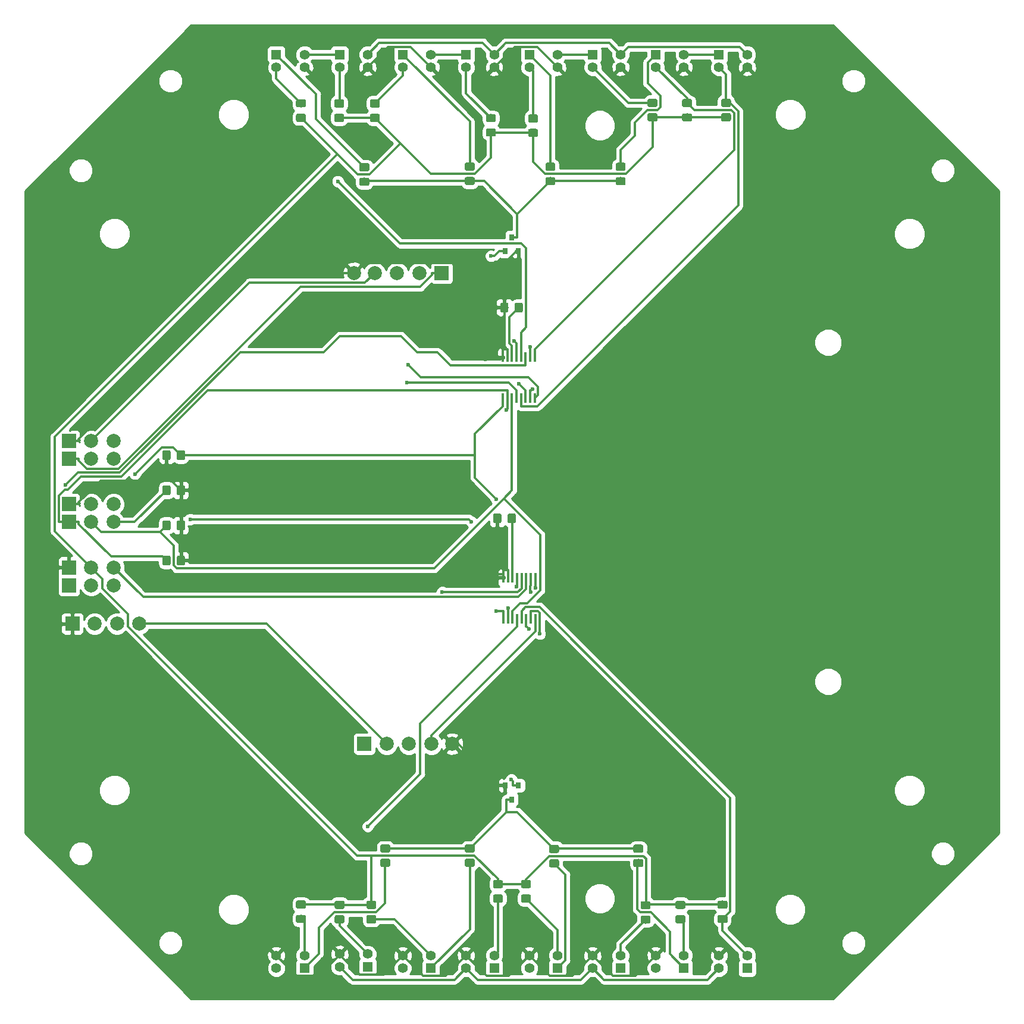
<source format=gtl>
G04 #@! TF.GenerationSoftware,KiCad,Pcbnew,(5.0.1)-rc2*
G04 #@! TF.CreationDate,2018-11-13T19:48:18+01:00*
G04 #@! TF.ProjectId,agv-skladiscni-v5,6167762D736B6C61646973636E692D76,rev?*
G04 #@! TF.SameCoordinates,Original*
G04 #@! TF.FileFunction,Copper,L1,Top,Signal*
G04 #@! TF.FilePolarity,Positive*
%FSLAX46Y46*%
G04 Gerber Fmt 4.6, Leading zero omitted, Abs format (unit mm)*
G04 Created by KiCad (PCBNEW (5.0.1)-rc2) date 13-Nov-18 07:48:18 PM*
%MOMM*%
%LPD*%
G01*
G04 APERTURE LIST*
G04 #@! TA.AperFunction,ComponentPad*
%ADD10C,1.400000*%
G04 #@! TD*
G04 #@! TA.AperFunction,ComponentPad*
%ADD11R,1.400000X1.400000*%
G04 #@! TD*
G04 #@! TA.AperFunction,Conductor*
%ADD12C,0.100000*%
G04 #@! TD*
G04 #@! TA.AperFunction,SMDPad,CuDef*
%ADD13C,1.150000*%
G04 #@! TD*
G04 #@! TA.AperFunction,ComponentPad*
%ADD14R,1.998980X1.998980*%
G04 #@! TD*
G04 #@! TA.AperFunction,ComponentPad*
%ADD15C,1.998980*%
G04 #@! TD*
G04 #@! TA.AperFunction,SMDPad,CuDef*
%ADD16R,0.800000X0.900000*%
G04 #@! TD*
G04 #@! TA.AperFunction,SMDPad,CuDef*
%ADD17R,0.450000X1.450000*%
G04 #@! TD*
G04 #@! TA.AperFunction,ViaPad*
%ADD18C,0.600000*%
G04 #@! TD*
G04 #@! TA.AperFunction,Conductor*
%ADD19C,0.300000*%
G04 #@! TD*
G04 #@! TA.AperFunction,Conductor*
%ADD20C,0.254000*%
G04 #@! TD*
G04 APERTURE END LIST*
D10*
G04 #@! TO.P,U11,4*
G04 #@! TO.N,GND*
X83470000Y-153100000D03*
G04 #@! TO.P,U11,2*
G04 #@! TO.N,+3V3*
X83470000Y-154900000D03*
D11*
G04 #@! TO.P,U11,1*
G04 #@! TO.N,Net-(U11-Pad1)*
X87470000Y-154900000D03*
D10*
G04 #@! TO.P,U11,3*
G04 #@! TO.N,SEN4*
X87470000Y-153100000D03*
G04 #@! TD*
G04 #@! TO.P,U12,4*
G04 #@! TO.N,GND*
X74470000Y-153100000D03*
G04 #@! TO.P,U12,2*
G04 #@! TO.N,Net-(U11-Pad1)*
X74470000Y-154900000D03*
D11*
G04 #@! TO.P,U12,1*
G04 #@! TO.N,Net-(R14-Pad1)*
X78470000Y-154900000D03*
D10*
G04 #@! TO.P,U12,3*
G04 #@! TO.N,SEN5*
X78470000Y-153100000D03*
G04 #@! TD*
G04 #@! TO.P,U15,4*
G04 #@! TO.N,GND*
X65470000Y-152900000D03*
G04 #@! TO.P,U15,2*
G04 #@! TO.N,+3V3*
X65470000Y-154700000D03*
D11*
G04 #@! TO.P,U15,1*
G04 #@! TO.N,Net-(U15-Pad1)*
X69470000Y-154700000D03*
D10*
G04 #@! TO.P,U15,3*
G04 #@! TO.N,SEN6*
X69470000Y-152900000D03*
G04 #@! TD*
G04 #@! TO.P,U13,4*
G04 #@! TO.N,GND*
X69470000Y-26700000D03*
G04 #@! TO.P,U13,2*
G04 #@! TO.N,+3V3*
X69470000Y-24900000D03*
D11*
G04 #@! TO.P,U13,1*
G04 #@! TO.N,Net-(U13-Pad1)*
X65470000Y-24900000D03*
D10*
G04 #@! TO.P,U13,3*
G04 #@! TO.N,SEN14*
X65470000Y-26700000D03*
G04 #@! TD*
G04 #@! TO.P,U14,4*
G04 #@! TO.N,GND*
X60470000Y-26700000D03*
G04 #@! TO.P,U14,2*
G04 #@! TO.N,Net-(U13-Pad1)*
X60470000Y-24900000D03*
D11*
G04 #@! TO.P,U14,1*
G04 #@! TO.N,Net-(R23-Pad1)*
X56470000Y-24900000D03*
D10*
G04 #@! TO.P,U14,3*
G04 #@! TO.N,SEN15*
X56470000Y-26700000D03*
G04 #@! TD*
G04 #@! TO.P,U16,4*
G04 #@! TO.N,GND*
X56470000Y-153100000D03*
G04 #@! TO.P,U16,2*
G04 #@! TO.N,Net-(U15-Pad1)*
X56470000Y-154900000D03*
D11*
G04 #@! TO.P,U16,1*
G04 #@! TO.N,Net-(R24-Pad1)*
X60470000Y-154900000D03*
D10*
G04 #@! TO.P,U16,3*
G04 #@! TO.N,SEN7*
X60470000Y-153100000D03*
G04 #@! TD*
G04 #@! TO.P,U10,4*
G04 #@! TO.N,GND*
X78470000Y-26700000D03*
G04 #@! TO.P,U10,2*
G04 #@! TO.N,Net-(U10-Pad2)*
X78470000Y-24900000D03*
D11*
G04 #@! TO.P,U10,1*
G04 #@! TO.N,Net-(R13-Pad1)*
X74470000Y-24900000D03*
D10*
G04 #@! TO.P,U10,3*
G04 #@! TO.N,SEN13*
X74470000Y-26700000D03*
G04 #@! TD*
G04 #@! TO.P,U7,4*
G04 #@! TO.N,GND*
X101470000Y-153100000D03*
G04 #@! TO.P,U7,2*
G04 #@! TO.N,+3V3*
X101470000Y-154900000D03*
D11*
G04 #@! TO.P,U7,1*
G04 #@! TO.N,Net-(U7-Pad1)*
X105470000Y-154900000D03*
D10*
G04 #@! TO.P,U7,3*
G04 #@! TO.N,SEN2*
X105470000Y-153100000D03*
G04 #@! TD*
G04 #@! TO.P,U8,4*
G04 #@! TO.N,GND*
X92470000Y-153100000D03*
G04 #@! TO.P,U8,2*
G04 #@! TO.N,Net-(U7-Pad1)*
X92470000Y-154900000D03*
D11*
G04 #@! TO.P,U8,1*
G04 #@! TO.N,Net-(R8-Pad1)*
X96470000Y-154900000D03*
D10*
G04 #@! TO.P,U8,3*
G04 #@! TO.N,SEN3*
X96470000Y-153100000D03*
G04 #@! TD*
G04 #@! TO.P,U1,4*
G04 #@! TO.N,GND*
X123470000Y-26700000D03*
G04 #@! TO.P,U1,2*
G04 #@! TO.N,+3V3*
X123470000Y-24900000D03*
D11*
G04 #@! TO.P,U1,1*
G04 #@! TO.N,Net-(U1-Pad1)*
X119470000Y-24900000D03*
D10*
G04 #@! TO.P,U1,3*
G04 #@! TO.N,SEN8*
X119470000Y-26700000D03*
G04 #@! TD*
G04 #@! TO.P,U9,4*
G04 #@! TO.N,GND*
X87470000Y-26700000D03*
G04 #@! TO.P,U9,2*
G04 #@! TO.N,+3V3*
X87470000Y-24900000D03*
D11*
G04 #@! TO.P,U9,1*
G04 #@! TO.N,Net-(U10-Pad2)*
X83470000Y-24900000D03*
D10*
G04 #@! TO.P,U9,3*
G04 #@! TO.N,SEN12*
X83470000Y-26700000D03*
G04 #@! TD*
G04 #@! TO.P,U3,4*
G04 #@! TO.N,GND*
X119470000Y-153100000D03*
G04 #@! TO.P,U3,2*
G04 #@! TO.N,+3V3*
X119470000Y-154900000D03*
D11*
G04 #@! TO.P,U3,1*
G04 #@! TO.N,Net-(U3-Pad1)*
X123470000Y-154900000D03*
D10*
G04 #@! TO.P,U3,3*
G04 #@! TO.N,SEN0*
X123470000Y-153100000D03*
G04 #@! TD*
G04 #@! TO.P,U4,4*
G04 #@! TO.N,GND*
X110470000Y-153100000D03*
G04 #@! TO.P,U4,2*
G04 #@! TO.N,Net-(U3-Pad1)*
X110470000Y-154900000D03*
D11*
G04 #@! TO.P,U4,1*
G04 #@! TO.N,Net-(R2-Pad1)*
X114470000Y-154900000D03*
D10*
G04 #@! TO.P,U4,3*
G04 #@! TO.N,SEN1*
X114470000Y-153100000D03*
G04 #@! TD*
G04 #@! TO.P,U5,4*
G04 #@! TO.N,GND*
X105470000Y-26700000D03*
G04 #@! TO.P,U5,2*
G04 #@! TO.N,+3V3*
X105470000Y-24900000D03*
D11*
G04 #@! TO.P,U5,1*
G04 #@! TO.N,Net-(U5-Pad1)*
X101470000Y-24900000D03*
D10*
G04 #@! TO.P,U5,3*
G04 #@! TO.N,SEN10*
X101470000Y-26700000D03*
G04 #@! TD*
G04 #@! TO.P,U2,4*
G04 #@! TO.N,GND*
X114470000Y-26700000D03*
G04 #@! TO.P,U2,2*
G04 #@! TO.N,Net-(U1-Pad1)*
X114470000Y-24900000D03*
D11*
G04 #@! TO.P,U2,1*
G04 #@! TO.N,Net-(R1-Pad1)*
X110470000Y-24900000D03*
D10*
G04 #@! TO.P,U2,3*
G04 #@! TO.N,SEN9*
X110470000Y-26700000D03*
G04 #@! TD*
G04 #@! TO.P,U6,4*
G04 #@! TO.N,GND*
X96470000Y-26700000D03*
G04 #@! TO.P,U6,2*
G04 #@! TO.N,Net-(U5-Pad1)*
X96470000Y-24900000D03*
D11*
G04 #@! TO.P,U6,1*
G04 #@! TO.N,Net-(R7-Pad1)*
X92470000Y-24900000D03*
D10*
G04 #@! TO.P,U6,3*
G04 #@! TO.N,SEN11*
X92470000Y-26700000D03*
G04 #@! TD*
D12*
G04 #@! TO.N,SEN6*
G04 #@! TO.C,R26*
G36*
X65944505Y-147376204D02*
X65968773Y-147379804D01*
X65992572Y-147385765D01*
X66015671Y-147394030D01*
X66037850Y-147404520D01*
X66058893Y-147417132D01*
X66078599Y-147431747D01*
X66096777Y-147448223D01*
X66113253Y-147466401D01*
X66127868Y-147486107D01*
X66140480Y-147507150D01*
X66150970Y-147529329D01*
X66159235Y-147552428D01*
X66165196Y-147576227D01*
X66168796Y-147600495D01*
X66170000Y-147624999D01*
X66170000Y-148275001D01*
X66168796Y-148299505D01*
X66165196Y-148323773D01*
X66159235Y-148347572D01*
X66150970Y-148370671D01*
X66140480Y-148392850D01*
X66127868Y-148413893D01*
X66113253Y-148433599D01*
X66096777Y-148451777D01*
X66078599Y-148468253D01*
X66058893Y-148482868D01*
X66037850Y-148495480D01*
X66015671Y-148505970D01*
X65992572Y-148514235D01*
X65968773Y-148520196D01*
X65944505Y-148523796D01*
X65920001Y-148525000D01*
X65019999Y-148525000D01*
X64995495Y-148523796D01*
X64971227Y-148520196D01*
X64947428Y-148514235D01*
X64924329Y-148505970D01*
X64902150Y-148495480D01*
X64881107Y-148482868D01*
X64861401Y-148468253D01*
X64843223Y-148451777D01*
X64826747Y-148433599D01*
X64812132Y-148413893D01*
X64799520Y-148392850D01*
X64789030Y-148370671D01*
X64780765Y-148347572D01*
X64774804Y-148323773D01*
X64771204Y-148299505D01*
X64770000Y-148275001D01*
X64770000Y-147624999D01*
X64771204Y-147600495D01*
X64774804Y-147576227D01*
X64780765Y-147552428D01*
X64789030Y-147529329D01*
X64799520Y-147507150D01*
X64812132Y-147486107D01*
X64826747Y-147466401D01*
X64843223Y-147448223D01*
X64861401Y-147431747D01*
X64881107Y-147417132D01*
X64902150Y-147404520D01*
X64924329Y-147394030D01*
X64947428Y-147385765D01*
X64971227Y-147379804D01*
X64995495Y-147376204D01*
X65019999Y-147375000D01*
X65920001Y-147375000D01*
X65944505Y-147376204D01*
X65944505Y-147376204D01*
G37*
D13*
G04 #@! TD*
G04 #@! TO.P,R26,2*
G04 #@! TO.N,SEN6*
X65470000Y-147950000D03*
D12*
G04 #@! TO.N,+1V8*
G04 #@! TO.C,R26*
G36*
X65944505Y-145326204D02*
X65968773Y-145329804D01*
X65992572Y-145335765D01*
X66015671Y-145344030D01*
X66037850Y-145354520D01*
X66058893Y-145367132D01*
X66078599Y-145381747D01*
X66096777Y-145398223D01*
X66113253Y-145416401D01*
X66127868Y-145436107D01*
X66140480Y-145457150D01*
X66150970Y-145479329D01*
X66159235Y-145502428D01*
X66165196Y-145526227D01*
X66168796Y-145550495D01*
X66170000Y-145574999D01*
X66170000Y-146225001D01*
X66168796Y-146249505D01*
X66165196Y-146273773D01*
X66159235Y-146297572D01*
X66150970Y-146320671D01*
X66140480Y-146342850D01*
X66127868Y-146363893D01*
X66113253Y-146383599D01*
X66096777Y-146401777D01*
X66078599Y-146418253D01*
X66058893Y-146432868D01*
X66037850Y-146445480D01*
X66015671Y-146455970D01*
X65992572Y-146464235D01*
X65968773Y-146470196D01*
X65944505Y-146473796D01*
X65920001Y-146475000D01*
X65019999Y-146475000D01*
X64995495Y-146473796D01*
X64971227Y-146470196D01*
X64947428Y-146464235D01*
X64924329Y-146455970D01*
X64902150Y-146445480D01*
X64881107Y-146432868D01*
X64861401Y-146418253D01*
X64843223Y-146401777D01*
X64826747Y-146383599D01*
X64812132Y-146363893D01*
X64799520Y-146342850D01*
X64789030Y-146320671D01*
X64780765Y-146297572D01*
X64774804Y-146273773D01*
X64771204Y-146249505D01*
X64770000Y-146225001D01*
X64770000Y-145574999D01*
X64771204Y-145550495D01*
X64774804Y-145526227D01*
X64780765Y-145502428D01*
X64789030Y-145479329D01*
X64799520Y-145457150D01*
X64812132Y-145436107D01*
X64826747Y-145416401D01*
X64843223Y-145398223D01*
X64861401Y-145381747D01*
X64881107Y-145367132D01*
X64902150Y-145354520D01*
X64924329Y-145344030D01*
X64947428Y-145335765D01*
X64971227Y-145329804D01*
X64995495Y-145326204D01*
X65019999Y-145325000D01*
X65920001Y-145325000D01*
X65944505Y-145326204D01*
X65944505Y-145326204D01*
G37*
D13*
G04 #@! TD*
G04 #@! TO.P,R26,1*
G04 #@! TO.N,+1V8*
X65470000Y-145900000D03*
D12*
G04 #@! TO.N,LED10\002C11*
G04 #@! TO.C,R23*
G36*
X69474505Y-42426204D02*
X69498773Y-42429804D01*
X69522572Y-42435765D01*
X69545671Y-42444030D01*
X69567850Y-42454520D01*
X69588893Y-42467132D01*
X69608599Y-42481747D01*
X69626777Y-42498223D01*
X69643253Y-42516401D01*
X69657868Y-42536107D01*
X69670480Y-42557150D01*
X69680970Y-42579329D01*
X69689235Y-42602428D01*
X69695196Y-42626227D01*
X69698796Y-42650495D01*
X69700000Y-42674999D01*
X69700000Y-43325001D01*
X69698796Y-43349505D01*
X69695196Y-43373773D01*
X69689235Y-43397572D01*
X69680970Y-43420671D01*
X69670480Y-43442850D01*
X69657868Y-43463893D01*
X69643253Y-43483599D01*
X69626777Y-43501777D01*
X69608599Y-43518253D01*
X69588893Y-43532868D01*
X69567850Y-43545480D01*
X69545671Y-43555970D01*
X69522572Y-43564235D01*
X69498773Y-43570196D01*
X69474505Y-43573796D01*
X69450001Y-43575000D01*
X68549999Y-43575000D01*
X68525495Y-43573796D01*
X68501227Y-43570196D01*
X68477428Y-43564235D01*
X68454329Y-43555970D01*
X68432150Y-43545480D01*
X68411107Y-43532868D01*
X68391401Y-43518253D01*
X68373223Y-43501777D01*
X68356747Y-43483599D01*
X68342132Y-43463893D01*
X68329520Y-43442850D01*
X68319030Y-43420671D01*
X68310765Y-43397572D01*
X68304804Y-43373773D01*
X68301204Y-43349505D01*
X68300000Y-43325001D01*
X68300000Y-42674999D01*
X68301204Y-42650495D01*
X68304804Y-42626227D01*
X68310765Y-42602428D01*
X68319030Y-42579329D01*
X68329520Y-42557150D01*
X68342132Y-42536107D01*
X68356747Y-42516401D01*
X68373223Y-42498223D01*
X68391401Y-42481747D01*
X68411107Y-42467132D01*
X68432150Y-42454520D01*
X68454329Y-42444030D01*
X68477428Y-42435765D01*
X68501227Y-42429804D01*
X68525495Y-42426204D01*
X68549999Y-42425000D01*
X69450001Y-42425000D01*
X69474505Y-42426204D01*
X69474505Y-42426204D01*
G37*
D13*
G04 #@! TD*
G04 #@! TO.P,R23,2*
G04 #@! TO.N,LED10\002C11*
X69000000Y-43000000D03*
D12*
G04 #@! TO.N,Net-(R23-Pad1)*
G04 #@! TO.C,R23*
G36*
X69474505Y-40376204D02*
X69498773Y-40379804D01*
X69522572Y-40385765D01*
X69545671Y-40394030D01*
X69567850Y-40404520D01*
X69588893Y-40417132D01*
X69608599Y-40431747D01*
X69626777Y-40448223D01*
X69643253Y-40466401D01*
X69657868Y-40486107D01*
X69670480Y-40507150D01*
X69680970Y-40529329D01*
X69689235Y-40552428D01*
X69695196Y-40576227D01*
X69698796Y-40600495D01*
X69700000Y-40624999D01*
X69700000Y-41275001D01*
X69698796Y-41299505D01*
X69695196Y-41323773D01*
X69689235Y-41347572D01*
X69680970Y-41370671D01*
X69670480Y-41392850D01*
X69657868Y-41413893D01*
X69643253Y-41433599D01*
X69626777Y-41451777D01*
X69608599Y-41468253D01*
X69588893Y-41482868D01*
X69567850Y-41495480D01*
X69545671Y-41505970D01*
X69522572Y-41514235D01*
X69498773Y-41520196D01*
X69474505Y-41523796D01*
X69450001Y-41525000D01*
X68549999Y-41525000D01*
X68525495Y-41523796D01*
X68501227Y-41520196D01*
X68477428Y-41514235D01*
X68454329Y-41505970D01*
X68432150Y-41495480D01*
X68411107Y-41482868D01*
X68391401Y-41468253D01*
X68373223Y-41451777D01*
X68356747Y-41433599D01*
X68342132Y-41413893D01*
X68329520Y-41392850D01*
X68319030Y-41370671D01*
X68310765Y-41347572D01*
X68304804Y-41323773D01*
X68301204Y-41299505D01*
X68300000Y-41275001D01*
X68300000Y-40624999D01*
X68301204Y-40600495D01*
X68304804Y-40576227D01*
X68310765Y-40552428D01*
X68319030Y-40529329D01*
X68329520Y-40507150D01*
X68342132Y-40486107D01*
X68356747Y-40466401D01*
X68373223Y-40448223D01*
X68391401Y-40431747D01*
X68411107Y-40417132D01*
X68432150Y-40404520D01*
X68454329Y-40394030D01*
X68477428Y-40385765D01*
X68501227Y-40379804D01*
X68525495Y-40376204D01*
X68549999Y-40375000D01*
X69450001Y-40375000D01*
X69474505Y-40376204D01*
X69474505Y-40376204D01*
G37*
D13*
G04 #@! TD*
G04 #@! TO.P,R23,1*
G04 #@! TO.N,Net-(R23-Pad1)*
X69000000Y-40950000D03*
D12*
G04 #@! TO.N,+1V8*
G04 #@! TO.C,R27*
G36*
X60444505Y-33326204D02*
X60468773Y-33329804D01*
X60492572Y-33335765D01*
X60515671Y-33344030D01*
X60537850Y-33354520D01*
X60558893Y-33367132D01*
X60578599Y-33381747D01*
X60596777Y-33398223D01*
X60613253Y-33416401D01*
X60627868Y-33436107D01*
X60640480Y-33457150D01*
X60650970Y-33479329D01*
X60659235Y-33502428D01*
X60665196Y-33526227D01*
X60668796Y-33550495D01*
X60670000Y-33574999D01*
X60670000Y-34225001D01*
X60668796Y-34249505D01*
X60665196Y-34273773D01*
X60659235Y-34297572D01*
X60650970Y-34320671D01*
X60640480Y-34342850D01*
X60627868Y-34363893D01*
X60613253Y-34383599D01*
X60596777Y-34401777D01*
X60578599Y-34418253D01*
X60558893Y-34432868D01*
X60537850Y-34445480D01*
X60515671Y-34455970D01*
X60492572Y-34464235D01*
X60468773Y-34470196D01*
X60444505Y-34473796D01*
X60420001Y-34475000D01*
X59519999Y-34475000D01*
X59495495Y-34473796D01*
X59471227Y-34470196D01*
X59447428Y-34464235D01*
X59424329Y-34455970D01*
X59402150Y-34445480D01*
X59381107Y-34432868D01*
X59361401Y-34418253D01*
X59343223Y-34401777D01*
X59326747Y-34383599D01*
X59312132Y-34363893D01*
X59299520Y-34342850D01*
X59289030Y-34320671D01*
X59280765Y-34297572D01*
X59274804Y-34273773D01*
X59271204Y-34249505D01*
X59270000Y-34225001D01*
X59270000Y-33574999D01*
X59271204Y-33550495D01*
X59274804Y-33526227D01*
X59280765Y-33502428D01*
X59289030Y-33479329D01*
X59299520Y-33457150D01*
X59312132Y-33436107D01*
X59326747Y-33416401D01*
X59343223Y-33398223D01*
X59361401Y-33381747D01*
X59381107Y-33367132D01*
X59402150Y-33354520D01*
X59424329Y-33344030D01*
X59447428Y-33335765D01*
X59471227Y-33329804D01*
X59495495Y-33326204D01*
X59519999Y-33325000D01*
X60420001Y-33325000D01*
X60444505Y-33326204D01*
X60444505Y-33326204D01*
G37*
D13*
G04 #@! TD*
G04 #@! TO.P,R27,1*
G04 #@! TO.N,+1V8*
X59970000Y-33900000D03*
D12*
G04 #@! TO.N,SEN15*
G04 #@! TO.C,R27*
G36*
X60444505Y-31276204D02*
X60468773Y-31279804D01*
X60492572Y-31285765D01*
X60515671Y-31294030D01*
X60537850Y-31304520D01*
X60558893Y-31317132D01*
X60578599Y-31331747D01*
X60596777Y-31348223D01*
X60613253Y-31366401D01*
X60627868Y-31386107D01*
X60640480Y-31407150D01*
X60650970Y-31429329D01*
X60659235Y-31452428D01*
X60665196Y-31476227D01*
X60668796Y-31500495D01*
X60670000Y-31524999D01*
X60670000Y-32175001D01*
X60668796Y-32199505D01*
X60665196Y-32223773D01*
X60659235Y-32247572D01*
X60650970Y-32270671D01*
X60640480Y-32292850D01*
X60627868Y-32313893D01*
X60613253Y-32333599D01*
X60596777Y-32351777D01*
X60578599Y-32368253D01*
X60558893Y-32382868D01*
X60537850Y-32395480D01*
X60515671Y-32405970D01*
X60492572Y-32414235D01*
X60468773Y-32420196D01*
X60444505Y-32423796D01*
X60420001Y-32425000D01*
X59519999Y-32425000D01*
X59495495Y-32423796D01*
X59471227Y-32420196D01*
X59447428Y-32414235D01*
X59424329Y-32405970D01*
X59402150Y-32395480D01*
X59381107Y-32382868D01*
X59361401Y-32368253D01*
X59343223Y-32351777D01*
X59326747Y-32333599D01*
X59312132Y-32313893D01*
X59299520Y-32292850D01*
X59289030Y-32270671D01*
X59280765Y-32247572D01*
X59274804Y-32223773D01*
X59271204Y-32199505D01*
X59270000Y-32175001D01*
X59270000Y-31524999D01*
X59271204Y-31500495D01*
X59274804Y-31476227D01*
X59280765Y-31452428D01*
X59289030Y-31429329D01*
X59299520Y-31407150D01*
X59312132Y-31386107D01*
X59326747Y-31366401D01*
X59343223Y-31348223D01*
X59361401Y-31331747D01*
X59381107Y-31317132D01*
X59402150Y-31304520D01*
X59424329Y-31294030D01*
X59447428Y-31285765D01*
X59471227Y-31279804D01*
X59495495Y-31276204D01*
X59519999Y-31275000D01*
X60420001Y-31275000D01*
X60444505Y-31276204D01*
X60444505Y-31276204D01*
G37*
D13*
G04 #@! TD*
G04 #@! TO.P,R27,2*
G04 #@! TO.N,SEN15*
X59970000Y-31850000D03*
D12*
G04 #@! TO.N,+1V8*
G04 #@! TO.C,R28*
G36*
X60444505Y-145276204D02*
X60468773Y-145279804D01*
X60492572Y-145285765D01*
X60515671Y-145294030D01*
X60537850Y-145304520D01*
X60558893Y-145317132D01*
X60578599Y-145331747D01*
X60596777Y-145348223D01*
X60613253Y-145366401D01*
X60627868Y-145386107D01*
X60640480Y-145407150D01*
X60650970Y-145429329D01*
X60659235Y-145452428D01*
X60665196Y-145476227D01*
X60668796Y-145500495D01*
X60670000Y-145524999D01*
X60670000Y-146175001D01*
X60668796Y-146199505D01*
X60665196Y-146223773D01*
X60659235Y-146247572D01*
X60650970Y-146270671D01*
X60640480Y-146292850D01*
X60627868Y-146313893D01*
X60613253Y-146333599D01*
X60596777Y-146351777D01*
X60578599Y-146368253D01*
X60558893Y-146382868D01*
X60537850Y-146395480D01*
X60515671Y-146405970D01*
X60492572Y-146414235D01*
X60468773Y-146420196D01*
X60444505Y-146423796D01*
X60420001Y-146425000D01*
X59519999Y-146425000D01*
X59495495Y-146423796D01*
X59471227Y-146420196D01*
X59447428Y-146414235D01*
X59424329Y-146405970D01*
X59402150Y-146395480D01*
X59381107Y-146382868D01*
X59361401Y-146368253D01*
X59343223Y-146351777D01*
X59326747Y-146333599D01*
X59312132Y-146313893D01*
X59299520Y-146292850D01*
X59289030Y-146270671D01*
X59280765Y-146247572D01*
X59274804Y-146223773D01*
X59271204Y-146199505D01*
X59270000Y-146175001D01*
X59270000Y-145524999D01*
X59271204Y-145500495D01*
X59274804Y-145476227D01*
X59280765Y-145452428D01*
X59289030Y-145429329D01*
X59299520Y-145407150D01*
X59312132Y-145386107D01*
X59326747Y-145366401D01*
X59343223Y-145348223D01*
X59361401Y-145331747D01*
X59381107Y-145317132D01*
X59402150Y-145304520D01*
X59424329Y-145294030D01*
X59447428Y-145285765D01*
X59471227Y-145279804D01*
X59495495Y-145276204D01*
X59519999Y-145275000D01*
X60420001Y-145275000D01*
X60444505Y-145276204D01*
X60444505Y-145276204D01*
G37*
D13*
G04 #@! TD*
G04 #@! TO.P,R28,1*
G04 #@! TO.N,+1V8*
X59970000Y-145850000D03*
D12*
G04 #@! TO.N,SEN7*
G04 #@! TO.C,R28*
G36*
X60444505Y-147326204D02*
X60468773Y-147329804D01*
X60492572Y-147335765D01*
X60515671Y-147344030D01*
X60537850Y-147354520D01*
X60558893Y-147367132D01*
X60578599Y-147381747D01*
X60596777Y-147398223D01*
X60613253Y-147416401D01*
X60627868Y-147436107D01*
X60640480Y-147457150D01*
X60650970Y-147479329D01*
X60659235Y-147502428D01*
X60665196Y-147526227D01*
X60668796Y-147550495D01*
X60670000Y-147574999D01*
X60670000Y-148225001D01*
X60668796Y-148249505D01*
X60665196Y-148273773D01*
X60659235Y-148297572D01*
X60650970Y-148320671D01*
X60640480Y-148342850D01*
X60627868Y-148363893D01*
X60613253Y-148383599D01*
X60596777Y-148401777D01*
X60578599Y-148418253D01*
X60558893Y-148432868D01*
X60537850Y-148445480D01*
X60515671Y-148455970D01*
X60492572Y-148464235D01*
X60468773Y-148470196D01*
X60444505Y-148473796D01*
X60420001Y-148475000D01*
X59519999Y-148475000D01*
X59495495Y-148473796D01*
X59471227Y-148470196D01*
X59447428Y-148464235D01*
X59424329Y-148455970D01*
X59402150Y-148445480D01*
X59381107Y-148432868D01*
X59361401Y-148418253D01*
X59343223Y-148401777D01*
X59326747Y-148383599D01*
X59312132Y-148363893D01*
X59299520Y-148342850D01*
X59289030Y-148320671D01*
X59280765Y-148297572D01*
X59274804Y-148273773D01*
X59271204Y-148249505D01*
X59270000Y-148225001D01*
X59270000Y-147574999D01*
X59271204Y-147550495D01*
X59274804Y-147526227D01*
X59280765Y-147502428D01*
X59289030Y-147479329D01*
X59299520Y-147457150D01*
X59312132Y-147436107D01*
X59326747Y-147416401D01*
X59343223Y-147398223D01*
X59361401Y-147381747D01*
X59381107Y-147367132D01*
X59402150Y-147354520D01*
X59424329Y-147344030D01*
X59447428Y-147335765D01*
X59471227Y-147329804D01*
X59495495Y-147326204D01*
X59519999Y-147325000D01*
X60420001Y-147325000D01*
X60444505Y-147326204D01*
X60444505Y-147326204D01*
G37*
D13*
G04 #@! TD*
G04 #@! TO.P,R28,2*
G04 #@! TO.N,SEN7*
X59970000Y-147900000D03*
D12*
G04 #@! TO.N,GND*
G04 #@! TO.C,R22*
G36*
X41194505Y-81201204D02*
X41218773Y-81204804D01*
X41242572Y-81210765D01*
X41265671Y-81219030D01*
X41287850Y-81229520D01*
X41308893Y-81242132D01*
X41328599Y-81256747D01*
X41346777Y-81273223D01*
X41363253Y-81291401D01*
X41377868Y-81311107D01*
X41390480Y-81332150D01*
X41400970Y-81354329D01*
X41409235Y-81377428D01*
X41415196Y-81401227D01*
X41418796Y-81425495D01*
X41420000Y-81449999D01*
X41420000Y-82350001D01*
X41418796Y-82374505D01*
X41415196Y-82398773D01*
X41409235Y-82422572D01*
X41400970Y-82445671D01*
X41390480Y-82467850D01*
X41377868Y-82488893D01*
X41363253Y-82508599D01*
X41346777Y-82526777D01*
X41328599Y-82543253D01*
X41308893Y-82557868D01*
X41287850Y-82570480D01*
X41265671Y-82580970D01*
X41242572Y-82589235D01*
X41218773Y-82595196D01*
X41194505Y-82598796D01*
X41170001Y-82600000D01*
X40519999Y-82600000D01*
X40495495Y-82598796D01*
X40471227Y-82595196D01*
X40447428Y-82589235D01*
X40424329Y-82580970D01*
X40402150Y-82570480D01*
X40381107Y-82557868D01*
X40361401Y-82543253D01*
X40343223Y-82526777D01*
X40326747Y-82508599D01*
X40312132Y-82488893D01*
X40299520Y-82467850D01*
X40289030Y-82445671D01*
X40280765Y-82422572D01*
X40274804Y-82398773D01*
X40271204Y-82374505D01*
X40270000Y-82350001D01*
X40270000Y-81449999D01*
X40271204Y-81425495D01*
X40274804Y-81401227D01*
X40280765Y-81377428D01*
X40289030Y-81354329D01*
X40299520Y-81332150D01*
X40312132Y-81311107D01*
X40326747Y-81291401D01*
X40343223Y-81273223D01*
X40361401Y-81256747D01*
X40381107Y-81242132D01*
X40402150Y-81229520D01*
X40424329Y-81219030D01*
X40447428Y-81210765D01*
X40471227Y-81204804D01*
X40495495Y-81201204D01*
X40519999Y-81200000D01*
X41170001Y-81200000D01*
X41194505Y-81201204D01*
X41194505Y-81201204D01*
G37*
D13*
G04 #@! TD*
G04 #@! TO.P,R22,2*
G04 #@! TO.N,GND*
X40845000Y-81900000D03*
D12*
G04 #@! TO.N,DIG0*
G04 #@! TO.C,R22*
G36*
X43244505Y-81201204D02*
X43268773Y-81204804D01*
X43292572Y-81210765D01*
X43315671Y-81219030D01*
X43337850Y-81229520D01*
X43358893Y-81242132D01*
X43378599Y-81256747D01*
X43396777Y-81273223D01*
X43413253Y-81291401D01*
X43427868Y-81311107D01*
X43440480Y-81332150D01*
X43450970Y-81354329D01*
X43459235Y-81377428D01*
X43465196Y-81401227D01*
X43468796Y-81425495D01*
X43470000Y-81449999D01*
X43470000Y-82350001D01*
X43468796Y-82374505D01*
X43465196Y-82398773D01*
X43459235Y-82422572D01*
X43450970Y-82445671D01*
X43440480Y-82467850D01*
X43427868Y-82488893D01*
X43413253Y-82508599D01*
X43396777Y-82526777D01*
X43378599Y-82543253D01*
X43358893Y-82557868D01*
X43337850Y-82570480D01*
X43315671Y-82580970D01*
X43292572Y-82589235D01*
X43268773Y-82595196D01*
X43244505Y-82598796D01*
X43220001Y-82600000D01*
X42569999Y-82600000D01*
X42545495Y-82598796D01*
X42521227Y-82595196D01*
X42497428Y-82589235D01*
X42474329Y-82580970D01*
X42452150Y-82570480D01*
X42431107Y-82557868D01*
X42411401Y-82543253D01*
X42393223Y-82526777D01*
X42376747Y-82508599D01*
X42362132Y-82488893D01*
X42349520Y-82467850D01*
X42339030Y-82445671D01*
X42330765Y-82422572D01*
X42324804Y-82398773D01*
X42321204Y-82374505D01*
X42320000Y-82350001D01*
X42320000Y-81449999D01*
X42321204Y-81425495D01*
X42324804Y-81401227D01*
X42330765Y-81377428D01*
X42339030Y-81354329D01*
X42349520Y-81332150D01*
X42362132Y-81311107D01*
X42376747Y-81291401D01*
X42393223Y-81273223D01*
X42411401Y-81256747D01*
X42431107Y-81242132D01*
X42452150Y-81229520D01*
X42474329Y-81219030D01*
X42497428Y-81210765D01*
X42521227Y-81204804D01*
X42545495Y-81201204D01*
X42569999Y-81200000D01*
X43220001Y-81200000D01*
X43244505Y-81201204D01*
X43244505Y-81201204D01*
G37*
D13*
G04 #@! TD*
G04 #@! TO.P,R22,1*
G04 #@! TO.N,DIG0*
X42895000Y-81900000D03*
D12*
G04 #@! TO.N,+1V8*
G04 #@! TO.C,R20*
G36*
X70974505Y-33341204D02*
X70998773Y-33344804D01*
X71022572Y-33350765D01*
X71045671Y-33359030D01*
X71067850Y-33369520D01*
X71088893Y-33382132D01*
X71108599Y-33396747D01*
X71126777Y-33413223D01*
X71143253Y-33431401D01*
X71157868Y-33451107D01*
X71170480Y-33472150D01*
X71180970Y-33494329D01*
X71189235Y-33517428D01*
X71195196Y-33541227D01*
X71198796Y-33565495D01*
X71200000Y-33589999D01*
X71200000Y-34240001D01*
X71198796Y-34264505D01*
X71195196Y-34288773D01*
X71189235Y-34312572D01*
X71180970Y-34335671D01*
X71170480Y-34357850D01*
X71157868Y-34378893D01*
X71143253Y-34398599D01*
X71126777Y-34416777D01*
X71108599Y-34433253D01*
X71088893Y-34447868D01*
X71067850Y-34460480D01*
X71045671Y-34470970D01*
X71022572Y-34479235D01*
X70998773Y-34485196D01*
X70974505Y-34488796D01*
X70950001Y-34490000D01*
X70049999Y-34490000D01*
X70025495Y-34488796D01*
X70001227Y-34485196D01*
X69977428Y-34479235D01*
X69954329Y-34470970D01*
X69932150Y-34460480D01*
X69911107Y-34447868D01*
X69891401Y-34433253D01*
X69873223Y-34416777D01*
X69856747Y-34398599D01*
X69842132Y-34378893D01*
X69829520Y-34357850D01*
X69819030Y-34335671D01*
X69810765Y-34312572D01*
X69804804Y-34288773D01*
X69801204Y-34264505D01*
X69800000Y-34240001D01*
X69800000Y-33589999D01*
X69801204Y-33565495D01*
X69804804Y-33541227D01*
X69810765Y-33517428D01*
X69819030Y-33494329D01*
X69829520Y-33472150D01*
X69842132Y-33451107D01*
X69856747Y-33431401D01*
X69873223Y-33413223D01*
X69891401Y-33396747D01*
X69911107Y-33382132D01*
X69932150Y-33369520D01*
X69954329Y-33359030D01*
X69977428Y-33350765D01*
X70001227Y-33344804D01*
X70025495Y-33341204D01*
X70049999Y-33340000D01*
X70950001Y-33340000D01*
X70974505Y-33341204D01*
X70974505Y-33341204D01*
G37*
D13*
G04 #@! TD*
G04 #@! TO.P,R20,1*
G04 #@! TO.N,+1V8*
X70500000Y-33915000D03*
D12*
G04 #@! TO.N,SEN13*
G04 #@! TO.C,R20*
G36*
X70974505Y-31291204D02*
X70998773Y-31294804D01*
X71022572Y-31300765D01*
X71045671Y-31309030D01*
X71067850Y-31319520D01*
X71088893Y-31332132D01*
X71108599Y-31346747D01*
X71126777Y-31363223D01*
X71143253Y-31381401D01*
X71157868Y-31401107D01*
X71170480Y-31422150D01*
X71180970Y-31444329D01*
X71189235Y-31467428D01*
X71195196Y-31491227D01*
X71198796Y-31515495D01*
X71200000Y-31539999D01*
X71200000Y-32190001D01*
X71198796Y-32214505D01*
X71195196Y-32238773D01*
X71189235Y-32262572D01*
X71180970Y-32285671D01*
X71170480Y-32307850D01*
X71157868Y-32328893D01*
X71143253Y-32348599D01*
X71126777Y-32366777D01*
X71108599Y-32383253D01*
X71088893Y-32397868D01*
X71067850Y-32410480D01*
X71045671Y-32420970D01*
X71022572Y-32429235D01*
X70998773Y-32435196D01*
X70974505Y-32438796D01*
X70950001Y-32440000D01*
X70049999Y-32440000D01*
X70025495Y-32438796D01*
X70001227Y-32435196D01*
X69977428Y-32429235D01*
X69954329Y-32420970D01*
X69932150Y-32410480D01*
X69911107Y-32397868D01*
X69891401Y-32383253D01*
X69873223Y-32366777D01*
X69856747Y-32348599D01*
X69842132Y-32328893D01*
X69829520Y-32307850D01*
X69819030Y-32285671D01*
X69810765Y-32262572D01*
X69804804Y-32238773D01*
X69801204Y-32214505D01*
X69800000Y-32190001D01*
X69800000Y-31539999D01*
X69801204Y-31515495D01*
X69804804Y-31491227D01*
X69810765Y-31467428D01*
X69819030Y-31444329D01*
X69829520Y-31422150D01*
X69842132Y-31401107D01*
X69856747Y-31381401D01*
X69873223Y-31363223D01*
X69891401Y-31346747D01*
X69911107Y-31332132D01*
X69932150Y-31319520D01*
X69954329Y-31309030D01*
X69977428Y-31300765D01*
X70001227Y-31294804D01*
X70025495Y-31291204D01*
X70049999Y-31290000D01*
X70950001Y-31290000D01*
X70974505Y-31291204D01*
X70974505Y-31291204D01*
G37*
D13*
G04 #@! TD*
G04 #@! TO.P,R20,2*
G04 #@! TO.N,SEN13*
X70500000Y-31865000D03*
D12*
G04 #@! TO.N,+1V8*
G04 #@! TO.C,R25*
G36*
X65894505Y-33341204D02*
X65918773Y-33344804D01*
X65942572Y-33350765D01*
X65965671Y-33359030D01*
X65987850Y-33369520D01*
X66008893Y-33382132D01*
X66028599Y-33396747D01*
X66046777Y-33413223D01*
X66063253Y-33431401D01*
X66077868Y-33451107D01*
X66090480Y-33472150D01*
X66100970Y-33494329D01*
X66109235Y-33517428D01*
X66115196Y-33541227D01*
X66118796Y-33565495D01*
X66120000Y-33589999D01*
X66120000Y-34240001D01*
X66118796Y-34264505D01*
X66115196Y-34288773D01*
X66109235Y-34312572D01*
X66100970Y-34335671D01*
X66090480Y-34357850D01*
X66077868Y-34378893D01*
X66063253Y-34398599D01*
X66046777Y-34416777D01*
X66028599Y-34433253D01*
X66008893Y-34447868D01*
X65987850Y-34460480D01*
X65965671Y-34470970D01*
X65942572Y-34479235D01*
X65918773Y-34485196D01*
X65894505Y-34488796D01*
X65870001Y-34490000D01*
X64969999Y-34490000D01*
X64945495Y-34488796D01*
X64921227Y-34485196D01*
X64897428Y-34479235D01*
X64874329Y-34470970D01*
X64852150Y-34460480D01*
X64831107Y-34447868D01*
X64811401Y-34433253D01*
X64793223Y-34416777D01*
X64776747Y-34398599D01*
X64762132Y-34378893D01*
X64749520Y-34357850D01*
X64739030Y-34335671D01*
X64730765Y-34312572D01*
X64724804Y-34288773D01*
X64721204Y-34264505D01*
X64720000Y-34240001D01*
X64720000Y-33589999D01*
X64721204Y-33565495D01*
X64724804Y-33541227D01*
X64730765Y-33517428D01*
X64739030Y-33494329D01*
X64749520Y-33472150D01*
X64762132Y-33451107D01*
X64776747Y-33431401D01*
X64793223Y-33413223D01*
X64811401Y-33396747D01*
X64831107Y-33382132D01*
X64852150Y-33369520D01*
X64874329Y-33359030D01*
X64897428Y-33350765D01*
X64921227Y-33344804D01*
X64945495Y-33341204D01*
X64969999Y-33340000D01*
X65870001Y-33340000D01*
X65894505Y-33341204D01*
X65894505Y-33341204D01*
G37*
D13*
G04 #@! TD*
G04 #@! TO.P,R25,1*
G04 #@! TO.N,+1V8*
X65420000Y-33915000D03*
D12*
G04 #@! TO.N,SEN14*
G04 #@! TO.C,R25*
G36*
X65894505Y-31291204D02*
X65918773Y-31294804D01*
X65942572Y-31300765D01*
X65965671Y-31309030D01*
X65987850Y-31319520D01*
X66008893Y-31332132D01*
X66028599Y-31346747D01*
X66046777Y-31363223D01*
X66063253Y-31381401D01*
X66077868Y-31401107D01*
X66090480Y-31422150D01*
X66100970Y-31444329D01*
X66109235Y-31467428D01*
X66115196Y-31491227D01*
X66118796Y-31515495D01*
X66120000Y-31539999D01*
X66120000Y-32190001D01*
X66118796Y-32214505D01*
X66115196Y-32238773D01*
X66109235Y-32262572D01*
X66100970Y-32285671D01*
X66090480Y-32307850D01*
X66077868Y-32328893D01*
X66063253Y-32348599D01*
X66046777Y-32366777D01*
X66028599Y-32383253D01*
X66008893Y-32397868D01*
X65987850Y-32410480D01*
X65965671Y-32420970D01*
X65942572Y-32429235D01*
X65918773Y-32435196D01*
X65894505Y-32438796D01*
X65870001Y-32440000D01*
X64969999Y-32440000D01*
X64945495Y-32438796D01*
X64921227Y-32435196D01*
X64897428Y-32429235D01*
X64874329Y-32420970D01*
X64852150Y-32410480D01*
X64831107Y-32397868D01*
X64811401Y-32383253D01*
X64793223Y-32366777D01*
X64776747Y-32348599D01*
X64762132Y-32328893D01*
X64749520Y-32307850D01*
X64739030Y-32285671D01*
X64730765Y-32262572D01*
X64724804Y-32238773D01*
X64721204Y-32214505D01*
X64720000Y-32190001D01*
X64720000Y-31539999D01*
X64721204Y-31515495D01*
X64724804Y-31491227D01*
X64730765Y-31467428D01*
X64739030Y-31444329D01*
X64749520Y-31422150D01*
X64762132Y-31401107D01*
X64776747Y-31381401D01*
X64793223Y-31363223D01*
X64811401Y-31346747D01*
X64831107Y-31332132D01*
X64852150Y-31319520D01*
X64874329Y-31309030D01*
X64897428Y-31300765D01*
X64921227Y-31294804D01*
X64945495Y-31291204D01*
X64969999Y-31290000D01*
X65870001Y-31290000D01*
X65894505Y-31291204D01*
X65894505Y-31291204D01*
G37*
D13*
G04 #@! TD*
G04 #@! TO.P,R25,2*
G04 #@! TO.N,SEN14*
X65420000Y-31865000D03*
D12*
G04 #@! TO.N,LED0\002C1*
G04 #@! TO.C,R24*
G36*
X72444505Y-137301204D02*
X72468773Y-137304804D01*
X72492572Y-137310765D01*
X72515671Y-137319030D01*
X72537850Y-137329520D01*
X72558893Y-137342132D01*
X72578599Y-137356747D01*
X72596777Y-137373223D01*
X72613253Y-137391401D01*
X72627868Y-137411107D01*
X72640480Y-137432150D01*
X72650970Y-137454329D01*
X72659235Y-137477428D01*
X72665196Y-137501227D01*
X72668796Y-137525495D01*
X72670000Y-137549999D01*
X72670000Y-138200001D01*
X72668796Y-138224505D01*
X72665196Y-138248773D01*
X72659235Y-138272572D01*
X72650970Y-138295671D01*
X72640480Y-138317850D01*
X72627868Y-138338893D01*
X72613253Y-138358599D01*
X72596777Y-138376777D01*
X72578599Y-138393253D01*
X72558893Y-138407868D01*
X72537850Y-138420480D01*
X72515671Y-138430970D01*
X72492572Y-138439235D01*
X72468773Y-138445196D01*
X72444505Y-138448796D01*
X72420001Y-138450000D01*
X71519999Y-138450000D01*
X71495495Y-138448796D01*
X71471227Y-138445196D01*
X71447428Y-138439235D01*
X71424329Y-138430970D01*
X71402150Y-138420480D01*
X71381107Y-138407868D01*
X71361401Y-138393253D01*
X71343223Y-138376777D01*
X71326747Y-138358599D01*
X71312132Y-138338893D01*
X71299520Y-138317850D01*
X71289030Y-138295671D01*
X71280765Y-138272572D01*
X71274804Y-138248773D01*
X71271204Y-138224505D01*
X71270000Y-138200001D01*
X71270000Y-137549999D01*
X71271204Y-137525495D01*
X71274804Y-137501227D01*
X71280765Y-137477428D01*
X71289030Y-137454329D01*
X71299520Y-137432150D01*
X71312132Y-137411107D01*
X71326747Y-137391401D01*
X71343223Y-137373223D01*
X71361401Y-137356747D01*
X71381107Y-137342132D01*
X71402150Y-137329520D01*
X71424329Y-137319030D01*
X71447428Y-137310765D01*
X71471227Y-137304804D01*
X71495495Y-137301204D01*
X71519999Y-137300000D01*
X72420001Y-137300000D01*
X72444505Y-137301204D01*
X72444505Y-137301204D01*
G37*
D13*
G04 #@! TD*
G04 #@! TO.P,R24,2*
G04 #@! TO.N,LED0\002C1*
X71970000Y-137875000D03*
D12*
G04 #@! TO.N,Net-(R24-Pad1)*
G04 #@! TO.C,R24*
G36*
X72444505Y-139351204D02*
X72468773Y-139354804D01*
X72492572Y-139360765D01*
X72515671Y-139369030D01*
X72537850Y-139379520D01*
X72558893Y-139392132D01*
X72578599Y-139406747D01*
X72596777Y-139423223D01*
X72613253Y-139441401D01*
X72627868Y-139461107D01*
X72640480Y-139482150D01*
X72650970Y-139504329D01*
X72659235Y-139527428D01*
X72665196Y-139551227D01*
X72668796Y-139575495D01*
X72670000Y-139599999D01*
X72670000Y-140250001D01*
X72668796Y-140274505D01*
X72665196Y-140298773D01*
X72659235Y-140322572D01*
X72650970Y-140345671D01*
X72640480Y-140367850D01*
X72627868Y-140388893D01*
X72613253Y-140408599D01*
X72596777Y-140426777D01*
X72578599Y-140443253D01*
X72558893Y-140457868D01*
X72537850Y-140470480D01*
X72515671Y-140480970D01*
X72492572Y-140489235D01*
X72468773Y-140495196D01*
X72444505Y-140498796D01*
X72420001Y-140500000D01*
X71519999Y-140500000D01*
X71495495Y-140498796D01*
X71471227Y-140495196D01*
X71447428Y-140489235D01*
X71424329Y-140480970D01*
X71402150Y-140470480D01*
X71381107Y-140457868D01*
X71361401Y-140443253D01*
X71343223Y-140426777D01*
X71326747Y-140408599D01*
X71312132Y-140388893D01*
X71299520Y-140367850D01*
X71289030Y-140345671D01*
X71280765Y-140322572D01*
X71274804Y-140298773D01*
X71271204Y-140274505D01*
X71270000Y-140250001D01*
X71270000Y-139599999D01*
X71271204Y-139575495D01*
X71274804Y-139551227D01*
X71280765Y-139527428D01*
X71289030Y-139504329D01*
X71299520Y-139482150D01*
X71312132Y-139461107D01*
X71326747Y-139441401D01*
X71343223Y-139423223D01*
X71361401Y-139406747D01*
X71381107Y-139392132D01*
X71402150Y-139379520D01*
X71424329Y-139369030D01*
X71447428Y-139360765D01*
X71471227Y-139354804D01*
X71495495Y-139351204D01*
X71519999Y-139350000D01*
X72420001Y-139350000D01*
X72444505Y-139351204D01*
X72444505Y-139351204D01*
G37*
D13*
G04 #@! TD*
G04 #@! TO.P,R24,1*
G04 #@! TO.N,Net-(R24-Pad1)*
X71970000Y-139925000D03*
D12*
G04 #@! TO.N,Net-(IC2-Pad6)*
G04 #@! TO.C,R30*
G36*
X91319505Y-60201204D02*
X91343773Y-60204804D01*
X91367572Y-60210765D01*
X91390671Y-60219030D01*
X91412850Y-60229520D01*
X91433893Y-60242132D01*
X91453599Y-60256747D01*
X91471777Y-60273223D01*
X91488253Y-60291401D01*
X91502868Y-60311107D01*
X91515480Y-60332150D01*
X91525970Y-60354329D01*
X91534235Y-60377428D01*
X91540196Y-60401227D01*
X91543796Y-60425495D01*
X91545000Y-60449999D01*
X91545000Y-61350001D01*
X91543796Y-61374505D01*
X91540196Y-61398773D01*
X91534235Y-61422572D01*
X91525970Y-61445671D01*
X91515480Y-61467850D01*
X91502868Y-61488893D01*
X91488253Y-61508599D01*
X91471777Y-61526777D01*
X91453599Y-61543253D01*
X91433893Y-61557868D01*
X91412850Y-61570480D01*
X91390671Y-61580970D01*
X91367572Y-61589235D01*
X91343773Y-61595196D01*
X91319505Y-61598796D01*
X91295001Y-61600000D01*
X90644999Y-61600000D01*
X90620495Y-61598796D01*
X90596227Y-61595196D01*
X90572428Y-61589235D01*
X90549329Y-61580970D01*
X90527150Y-61570480D01*
X90506107Y-61557868D01*
X90486401Y-61543253D01*
X90468223Y-61526777D01*
X90451747Y-61508599D01*
X90437132Y-61488893D01*
X90424520Y-61467850D01*
X90414030Y-61445671D01*
X90405765Y-61422572D01*
X90399804Y-61398773D01*
X90396204Y-61374505D01*
X90395000Y-61350001D01*
X90395000Y-60449999D01*
X90396204Y-60425495D01*
X90399804Y-60401227D01*
X90405765Y-60377428D01*
X90414030Y-60354329D01*
X90424520Y-60332150D01*
X90437132Y-60311107D01*
X90451747Y-60291401D01*
X90468223Y-60273223D01*
X90486401Y-60256747D01*
X90506107Y-60242132D01*
X90527150Y-60229520D01*
X90549329Y-60219030D01*
X90572428Y-60210765D01*
X90596227Y-60204804D01*
X90620495Y-60201204D01*
X90644999Y-60200000D01*
X91295001Y-60200000D01*
X91319505Y-60201204D01*
X91319505Y-60201204D01*
G37*
D13*
G04 #@! TD*
G04 #@! TO.P,R30,1*
G04 #@! TO.N,Net-(IC2-Pad6)*
X90970000Y-60900000D03*
D12*
G04 #@! TO.N,GND*
G04 #@! TO.C,R30*
G36*
X89269505Y-60201204D02*
X89293773Y-60204804D01*
X89317572Y-60210765D01*
X89340671Y-60219030D01*
X89362850Y-60229520D01*
X89383893Y-60242132D01*
X89403599Y-60256747D01*
X89421777Y-60273223D01*
X89438253Y-60291401D01*
X89452868Y-60311107D01*
X89465480Y-60332150D01*
X89475970Y-60354329D01*
X89484235Y-60377428D01*
X89490196Y-60401227D01*
X89493796Y-60425495D01*
X89495000Y-60449999D01*
X89495000Y-61350001D01*
X89493796Y-61374505D01*
X89490196Y-61398773D01*
X89484235Y-61422572D01*
X89475970Y-61445671D01*
X89465480Y-61467850D01*
X89452868Y-61488893D01*
X89438253Y-61508599D01*
X89421777Y-61526777D01*
X89403599Y-61543253D01*
X89383893Y-61557868D01*
X89362850Y-61570480D01*
X89340671Y-61580970D01*
X89317572Y-61589235D01*
X89293773Y-61595196D01*
X89269505Y-61598796D01*
X89245001Y-61600000D01*
X88594999Y-61600000D01*
X88570495Y-61598796D01*
X88546227Y-61595196D01*
X88522428Y-61589235D01*
X88499329Y-61580970D01*
X88477150Y-61570480D01*
X88456107Y-61557868D01*
X88436401Y-61543253D01*
X88418223Y-61526777D01*
X88401747Y-61508599D01*
X88387132Y-61488893D01*
X88374520Y-61467850D01*
X88364030Y-61445671D01*
X88355765Y-61422572D01*
X88349804Y-61398773D01*
X88346204Y-61374505D01*
X88345000Y-61350001D01*
X88345000Y-60449999D01*
X88346204Y-60425495D01*
X88349804Y-60401227D01*
X88355765Y-60377428D01*
X88364030Y-60354329D01*
X88374520Y-60332150D01*
X88387132Y-60311107D01*
X88401747Y-60291401D01*
X88418223Y-60273223D01*
X88436401Y-60256747D01*
X88456107Y-60242132D01*
X88477150Y-60229520D01*
X88499329Y-60219030D01*
X88522428Y-60210765D01*
X88546227Y-60204804D01*
X88570495Y-60201204D01*
X88594999Y-60200000D01*
X89245001Y-60200000D01*
X89269505Y-60201204D01*
X89269505Y-60201204D01*
G37*
D13*
G04 #@! TD*
G04 #@! TO.P,R30,2*
G04 #@! TO.N,GND*
X88920000Y-60900000D03*
D12*
G04 #@! TO.N,Net-(IC1-Pad6)*
G04 #@! TO.C,R29*
G36*
X90319505Y-90201204D02*
X90343773Y-90204804D01*
X90367572Y-90210765D01*
X90390671Y-90219030D01*
X90412850Y-90229520D01*
X90433893Y-90242132D01*
X90453599Y-90256747D01*
X90471777Y-90273223D01*
X90488253Y-90291401D01*
X90502868Y-90311107D01*
X90515480Y-90332150D01*
X90525970Y-90354329D01*
X90534235Y-90377428D01*
X90540196Y-90401227D01*
X90543796Y-90425495D01*
X90545000Y-90449999D01*
X90545000Y-91350001D01*
X90543796Y-91374505D01*
X90540196Y-91398773D01*
X90534235Y-91422572D01*
X90525970Y-91445671D01*
X90515480Y-91467850D01*
X90502868Y-91488893D01*
X90488253Y-91508599D01*
X90471777Y-91526777D01*
X90453599Y-91543253D01*
X90433893Y-91557868D01*
X90412850Y-91570480D01*
X90390671Y-91580970D01*
X90367572Y-91589235D01*
X90343773Y-91595196D01*
X90319505Y-91598796D01*
X90295001Y-91600000D01*
X89644999Y-91600000D01*
X89620495Y-91598796D01*
X89596227Y-91595196D01*
X89572428Y-91589235D01*
X89549329Y-91580970D01*
X89527150Y-91570480D01*
X89506107Y-91557868D01*
X89486401Y-91543253D01*
X89468223Y-91526777D01*
X89451747Y-91508599D01*
X89437132Y-91488893D01*
X89424520Y-91467850D01*
X89414030Y-91445671D01*
X89405765Y-91422572D01*
X89399804Y-91398773D01*
X89396204Y-91374505D01*
X89395000Y-91350001D01*
X89395000Y-90449999D01*
X89396204Y-90425495D01*
X89399804Y-90401227D01*
X89405765Y-90377428D01*
X89414030Y-90354329D01*
X89424520Y-90332150D01*
X89437132Y-90311107D01*
X89451747Y-90291401D01*
X89468223Y-90273223D01*
X89486401Y-90256747D01*
X89506107Y-90242132D01*
X89527150Y-90229520D01*
X89549329Y-90219030D01*
X89572428Y-90210765D01*
X89596227Y-90204804D01*
X89620495Y-90201204D01*
X89644999Y-90200000D01*
X90295001Y-90200000D01*
X90319505Y-90201204D01*
X90319505Y-90201204D01*
G37*
D13*
G04 #@! TD*
G04 #@! TO.P,R29,1*
G04 #@! TO.N,Net-(IC1-Pad6)*
X89970000Y-90900000D03*
D12*
G04 #@! TO.N,GND*
G04 #@! TO.C,R29*
G36*
X88269505Y-90201204D02*
X88293773Y-90204804D01*
X88317572Y-90210765D01*
X88340671Y-90219030D01*
X88362850Y-90229520D01*
X88383893Y-90242132D01*
X88403599Y-90256747D01*
X88421777Y-90273223D01*
X88438253Y-90291401D01*
X88452868Y-90311107D01*
X88465480Y-90332150D01*
X88475970Y-90354329D01*
X88484235Y-90377428D01*
X88490196Y-90401227D01*
X88493796Y-90425495D01*
X88495000Y-90449999D01*
X88495000Y-91350001D01*
X88493796Y-91374505D01*
X88490196Y-91398773D01*
X88484235Y-91422572D01*
X88475970Y-91445671D01*
X88465480Y-91467850D01*
X88452868Y-91488893D01*
X88438253Y-91508599D01*
X88421777Y-91526777D01*
X88403599Y-91543253D01*
X88383893Y-91557868D01*
X88362850Y-91570480D01*
X88340671Y-91580970D01*
X88317572Y-91589235D01*
X88293773Y-91595196D01*
X88269505Y-91598796D01*
X88245001Y-91600000D01*
X87594999Y-91600000D01*
X87570495Y-91598796D01*
X87546227Y-91595196D01*
X87522428Y-91589235D01*
X87499329Y-91580970D01*
X87477150Y-91570480D01*
X87456107Y-91557868D01*
X87436401Y-91543253D01*
X87418223Y-91526777D01*
X87401747Y-91508599D01*
X87387132Y-91488893D01*
X87374520Y-91467850D01*
X87364030Y-91445671D01*
X87355765Y-91422572D01*
X87349804Y-91398773D01*
X87346204Y-91374505D01*
X87345000Y-91350001D01*
X87345000Y-90449999D01*
X87346204Y-90425495D01*
X87349804Y-90401227D01*
X87355765Y-90377428D01*
X87364030Y-90354329D01*
X87374520Y-90332150D01*
X87387132Y-90311107D01*
X87401747Y-90291401D01*
X87418223Y-90273223D01*
X87436401Y-90256747D01*
X87456107Y-90242132D01*
X87477150Y-90229520D01*
X87499329Y-90219030D01*
X87522428Y-90210765D01*
X87546227Y-90204804D01*
X87570495Y-90201204D01*
X87594999Y-90200000D01*
X88245001Y-90200000D01*
X88269505Y-90201204D01*
X88269505Y-90201204D01*
G37*
D13*
G04 #@! TD*
G04 #@! TO.P,R29,2*
G04 #@! TO.N,GND*
X87920000Y-90900000D03*
D12*
G04 #@! TO.N,SEN5*
G04 #@! TO.C,R21*
G36*
X70474505Y-147376204D02*
X70498773Y-147379804D01*
X70522572Y-147385765D01*
X70545671Y-147394030D01*
X70567850Y-147404520D01*
X70588893Y-147417132D01*
X70608599Y-147431747D01*
X70626777Y-147448223D01*
X70643253Y-147466401D01*
X70657868Y-147486107D01*
X70670480Y-147507150D01*
X70680970Y-147529329D01*
X70689235Y-147552428D01*
X70695196Y-147576227D01*
X70698796Y-147600495D01*
X70700000Y-147624999D01*
X70700000Y-148275001D01*
X70698796Y-148299505D01*
X70695196Y-148323773D01*
X70689235Y-148347572D01*
X70680970Y-148370671D01*
X70670480Y-148392850D01*
X70657868Y-148413893D01*
X70643253Y-148433599D01*
X70626777Y-148451777D01*
X70608599Y-148468253D01*
X70588893Y-148482868D01*
X70567850Y-148495480D01*
X70545671Y-148505970D01*
X70522572Y-148514235D01*
X70498773Y-148520196D01*
X70474505Y-148523796D01*
X70450001Y-148525000D01*
X69549999Y-148525000D01*
X69525495Y-148523796D01*
X69501227Y-148520196D01*
X69477428Y-148514235D01*
X69454329Y-148505970D01*
X69432150Y-148495480D01*
X69411107Y-148482868D01*
X69391401Y-148468253D01*
X69373223Y-148451777D01*
X69356747Y-148433599D01*
X69342132Y-148413893D01*
X69329520Y-148392850D01*
X69319030Y-148370671D01*
X69310765Y-148347572D01*
X69304804Y-148323773D01*
X69301204Y-148299505D01*
X69300000Y-148275001D01*
X69300000Y-147624999D01*
X69301204Y-147600495D01*
X69304804Y-147576227D01*
X69310765Y-147552428D01*
X69319030Y-147529329D01*
X69329520Y-147507150D01*
X69342132Y-147486107D01*
X69356747Y-147466401D01*
X69373223Y-147448223D01*
X69391401Y-147431747D01*
X69411107Y-147417132D01*
X69432150Y-147404520D01*
X69454329Y-147394030D01*
X69477428Y-147385765D01*
X69501227Y-147379804D01*
X69525495Y-147376204D01*
X69549999Y-147375000D01*
X70450001Y-147375000D01*
X70474505Y-147376204D01*
X70474505Y-147376204D01*
G37*
D13*
G04 #@! TD*
G04 #@! TO.P,R21,2*
G04 #@! TO.N,SEN5*
X70000000Y-147950000D03*
D12*
G04 #@! TO.N,+1V8*
G04 #@! TO.C,R21*
G36*
X70474505Y-145326204D02*
X70498773Y-145329804D01*
X70522572Y-145335765D01*
X70545671Y-145344030D01*
X70567850Y-145354520D01*
X70588893Y-145367132D01*
X70608599Y-145381747D01*
X70626777Y-145398223D01*
X70643253Y-145416401D01*
X70657868Y-145436107D01*
X70670480Y-145457150D01*
X70680970Y-145479329D01*
X70689235Y-145502428D01*
X70695196Y-145526227D01*
X70698796Y-145550495D01*
X70700000Y-145574999D01*
X70700000Y-146225001D01*
X70698796Y-146249505D01*
X70695196Y-146273773D01*
X70689235Y-146297572D01*
X70680970Y-146320671D01*
X70670480Y-146342850D01*
X70657868Y-146363893D01*
X70643253Y-146383599D01*
X70626777Y-146401777D01*
X70608599Y-146418253D01*
X70588893Y-146432868D01*
X70567850Y-146445480D01*
X70545671Y-146455970D01*
X70522572Y-146464235D01*
X70498773Y-146470196D01*
X70474505Y-146473796D01*
X70450001Y-146475000D01*
X69549999Y-146475000D01*
X69525495Y-146473796D01*
X69501227Y-146470196D01*
X69477428Y-146464235D01*
X69454329Y-146455970D01*
X69432150Y-146445480D01*
X69411107Y-146432868D01*
X69391401Y-146418253D01*
X69373223Y-146401777D01*
X69356747Y-146383599D01*
X69342132Y-146363893D01*
X69329520Y-146342850D01*
X69319030Y-146320671D01*
X69310765Y-146297572D01*
X69304804Y-146273773D01*
X69301204Y-146249505D01*
X69300000Y-146225001D01*
X69300000Y-145574999D01*
X69301204Y-145550495D01*
X69304804Y-145526227D01*
X69310765Y-145502428D01*
X69319030Y-145479329D01*
X69329520Y-145457150D01*
X69342132Y-145436107D01*
X69356747Y-145416401D01*
X69373223Y-145398223D01*
X69391401Y-145381747D01*
X69411107Y-145367132D01*
X69432150Y-145354520D01*
X69454329Y-145344030D01*
X69477428Y-145335765D01*
X69501227Y-145329804D01*
X69525495Y-145326204D01*
X69549999Y-145325000D01*
X70450001Y-145325000D01*
X70474505Y-145326204D01*
X70474505Y-145326204D01*
G37*
D13*
G04 #@! TD*
G04 #@! TO.P,R21,1*
G04 #@! TO.N,+1V8*
X70000000Y-145900000D03*
D14*
G04 #@! TO.P,J6,4*
G04 #@! TO.N,DIG1*
X26970000Y-91440000D03*
D15*
G04 #@! TO.P,J6,5*
G04 #@! TO.N,DIG2*
X30145000Y-91440000D03*
G04 #@! TO.P,J6,6*
G04 #@! TO.N,LEDS*
X33320000Y-91440000D03*
G04 #@! TO.P,J6,3*
G04 #@! TO.N,DIG0*
X33320000Y-88900000D03*
G04 #@! TO.P,J6,2*
G04 #@! TO.N,+3V3*
X30145000Y-88900000D03*
D14*
G04 #@! TO.P,J6,1*
G04 #@! TO.N,GND*
X26970000Y-88900000D03*
G04 #@! TD*
D16*
G04 #@! TO.P,Q2,1*
G04 #@! TO.N,LEDS*
X89020000Y-52900000D03*
G04 #@! TO.P,Q2,2*
G04 #@! TO.N,GND*
X90920000Y-52900000D03*
G04 #@! TO.P,Q2,3*
G04 #@! TO.N,LED10\002C11*
X89970000Y-50900000D03*
G04 #@! TD*
D17*
G04 #@! TO.P,IC2,16*
G04 #@! TO.N,+3V3*
X93245000Y-73825000D03*
G04 #@! TO.P,IC2,15*
G04 #@! TO.N,SEN10*
X92595000Y-73825000D03*
G04 #@! TO.P,IC2,14*
G04 #@! TO.N,SEN12*
X91945000Y-73825000D03*
G04 #@! TO.P,IC2,13*
G04 #@! TO.N,SEN8*
X91295000Y-73825000D03*
G04 #@! TO.P,IC2,12*
G04 #@! TO.N,SEN14*
X90645000Y-73825000D03*
G04 #@! TO.P,IC2,11*
G04 #@! TO.N,DIG2*
X89995000Y-73825000D03*
G04 #@! TO.P,IC2,10*
G04 #@! TO.N,DIG1*
X89345000Y-73825000D03*
G04 #@! TO.P,IC2,9*
G04 #@! TO.N,DIG0*
X88695000Y-73825000D03*
G04 #@! TO.P,IC2,8*
G04 #@! TO.N,GND*
X88695000Y-67975000D03*
G04 #@! TO.P,IC2,7*
X89345000Y-67975000D03*
G04 #@! TO.P,IC2,6*
G04 #@! TO.N,Net-(IC2-Pad6)*
X89995000Y-67975000D03*
G04 #@! TO.P,IC2,5*
G04 #@! TO.N,SEN13*
X90645000Y-67975000D03*
G04 #@! TO.P,IC2,4*
G04 #@! TO.N,SEN15*
X91295000Y-67975000D03*
G04 #@! TO.P,IC2,3*
G04 #@! TO.N,A1*
X91945000Y-67975000D03*
G04 #@! TO.P,IC2,2*
G04 #@! TO.N,SEN11*
X92595000Y-67975000D03*
G04 #@! TO.P,IC2,1*
G04 #@! TO.N,SEN9*
X93245000Y-67975000D03*
G04 #@! TD*
D14*
G04 #@! TO.P,J1,1*
G04 #@! TO.N,Xshut_0*
X69000000Y-123000000D03*
D15*
G04 #@! TO.P,J1,2*
G04 #@! TO.N,SDA*
X72175000Y-123000000D03*
G04 #@! TO.P,J1,3*
G04 #@! TO.N,SCL*
X75350000Y-123000000D03*
G04 #@! TO.P,J1,4*
G04 #@! TO.N,+3V3*
X78525000Y-123000000D03*
G04 #@! TO.P,J1,5*
G04 #@! TO.N,GND*
X81500000Y-123000000D03*
G04 #@! TD*
D12*
G04 #@! TO.N,LED10\002C11*
G04 #@! TO.C,R1*
G36*
X105944505Y-42351204D02*
X105968773Y-42354804D01*
X105992572Y-42360765D01*
X106015671Y-42369030D01*
X106037850Y-42379520D01*
X106058893Y-42392132D01*
X106078599Y-42406747D01*
X106096777Y-42423223D01*
X106113253Y-42441401D01*
X106127868Y-42461107D01*
X106140480Y-42482150D01*
X106150970Y-42504329D01*
X106159235Y-42527428D01*
X106165196Y-42551227D01*
X106168796Y-42575495D01*
X106170000Y-42599999D01*
X106170000Y-43250001D01*
X106168796Y-43274505D01*
X106165196Y-43298773D01*
X106159235Y-43322572D01*
X106150970Y-43345671D01*
X106140480Y-43367850D01*
X106127868Y-43388893D01*
X106113253Y-43408599D01*
X106096777Y-43426777D01*
X106078599Y-43443253D01*
X106058893Y-43457868D01*
X106037850Y-43470480D01*
X106015671Y-43480970D01*
X105992572Y-43489235D01*
X105968773Y-43495196D01*
X105944505Y-43498796D01*
X105920001Y-43500000D01*
X105019999Y-43500000D01*
X104995495Y-43498796D01*
X104971227Y-43495196D01*
X104947428Y-43489235D01*
X104924329Y-43480970D01*
X104902150Y-43470480D01*
X104881107Y-43457868D01*
X104861401Y-43443253D01*
X104843223Y-43426777D01*
X104826747Y-43408599D01*
X104812132Y-43388893D01*
X104799520Y-43367850D01*
X104789030Y-43345671D01*
X104780765Y-43322572D01*
X104774804Y-43298773D01*
X104771204Y-43274505D01*
X104770000Y-43250001D01*
X104770000Y-42599999D01*
X104771204Y-42575495D01*
X104774804Y-42551227D01*
X104780765Y-42527428D01*
X104789030Y-42504329D01*
X104799520Y-42482150D01*
X104812132Y-42461107D01*
X104826747Y-42441401D01*
X104843223Y-42423223D01*
X104861401Y-42406747D01*
X104881107Y-42392132D01*
X104902150Y-42379520D01*
X104924329Y-42369030D01*
X104947428Y-42360765D01*
X104971227Y-42354804D01*
X104995495Y-42351204D01*
X105019999Y-42350000D01*
X105920001Y-42350000D01*
X105944505Y-42351204D01*
X105944505Y-42351204D01*
G37*
D13*
G04 #@! TD*
G04 #@! TO.P,R1,2*
G04 #@! TO.N,LED10\002C11*
X105470000Y-42925000D03*
D12*
G04 #@! TO.N,Net-(R1-Pad1)*
G04 #@! TO.C,R1*
G36*
X105944505Y-40301204D02*
X105968773Y-40304804D01*
X105992572Y-40310765D01*
X106015671Y-40319030D01*
X106037850Y-40329520D01*
X106058893Y-40342132D01*
X106078599Y-40356747D01*
X106096777Y-40373223D01*
X106113253Y-40391401D01*
X106127868Y-40411107D01*
X106140480Y-40432150D01*
X106150970Y-40454329D01*
X106159235Y-40477428D01*
X106165196Y-40501227D01*
X106168796Y-40525495D01*
X106170000Y-40549999D01*
X106170000Y-41200001D01*
X106168796Y-41224505D01*
X106165196Y-41248773D01*
X106159235Y-41272572D01*
X106150970Y-41295671D01*
X106140480Y-41317850D01*
X106127868Y-41338893D01*
X106113253Y-41358599D01*
X106096777Y-41376777D01*
X106078599Y-41393253D01*
X106058893Y-41407868D01*
X106037850Y-41420480D01*
X106015671Y-41430970D01*
X105992572Y-41439235D01*
X105968773Y-41445196D01*
X105944505Y-41448796D01*
X105920001Y-41450000D01*
X105019999Y-41450000D01*
X104995495Y-41448796D01*
X104971227Y-41445196D01*
X104947428Y-41439235D01*
X104924329Y-41430970D01*
X104902150Y-41420480D01*
X104881107Y-41407868D01*
X104861401Y-41393253D01*
X104843223Y-41376777D01*
X104826747Y-41358599D01*
X104812132Y-41338893D01*
X104799520Y-41317850D01*
X104789030Y-41295671D01*
X104780765Y-41272572D01*
X104774804Y-41248773D01*
X104771204Y-41224505D01*
X104770000Y-41200001D01*
X104770000Y-40549999D01*
X104771204Y-40525495D01*
X104774804Y-40501227D01*
X104780765Y-40477428D01*
X104789030Y-40454329D01*
X104799520Y-40432150D01*
X104812132Y-40411107D01*
X104826747Y-40391401D01*
X104843223Y-40373223D01*
X104861401Y-40356747D01*
X104881107Y-40342132D01*
X104902150Y-40329520D01*
X104924329Y-40319030D01*
X104947428Y-40310765D01*
X104971227Y-40304804D01*
X104995495Y-40301204D01*
X105019999Y-40300000D01*
X105920001Y-40300000D01*
X105944505Y-40301204D01*
X105944505Y-40301204D01*
G37*
D13*
G04 #@! TD*
G04 #@! TO.P,R1,1*
G04 #@! TO.N,Net-(R1-Pad1)*
X105470000Y-40875000D03*
D16*
G04 #@! TO.P,Q1,3*
G04 #@! TO.N,LED0\002C1*
X89970000Y-130900000D03*
G04 #@! TO.P,Q1,2*
G04 #@! TO.N,GND*
X89020000Y-128900000D03*
G04 #@! TO.P,Q1,1*
G04 #@! TO.N,LEDS*
X90920000Y-128900000D03*
G04 #@! TD*
D14*
G04 #@! TO.P,J3,1*
G04 #@! TO.N,GND*
X26970000Y-79900000D03*
D15*
G04 #@! TO.P,J3,2*
G04 #@! TO.N,+3V3*
X30145000Y-79900000D03*
G04 #@! TO.P,J3,3*
G04 #@! TO.N,Xshut_0*
X33320000Y-79900000D03*
G04 #@! TO.P,J3,6*
G04 #@! TO.N,Net-(J3-Pad6)*
X33320000Y-82440000D03*
G04 #@! TO.P,J3,5*
G04 #@! TO.N,Net-(J3-Pad5)*
X30145000Y-82440000D03*
D14*
G04 #@! TO.P,J3,4*
G04 #@! TO.N,Xshut_1*
X26970000Y-82440000D03*
G04 #@! TD*
D15*
G04 #@! TO.P,J2,5*
G04 #@! TO.N,GND*
X67500000Y-56000000D03*
G04 #@! TO.P,J2,4*
G04 #@! TO.N,+3V3*
X70475000Y-56000000D03*
G04 #@! TO.P,J2,3*
G04 #@! TO.N,SCL*
X73650000Y-56000000D03*
G04 #@! TO.P,J2,2*
G04 #@! TO.N,SDA*
X76825000Y-56000000D03*
D14*
G04 #@! TO.P,J2,1*
G04 #@! TO.N,Xshut_1*
X80000000Y-56000000D03*
G04 #@! TD*
G04 #@! TO.P,J4,1*
G04 #@! TO.N,GND*
X27445000Y-105900000D03*
D15*
G04 #@! TO.P,J4,2*
G04 #@! TO.N,+3V3*
X30620000Y-105900000D03*
G04 #@! TO.P,J4,3*
G04 #@! TO.N,SCL*
X33795000Y-105900000D03*
G04 #@! TO.P,J4,4*
G04 #@! TO.N,SDA*
X36970000Y-105900000D03*
G04 #@! TD*
D14*
G04 #@! TO.P,J5,1*
G04 #@! TO.N,GND*
X26970000Y-97900000D03*
D15*
G04 #@! TO.P,J5,2*
G04 #@! TO.N,+1V8*
X30145000Y-97900000D03*
G04 #@! TO.P,J5,3*
G04 #@! TO.N,A0*
X33320000Y-97900000D03*
G04 #@! TO.P,J5,6*
G04 #@! TO.N,Net-(J5-Pad6)*
X33320000Y-100440000D03*
G04 #@! TO.P,J5,5*
G04 #@! TO.N,Net-(J5-Pad5)*
X30145000Y-100440000D03*
D14*
G04 #@! TO.P,J5,4*
G04 #@! TO.N,A1*
X26970000Y-100440000D03*
G04 #@! TD*
D17*
G04 #@! TO.P,IC1,1*
G04 #@! TO.N,SEN1*
X93320000Y-99350000D03*
G04 #@! TO.P,IC1,2*
G04 #@! TO.N,SEN3*
X92670000Y-99350000D03*
G04 #@! TO.P,IC1,3*
G04 #@! TO.N,A0*
X92020000Y-99350000D03*
G04 #@! TO.P,IC1,4*
G04 #@! TO.N,SEN7*
X91370000Y-99350000D03*
G04 #@! TO.P,IC1,5*
G04 #@! TO.N,SEN5*
X90720000Y-99350000D03*
G04 #@! TO.P,IC1,6*
G04 #@! TO.N,Net-(IC1-Pad6)*
X90070000Y-99350000D03*
G04 #@! TO.P,IC1,7*
G04 #@! TO.N,GND*
X89420000Y-99350000D03*
G04 #@! TO.P,IC1,8*
X88770000Y-99350000D03*
G04 #@! TO.P,IC1,9*
G04 #@! TO.N,DIG0*
X88770000Y-105200000D03*
G04 #@! TO.P,IC1,10*
G04 #@! TO.N,DIG1*
X89420000Y-105200000D03*
G04 #@! TO.P,IC1,11*
G04 #@! TO.N,DIG2*
X90070000Y-105200000D03*
G04 #@! TO.P,IC1,12*
G04 #@! TO.N,SEN6*
X90720000Y-105200000D03*
G04 #@! TO.P,IC1,13*
G04 #@! TO.N,SEN0*
X91370000Y-105200000D03*
G04 #@! TO.P,IC1,14*
G04 #@! TO.N,SEN4*
X92020000Y-105200000D03*
G04 #@! TO.P,IC1,15*
G04 #@! TO.N,SEN2*
X92670000Y-105200000D03*
G04 #@! TO.P,IC1,16*
G04 #@! TO.N,+3V3*
X93320000Y-105200000D03*
G04 #@! TD*
D12*
G04 #@! TO.N,SEN1*
G04 #@! TO.C,R6*
G36*
X114444505Y-147376204D02*
X114468773Y-147379804D01*
X114492572Y-147385765D01*
X114515671Y-147394030D01*
X114537850Y-147404520D01*
X114558893Y-147417132D01*
X114578599Y-147431747D01*
X114596777Y-147448223D01*
X114613253Y-147466401D01*
X114627868Y-147486107D01*
X114640480Y-147507150D01*
X114650970Y-147529329D01*
X114659235Y-147552428D01*
X114665196Y-147576227D01*
X114668796Y-147600495D01*
X114670000Y-147624999D01*
X114670000Y-148275001D01*
X114668796Y-148299505D01*
X114665196Y-148323773D01*
X114659235Y-148347572D01*
X114650970Y-148370671D01*
X114640480Y-148392850D01*
X114627868Y-148413893D01*
X114613253Y-148433599D01*
X114596777Y-148451777D01*
X114578599Y-148468253D01*
X114558893Y-148482868D01*
X114537850Y-148495480D01*
X114515671Y-148505970D01*
X114492572Y-148514235D01*
X114468773Y-148520196D01*
X114444505Y-148523796D01*
X114420001Y-148525000D01*
X113519999Y-148525000D01*
X113495495Y-148523796D01*
X113471227Y-148520196D01*
X113447428Y-148514235D01*
X113424329Y-148505970D01*
X113402150Y-148495480D01*
X113381107Y-148482868D01*
X113361401Y-148468253D01*
X113343223Y-148451777D01*
X113326747Y-148433599D01*
X113312132Y-148413893D01*
X113299520Y-148392850D01*
X113289030Y-148370671D01*
X113280765Y-148347572D01*
X113274804Y-148323773D01*
X113271204Y-148299505D01*
X113270000Y-148275001D01*
X113270000Y-147624999D01*
X113271204Y-147600495D01*
X113274804Y-147576227D01*
X113280765Y-147552428D01*
X113289030Y-147529329D01*
X113299520Y-147507150D01*
X113312132Y-147486107D01*
X113326747Y-147466401D01*
X113343223Y-147448223D01*
X113361401Y-147431747D01*
X113381107Y-147417132D01*
X113402150Y-147404520D01*
X113424329Y-147394030D01*
X113447428Y-147385765D01*
X113471227Y-147379804D01*
X113495495Y-147376204D01*
X113519999Y-147375000D01*
X114420001Y-147375000D01*
X114444505Y-147376204D01*
X114444505Y-147376204D01*
G37*
D13*
G04 #@! TD*
G04 #@! TO.P,R6,2*
G04 #@! TO.N,SEN1*
X113970000Y-147950000D03*
D12*
G04 #@! TO.N,+1V8*
G04 #@! TO.C,R6*
G36*
X114444505Y-145326204D02*
X114468773Y-145329804D01*
X114492572Y-145335765D01*
X114515671Y-145344030D01*
X114537850Y-145354520D01*
X114558893Y-145367132D01*
X114578599Y-145381747D01*
X114596777Y-145398223D01*
X114613253Y-145416401D01*
X114627868Y-145436107D01*
X114640480Y-145457150D01*
X114650970Y-145479329D01*
X114659235Y-145502428D01*
X114665196Y-145526227D01*
X114668796Y-145550495D01*
X114670000Y-145574999D01*
X114670000Y-146225001D01*
X114668796Y-146249505D01*
X114665196Y-146273773D01*
X114659235Y-146297572D01*
X114650970Y-146320671D01*
X114640480Y-146342850D01*
X114627868Y-146363893D01*
X114613253Y-146383599D01*
X114596777Y-146401777D01*
X114578599Y-146418253D01*
X114558893Y-146432868D01*
X114537850Y-146445480D01*
X114515671Y-146455970D01*
X114492572Y-146464235D01*
X114468773Y-146470196D01*
X114444505Y-146473796D01*
X114420001Y-146475000D01*
X113519999Y-146475000D01*
X113495495Y-146473796D01*
X113471227Y-146470196D01*
X113447428Y-146464235D01*
X113424329Y-146455970D01*
X113402150Y-146445480D01*
X113381107Y-146432868D01*
X113361401Y-146418253D01*
X113343223Y-146401777D01*
X113326747Y-146383599D01*
X113312132Y-146363893D01*
X113299520Y-146342850D01*
X113289030Y-146320671D01*
X113280765Y-146297572D01*
X113274804Y-146273773D01*
X113271204Y-146249505D01*
X113270000Y-146225001D01*
X113270000Y-145574999D01*
X113271204Y-145550495D01*
X113274804Y-145526227D01*
X113280765Y-145502428D01*
X113289030Y-145479329D01*
X113299520Y-145457150D01*
X113312132Y-145436107D01*
X113326747Y-145416401D01*
X113343223Y-145398223D01*
X113361401Y-145381747D01*
X113381107Y-145367132D01*
X113402150Y-145354520D01*
X113424329Y-145344030D01*
X113447428Y-145335765D01*
X113471227Y-145329804D01*
X113495495Y-145326204D01*
X113519999Y-145325000D01*
X114420001Y-145325000D01*
X114444505Y-145326204D01*
X114444505Y-145326204D01*
G37*
D13*
G04 #@! TD*
G04 #@! TO.P,R6,1*
G04 #@! TO.N,+1V8*
X113970000Y-145900000D03*
D12*
G04 #@! TO.N,SEN4*
G04 #@! TO.C,R16*
G36*
X88474505Y-144426204D02*
X88498773Y-144429804D01*
X88522572Y-144435765D01*
X88545671Y-144444030D01*
X88567850Y-144454520D01*
X88588893Y-144467132D01*
X88608599Y-144481747D01*
X88626777Y-144498223D01*
X88643253Y-144516401D01*
X88657868Y-144536107D01*
X88670480Y-144557150D01*
X88680970Y-144579329D01*
X88689235Y-144602428D01*
X88695196Y-144626227D01*
X88698796Y-144650495D01*
X88700000Y-144674999D01*
X88700000Y-145325001D01*
X88698796Y-145349505D01*
X88695196Y-145373773D01*
X88689235Y-145397572D01*
X88680970Y-145420671D01*
X88670480Y-145442850D01*
X88657868Y-145463893D01*
X88643253Y-145483599D01*
X88626777Y-145501777D01*
X88608599Y-145518253D01*
X88588893Y-145532868D01*
X88567850Y-145545480D01*
X88545671Y-145555970D01*
X88522572Y-145564235D01*
X88498773Y-145570196D01*
X88474505Y-145573796D01*
X88450001Y-145575000D01*
X87549999Y-145575000D01*
X87525495Y-145573796D01*
X87501227Y-145570196D01*
X87477428Y-145564235D01*
X87454329Y-145555970D01*
X87432150Y-145545480D01*
X87411107Y-145532868D01*
X87391401Y-145518253D01*
X87373223Y-145501777D01*
X87356747Y-145483599D01*
X87342132Y-145463893D01*
X87329520Y-145442850D01*
X87319030Y-145420671D01*
X87310765Y-145397572D01*
X87304804Y-145373773D01*
X87301204Y-145349505D01*
X87300000Y-145325001D01*
X87300000Y-144674999D01*
X87301204Y-144650495D01*
X87304804Y-144626227D01*
X87310765Y-144602428D01*
X87319030Y-144579329D01*
X87329520Y-144557150D01*
X87342132Y-144536107D01*
X87356747Y-144516401D01*
X87373223Y-144498223D01*
X87391401Y-144481747D01*
X87411107Y-144467132D01*
X87432150Y-144454520D01*
X87454329Y-144444030D01*
X87477428Y-144435765D01*
X87501227Y-144429804D01*
X87525495Y-144426204D01*
X87549999Y-144425000D01*
X88450001Y-144425000D01*
X88474505Y-144426204D01*
X88474505Y-144426204D01*
G37*
D13*
G04 #@! TD*
G04 #@! TO.P,R16,2*
G04 #@! TO.N,SEN4*
X88000000Y-145000000D03*
D12*
G04 #@! TO.N,+1V8*
G04 #@! TO.C,R16*
G36*
X88474505Y-142376204D02*
X88498773Y-142379804D01*
X88522572Y-142385765D01*
X88545671Y-142394030D01*
X88567850Y-142404520D01*
X88588893Y-142417132D01*
X88608599Y-142431747D01*
X88626777Y-142448223D01*
X88643253Y-142466401D01*
X88657868Y-142486107D01*
X88670480Y-142507150D01*
X88680970Y-142529329D01*
X88689235Y-142552428D01*
X88695196Y-142576227D01*
X88698796Y-142600495D01*
X88700000Y-142624999D01*
X88700000Y-143275001D01*
X88698796Y-143299505D01*
X88695196Y-143323773D01*
X88689235Y-143347572D01*
X88680970Y-143370671D01*
X88670480Y-143392850D01*
X88657868Y-143413893D01*
X88643253Y-143433599D01*
X88626777Y-143451777D01*
X88608599Y-143468253D01*
X88588893Y-143482868D01*
X88567850Y-143495480D01*
X88545671Y-143505970D01*
X88522572Y-143514235D01*
X88498773Y-143520196D01*
X88474505Y-143523796D01*
X88450001Y-143525000D01*
X87549999Y-143525000D01*
X87525495Y-143523796D01*
X87501227Y-143520196D01*
X87477428Y-143514235D01*
X87454329Y-143505970D01*
X87432150Y-143495480D01*
X87411107Y-143482868D01*
X87391401Y-143468253D01*
X87373223Y-143451777D01*
X87356747Y-143433599D01*
X87342132Y-143413893D01*
X87329520Y-143392850D01*
X87319030Y-143370671D01*
X87310765Y-143347572D01*
X87304804Y-143323773D01*
X87301204Y-143299505D01*
X87300000Y-143275001D01*
X87300000Y-142624999D01*
X87301204Y-142600495D01*
X87304804Y-142576227D01*
X87310765Y-142552428D01*
X87319030Y-142529329D01*
X87329520Y-142507150D01*
X87342132Y-142486107D01*
X87356747Y-142466401D01*
X87373223Y-142448223D01*
X87391401Y-142431747D01*
X87411107Y-142417132D01*
X87432150Y-142404520D01*
X87454329Y-142394030D01*
X87477428Y-142385765D01*
X87501227Y-142379804D01*
X87525495Y-142376204D01*
X87549999Y-142375000D01*
X88450001Y-142375000D01*
X88474505Y-142376204D01*
X88474505Y-142376204D01*
G37*
D13*
G04 #@! TD*
G04 #@! TO.P,R16,1*
G04 #@! TO.N,+1V8*
X88000000Y-142950000D03*
D12*
G04 #@! TO.N,SEN12*
G04 #@! TO.C,R15*
G36*
X87474505Y-33376204D02*
X87498773Y-33379804D01*
X87522572Y-33385765D01*
X87545671Y-33394030D01*
X87567850Y-33404520D01*
X87588893Y-33417132D01*
X87608599Y-33431747D01*
X87626777Y-33448223D01*
X87643253Y-33466401D01*
X87657868Y-33486107D01*
X87670480Y-33507150D01*
X87680970Y-33529329D01*
X87689235Y-33552428D01*
X87695196Y-33576227D01*
X87698796Y-33600495D01*
X87700000Y-33624999D01*
X87700000Y-34275001D01*
X87698796Y-34299505D01*
X87695196Y-34323773D01*
X87689235Y-34347572D01*
X87680970Y-34370671D01*
X87670480Y-34392850D01*
X87657868Y-34413893D01*
X87643253Y-34433599D01*
X87626777Y-34451777D01*
X87608599Y-34468253D01*
X87588893Y-34482868D01*
X87567850Y-34495480D01*
X87545671Y-34505970D01*
X87522572Y-34514235D01*
X87498773Y-34520196D01*
X87474505Y-34523796D01*
X87450001Y-34525000D01*
X86549999Y-34525000D01*
X86525495Y-34523796D01*
X86501227Y-34520196D01*
X86477428Y-34514235D01*
X86454329Y-34505970D01*
X86432150Y-34495480D01*
X86411107Y-34482868D01*
X86391401Y-34468253D01*
X86373223Y-34451777D01*
X86356747Y-34433599D01*
X86342132Y-34413893D01*
X86329520Y-34392850D01*
X86319030Y-34370671D01*
X86310765Y-34347572D01*
X86304804Y-34323773D01*
X86301204Y-34299505D01*
X86300000Y-34275001D01*
X86300000Y-33624999D01*
X86301204Y-33600495D01*
X86304804Y-33576227D01*
X86310765Y-33552428D01*
X86319030Y-33529329D01*
X86329520Y-33507150D01*
X86342132Y-33486107D01*
X86356747Y-33466401D01*
X86373223Y-33448223D01*
X86391401Y-33431747D01*
X86411107Y-33417132D01*
X86432150Y-33404520D01*
X86454329Y-33394030D01*
X86477428Y-33385765D01*
X86501227Y-33379804D01*
X86525495Y-33376204D01*
X86549999Y-33375000D01*
X87450001Y-33375000D01*
X87474505Y-33376204D01*
X87474505Y-33376204D01*
G37*
D13*
G04 #@! TD*
G04 #@! TO.P,R15,2*
G04 #@! TO.N,SEN12*
X87000000Y-33950000D03*
D12*
G04 #@! TO.N,+1V8*
G04 #@! TO.C,R15*
G36*
X87474505Y-35426204D02*
X87498773Y-35429804D01*
X87522572Y-35435765D01*
X87545671Y-35444030D01*
X87567850Y-35454520D01*
X87588893Y-35467132D01*
X87608599Y-35481747D01*
X87626777Y-35498223D01*
X87643253Y-35516401D01*
X87657868Y-35536107D01*
X87670480Y-35557150D01*
X87680970Y-35579329D01*
X87689235Y-35602428D01*
X87695196Y-35626227D01*
X87698796Y-35650495D01*
X87700000Y-35674999D01*
X87700000Y-36325001D01*
X87698796Y-36349505D01*
X87695196Y-36373773D01*
X87689235Y-36397572D01*
X87680970Y-36420671D01*
X87670480Y-36442850D01*
X87657868Y-36463893D01*
X87643253Y-36483599D01*
X87626777Y-36501777D01*
X87608599Y-36518253D01*
X87588893Y-36532868D01*
X87567850Y-36545480D01*
X87545671Y-36555970D01*
X87522572Y-36564235D01*
X87498773Y-36570196D01*
X87474505Y-36573796D01*
X87450001Y-36575000D01*
X86549999Y-36575000D01*
X86525495Y-36573796D01*
X86501227Y-36570196D01*
X86477428Y-36564235D01*
X86454329Y-36555970D01*
X86432150Y-36545480D01*
X86411107Y-36532868D01*
X86391401Y-36518253D01*
X86373223Y-36501777D01*
X86356747Y-36483599D01*
X86342132Y-36463893D01*
X86329520Y-36442850D01*
X86319030Y-36420671D01*
X86310765Y-36397572D01*
X86304804Y-36373773D01*
X86301204Y-36349505D01*
X86300000Y-36325001D01*
X86300000Y-35674999D01*
X86301204Y-35650495D01*
X86304804Y-35626227D01*
X86310765Y-35602428D01*
X86319030Y-35579329D01*
X86329520Y-35557150D01*
X86342132Y-35536107D01*
X86356747Y-35516401D01*
X86373223Y-35498223D01*
X86391401Y-35481747D01*
X86411107Y-35467132D01*
X86432150Y-35454520D01*
X86454329Y-35444030D01*
X86477428Y-35435765D01*
X86501227Y-35429804D01*
X86525495Y-35426204D01*
X86549999Y-35425000D01*
X87450001Y-35425000D01*
X87474505Y-35426204D01*
X87474505Y-35426204D01*
G37*
D13*
G04 #@! TD*
G04 #@! TO.P,R15,1*
G04 #@! TO.N,+1V8*
X87000000Y-36000000D03*
D12*
G04 #@! TO.N,Net-(R2-Pad1)*
G04 #@! TO.C,R2*
G36*
X108444505Y-139376204D02*
X108468773Y-139379804D01*
X108492572Y-139385765D01*
X108515671Y-139394030D01*
X108537850Y-139404520D01*
X108558893Y-139417132D01*
X108578599Y-139431747D01*
X108596777Y-139448223D01*
X108613253Y-139466401D01*
X108627868Y-139486107D01*
X108640480Y-139507150D01*
X108650970Y-139529329D01*
X108659235Y-139552428D01*
X108665196Y-139576227D01*
X108668796Y-139600495D01*
X108670000Y-139624999D01*
X108670000Y-140275001D01*
X108668796Y-140299505D01*
X108665196Y-140323773D01*
X108659235Y-140347572D01*
X108650970Y-140370671D01*
X108640480Y-140392850D01*
X108627868Y-140413893D01*
X108613253Y-140433599D01*
X108596777Y-140451777D01*
X108578599Y-140468253D01*
X108558893Y-140482868D01*
X108537850Y-140495480D01*
X108515671Y-140505970D01*
X108492572Y-140514235D01*
X108468773Y-140520196D01*
X108444505Y-140523796D01*
X108420001Y-140525000D01*
X107519999Y-140525000D01*
X107495495Y-140523796D01*
X107471227Y-140520196D01*
X107447428Y-140514235D01*
X107424329Y-140505970D01*
X107402150Y-140495480D01*
X107381107Y-140482868D01*
X107361401Y-140468253D01*
X107343223Y-140451777D01*
X107326747Y-140433599D01*
X107312132Y-140413893D01*
X107299520Y-140392850D01*
X107289030Y-140370671D01*
X107280765Y-140347572D01*
X107274804Y-140323773D01*
X107271204Y-140299505D01*
X107270000Y-140275001D01*
X107270000Y-139624999D01*
X107271204Y-139600495D01*
X107274804Y-139576227D01*
X107280765Y-139552428D01*
X107289030Y-139529329D01*
X107299520Y-139507150D01*
X107312132Y-139486107D01*
X107326747Y-139466401D01*
X107343223Y-139448223D01*
X107361401Y-139431747D01*
X107381107Y-139417132D01*
X107402150Y-139404520D01*
X107424329Y-139394030D01*
X107447428Y-139385765D01*
X107471227Y-139379804D01*
X107495495Y-139376204D01*
X107519999Y-139375000D01*
X108420001Y-139375000D01*
X108444505Y-139376204D01*
X108444505Y-139376204D01*
G37*
D13*
G04 #@! TD*
G04 #@! TO.P,R2,1*
G04 #@! TO.N,Net-(R2-Pad1)*
X107970000Y-139950000D03*
D12*
G04 #@! TO.N,LED0\002C1*
G04 #@! TO.C,R2*
G36*
X108444505Y-137326204D02*
X108468773Y-137329804D01*
X108492572Y-137335765D01*
X108515671Y-137344030D01*
X108537850Y-137354520D01*
X108558893Y-137367132D01*
X108578599Y-137381747D01*
X108596777Y-137398223D01*
X108613253Y-137416401D01*
X108627868Y-137436107D01*
X108640480Y-137457150D01*
X108650970Y-137479329D01*
X108659235Y-137502428D01*
X108665196Y-137526227D01*
X108668796Y-137550495D01*
X108670000Y-137574999D01*
X108670000Y-138225001D01*
X108668796Y-138249505D01*
X108665196Y-138273773D01*
X108659235Y-138297572D01*
X108650970Y-138320671D01*
X108640480Y-138342850D01*
X108627868Y-138363893D01*
X108613253Y-138383599D01*
X108596777Y-138401777D01*
X108578599Y-138418253D01*
X108558893Y-138432868D01*
X108537850Y-138445480D01*
X108515671Y-138455970D01*
X108492572Y-138464235D01*
X108468773Y-138470196D01*
X108444505Y-138473796D01*
X108420001Y-138475000D01*
X107519999Y-138475000D01*
X107495495Y-138473796D01*
X107471227Y-138470196D01*
X107447428Y-138464235D01*
X107424329Y-138455970D01*
X107402150Y-138445480D01*
X107381107Y-138432868D01*
X107361401Y-138418253D01*
X107343223Y-138401777D01*
X107326747Y-138383599D01*
X107312132Y-138363893D01*
X107299520Y-138342850D01*
X107289030Y-138320671D01*
X107280765Y-138297572D01*
X107274804Y-138273773D01*
X107271204Y-138249505D01*
X107270000Y-138225001D01*
X107270000Y-137574999D01*
X107271204Y-137550495D01*
X107274804Y-137526227D01*
X107280765Y-137502428D01*
X107289030Y-137479329D01*
X107299520Y-137457150D01*
X107312132Y-137436107D01*
X107326747Y-137416401D01*
X107343223Y-137398223D01*
X107361401Y-137381747D01*
X107381107Y-137367132D01*
X107402150Y-137354520D01*
X107424329Y-137344030D01*
X107447428Y-137335765D01*
X107471227Y-137329804D01*
X107495495Y-137326204D01*
X107519999Y-137325000D01*
X108420001Y-137325000D01*
X108444505Y-137326204D01*
X108444505Y-137326204D01*
G37*
D13*
G04 #@! TD*
G04 #@! TO.P,R2,2*
G04 #@! TO.N,LED0\002C1*
X107970000Y-137900000D03*
D12*
G04 #@! TO.N,GND*
G04 #@! TO.C,R17*
G36*
X43244505Y-86201204D02*
X43268773Y-86204804D01*
X43292572Y-86210765D01*
X43315671Y-86219030D01*
X43337850Y-86229520D01*
X43358893Y-86242132D01*
X43378599Y-86256747D01*
X43396777Y-86273223D01*
X43413253Y-86291401D01*
X43427868Y-86311107D01*
X43440480Y-86332150D01*
X43450970Y-86354329D01*
X43459235Y-86377428D01*
X43465196Y-86401227D01*
X43468796Y-86425495D01*
X43470000Y-86449999D01*
X43470000Y-87350001D01*
X43468796Y-87374505D01*
X43465196Y-87398773D01*
X43459235Y-87422572D01*
X43450970Y-87445671D01*
X43440480Y-87467850D01*
X43427868Y-87488893D01*
X43413253Y-87508599D01*
X43396777Y-87526777D01*
X43378599Y-87543253D01*
X43358893Y-87557868D01*
X43337850Y-87570480D01*
X43315671Y-87580970D01*
X43292572Y-87589235D01*
X43268773Y-87595196D01*
X43244505Y-87598796D01*
X43220001Y-87600000D01*
X42569999Y-87600000D01*
X42545495Y-87598796D01*
X42521227Y-87595196D01*
X42497428Y-87589235D01*
X42474329Y-87580970D01*
X42452150Y-87570480D01*
X42431107Y-87557868D01*
X42411401Y-87543253D01*
X42393223Y-87526777D01*
X42376747Y-87508599D01*
X42362132Y-87488893D01*
X42349520Y-87467850D01*
X42339030Y-87445671D01*
X42330765Y-87422572D01*
X42324804Y-87398773D01*
X42321204Y-87374505D01*
X42320000Y-87350001D01*
X42320000Y-86449999D01*
X42321204Y-86425495D01*
X42324804Y-86401227D01*
X42330765Y-86377428D01*
X42339030Y-86354329D01*
X42349520Y-86332150D01*
X42362132Y-86311107D01*
X42376747Y-86291401D01*
X42393223Y-86273223D01*
X42411401Y-86256747D01*
X42431107Y-86242132D01*
X42452150Y-86229520D01*
X42474329Y-86219030D01*
X42497428Y-86210765D01*
X42521227Y-86204804D01*
X42545495Y-86201204D01*
X42569999Y-86200000D01*
X43220001Y-86200000D01*
X43244505Y-86201204D01*
X43244505Y-86201204D01*
G37*
D13*
G04 #@! TD*
G04 #@! TO.P,R17,2*
G04 #@! TO.N,GND*
X42895000Y-86900000D03*
D12*
G04 #@! TO.N,LEDS*
G04 #@! TO.C,R17*
G36*
X41194505Y-86201204D02*
X41218773Y-86204804D01*
X41242572Y-86210765D01*
X41265671Y-86219030D01*
X41287850Y-86229520D01*
X41308893Y-86242132D01*
X41328599Y-86256747D01*
X41346777Y-86273223D01*
X41363253Y-86291401D01*
X41377868Y-86311107D01*
X41390480Y-86332150D01*
X41400970Y-86354329D01*
X41409235Y-86377428D01*
X41415196Y-86401227D01*
X41418796Y-86425495D01*
X41420000Y-86449999D01*
X41420000Y-87350001D01*
X41418796Y-87374505D01*
X41415196Y-87398773D01*
X41409235Y-87422572D01*
X41400970Y-87445671D01*
X41390480Y-87467850D01*
X41377868Y-87488893D01*
X41363253Y-87508599D01*
X41346777Y-87526777D01*
X41328599Y-87543253D01*
X41308893Y-87557868D01*
X41287850Y-87570480D01*
X41265671Y-87580970D01*
X41242572Y-87589235D01*
X41218773Y-87595196D01*
X41194505Y-87598796D01*
X41170001Y-87600000D01*
X40519999Y-87600000D01*
X40495495Y-87598796D01*
X40471227Y-87595196D01*
X40447428Y-87589235D01*
X40424329Y-87580970D01*
X40402150Y-87570480D01*
X40381107Y-87557868D01*
X40361401Y-87543253D01*
X40343223Y-87526777D01*
X40326747Y-87508599D01*
X40312132Y-87488893D01*
X40299520Y-87467850D01*
X40289030Y-87445671D01*
X40280765Y-87422572D01*
X40274804Y-87398773D01*
X40271204Y-87374505D01*
X40270000Y-87350001D01*
X40270000Y-86449999D01*
X40271204Y-86425495D01*
X40274804Y-86401227D01*
X40280765Y-86377428D01*
X40289030Y-86354329D01*
X40299520Y-86332150D01*
X40312132Y-86311107D01*
X40326747Y-86291401D01*
X40343223Y-86273223D01*
X40361401Y-86256747D01*
X40381107Y-86242132D01*
X40402150Y-86229520D01*
X40424329Y-86219030D01*
X40447428Y-86210765D01*
X40471227Y-86204804D01*
X40495495Y-86201204D01*
X40519999Y-86200000D01*
X41170001Y-86200000D01*
X41194505Y-86201204D01*
X41194505Y-86201204D01*
G37*
D13*
G04 #@! TD*
G04 #@! TO.P,R17,1*
G04 #@! TO.N,LEDS*
X40845000Y-86900000D03*
D12*
G04 #@! TO.N,Net-(R8-Pad1)*
G04 #@! TO.C,R8*
G36*
X96474505Y-139426204D02*
X96498773Y-139429804D01*
X96522572Y-139435765D01*
X96545671Y-139444030D01*
X96567850Y-139454520D01*
X96588893Y-139467132D01*
X96608599Y-139481747D01*
X96626777Y-139498223D01*
X96643253Y-139516401D01*
X96657868Y-139536107D01*
X96670480Y-139557150D01*
X96680970Y-139579329D01*
X96689235Y-139602428D01*
X96695196Y-139626227D01*
X96698796Y-139650495D01*
X96700000Y-139674999D01*
X96700000Y-140325001D01*
X96698796Y-140349505D01*
X96695196Y-140373773D01*
X96689235Y-140397572D01*
X96680970Y-140420671D01*
X96670480Y-140442850D01*
X96657868Y-140463893D01*
X96643253Y-140483599D01*
X96626777Y-140501777D01*
X96608599Y-140518253D01*
X96588893Y-140532868D01*
X96567850Y-140545480D01*
X96545671Y-140555970D01*
X96522572Y-140564235D01*
X96498773Y-140570196D01*
X96474505Y-140573796D01*
X96450001Y-140575000D01*
X95549999Y-140575000D01*
X95525495Y-140573796D01*
X95501227Y-140570196D01*
X95477428Y-140564235D01*
X95454329Y-140555970D01*
X95432150Y-140545480D01*
X95411107Y-140532868D01*
X95391401Y-140518253D01*
X95373223Y-140501777D01*
X95356747Y-140483599D01*
X95342132Y-140463893D01*
X95329520Y-140442850D01*
X95319030Y-140420671D01*
X95310765Y-140397572D01*
X95304804Y-140373773D01*
X95301204Y-140349505D01*
X95300000Y-140325001D01*
X95300000Y-139674999D01*
X95301204Y-139650495D01*
X95304804Y-139626227D01*
X95310765Y-139602428D01*
X95319030Y-139579329D01*
X95329520Y-139557150D01*
X95342132Y-139536107D01*
X95356747Y-139516401D01*
X95373223Y-139498223D01*
X95391401Y-139481747D01*
X95411107Y-139467132D01*
X95432150Y-139454520D01*
X95454329Y-139444030D01*
X95477428Y-139435765D01*
X95501227Y-139429804D01*
X95525495Y-139426204D01*
X95549999Y-139425000D01*
X96450001Y-139425000D01*
X96474505Y-139426204D01*
X96474505Y-139426204D01*
G37*
D13*
G04 #@! TD*
G04 #@! TO.P,R8,1*
G04 #@! TO.N,Net-(R8-Pad1)*
X96000000Y-140000000D03*
D12*
G04 #@! TO.N,LED0\002C1*
G04 #@! TO.C,R8*
G36*
X96474505Y-137376204D02*
X96498773Y-137379804D01*
X96522572Y-137385765D01*
X96545671Y-137394030D01*
X96567850Y-137404520D01*
X96588893Y-137417132D01*
X96608599Y-137431747D01*
X96626777Y-137448223D01*
X96643253Y-137466401D01*
X96657868Y-137486107D01*
X96670480Y-137507150D01*
X96680970Y-137529329D01*
X96689235Y-137552428D01*
X96695196Y-137576227D01*
X96698796Y-137600495D01*
X96700000Y-137624999D01*
X96700000Y-138275001D01*
X96698796Y-138299505D01*
X96695196Y-138323773D01*
X96689235Y-138347572D01*
X96680970Y-138370671D01*
X96670480Y-138392850D01*
X96657868Y-138413893D01*
X96643253Y-138433599D01*
X96626777Y-138451777D01*
X96608599Y-138468253D01*
X96588893Y-138482868D01*
X96567850Y-138495480D01*
X96545671Y-138505970D01*
X96522572Y-138514235D01*
X96498773Y-138520196D01*
X96474505Y-138523796D01*
X96450001Y-138525000D01*
X95549999Y-138525000D01*
X95525495Y-138523796D01*
X95501227Y-138520196D01*
X95477428Y-138514235D01*
X95454329Y-138505970D01*
X95432150Y-138495480D01*
X95411107Y-138482868D01*
X95391401Y-138468253D01*
X95373223Y-138451777D01*
X95356747Y-138433599D01*
X95342132Y-138413893D01*
X95329520Y-138392850D01*
X95319030Y-138370671D01*
X95310765Y-138347572D01*
X95304804Y-138323773D01*
X95301204Y-138299505D01*
X95300000Y-138275001D01*
X95300000Y-137624999D01*
X95301204Y-137600495D01*
X95304804Y-137576227D01*
X95310765Y-137552428D01*
X95319030Y-137529329D01*
X95329520Y-137507150D01*
X95342132Y-137486107D01*
X95356747Y-137466401D01*
X95373223Y-137448223D01*
X95391401Y-137431747D01*
X95411107Y-137417132D01*
X95432150Y-137404520D01*
X95454329Y-137394030D01*
X95477428Y-137385765D01*
X95501227Y-137379804D01*
X95525495Y-137376204D01*
X95549999Y-137375000D01*
X96450001Y-137375000D01*
X96474505Y-137376204D01*
X96474505Y-137376204D01*
G37*
D13*
G04 #@! TD*
G04 #@! TO.P,R8,2*
G04 #@! TO.N,LED0\002C1*
X96000000Y-137950000D03*
D12*
G04 #@! TO.N,DIG2*
G04 #@! TO.C,R18*
G36*
X41194505Y-91201204D02*
X41218773Y-91204804D01*
X41242572Y-91210765D01*
X41265671Y-91219030D01*
X41287850Y-91229520D01*
X41308893Y-91242132D01*
X41328599Y-91256747D01*
X41346777Y-91273223D01*
X41363253Y-91291401D01*
X41377868Y-91311107D01*
X41390480Y-91332150D01*
X41400970Y-91354329D01*
X41409235Y-91377428D01*
X41415196Y-91401227D01*
X41418796Y-91425495D01*
X41420000Y-91449999D01*
X41420000Y-92350001D01*
X41418796Y-92374505D01*
X41415196Y-92398773D01*
X41409235Y-92422572D01*
X41400970Y-92445671D01*
X41390480Y-92467850D01*
X41377868Y-92488893D01*
X41363253Y-92508599D01*
X41346777Y-92526777D01*
X41328599Y-92543253D01*
X41308893Y-92557868D01*
X41287850Y-92570480D01*
X41265671Y-92580970D01*
X41242572Y-92589235D01*
X41218773Y-92595196D01*
X41194505Y-92598796D01*
X41170001Y-92600000D01*
X40519999Y-92600000D01*
X40495495Y-92598796D01*
X40471227Y-92595196D01*
X40447428Y-92589235D01*
X40424329Y-92580970D01*
X40402150Y-92570480D01*
X40381107Y-92557868D01*
X40361401Y-92543253D01*
X40343223Y-92526777D01*
X40326747Y-92508599D01*
X40312132Y-92488893D01*
X40299520Y-92467850D01*
X40289030Y-92445671D01*
X40280765Y-92422572D01*
X40274804Y-92398773D01*
X40271204Y-92374505D01*
X40270000Y-92350001D01*
X40270000Y-91449999D01*
X40271204Y-91425495D01*
X40274804Y-91401227D01*
X40280765Y-91377428D01*
X40289030Y-91354329D01*
X40299520Y-91332150D01*
X40312132Y-91311107D01*
X40326747Y-91291401D01*
X40343223Y-91273223D01*
X40361401Y-91256747D01*
X40381107Y-91242132D01*
X40402150Y-91229520D01*
X40424329Y-91219030D01*
X40447428Y-91210765D01*
X40471227Y-91204804D01*
X40495495Y-91201204D01*
X40519999Y-91200000D01*
X41170001Y-91200000D01*
X41194505Y-91201204D01*
X41194505Y-91201204D01*
G37*
D13*
G04 #@! TD*
G04 #@! TO.P,R18,1*
G04 #@! TO.N,DIG2*
X40845000Y-91900000D03*
D12*
G04 #@! TO.N,GND*
G04 #@! TO.C,R18*
G36*
X43244505Y-91201204D02*
X43268773Y-91204804D01*
X43292572Y-91210765D01*
X43315671Y-91219030D01*
X43337850Y-91229520D01*
X43358893Y-91242132D01*
X43378599Y-91256747D01*
X43396777Y-91273223D01*
X43413253Y-91291401D01*
X43427868Y-91311107D01*
X43440480Y-91332150D01*
X43450970Y-91354329D01*
X43459235Y-91377428D01*
X43465196Y-91401227D01*
X43468796Y-91425495D01*
X43470000Y-91449999D01*
X43470000Y-92350001D01*
X43468796Y-92374505D01*
X43465196Y-92398773D01*
X43459235Y-92422572D01*
X43450970Y-92445671D01*
X43440480Y-92467850D01*
X43427868Y-92488893D01*
X43413253Y-92508599D01*
X43396777Y-92526777D01*
X43378599Y-92543253D01*
X43358893Y-92557868D01*
X43337850Y-92570480D01*
X43315671Y-92580970D01*
X43292572Y-92589235D01*
X43268773Y-92595196D01*
X43244505Y-92598796D01*
X43220001Y-92600000D01*
X42569999Y-92600000D01*
X42545495Y-92598796D01*
X42521227Y-92595196D01*
X42497428Y-92589235D01*
X42474329Y-92580970D01*
X42452150Y-92570480D01*
X42431107Y-92557868D01*
X42411401Y-92543253D01*
X42393223Y-92526777D01*
X42376747Y-92508599D01*
X42362132Y-92488893D01*
X42349520Y-92467850D01*
X42339030Y-92445671D01*
X42330765Y-92422572D01*
X42324804Y-92398773D01*
X42321204Y-92374505D01*
X42320000Y-92350001D01*
X42320000Y-91449999D01*
X42321204Y-91425495D01*
X42324804Y-91401227D01*
X42330765Y-91377428D01*
X42339030Y-91354329D01*
X42349520Y-91332150D01*
X42362132Y-91311107D01*
X42376747Y-91291401D01*
X42393223Y-91273223D01*
X42411401Y-91256747D01*
X42431107Y-91242132D01*
X42452150Y-91229520D01*
X42474329Y-91219030D01*
X42497428Y-91210765D01*
X42521227Y-91204804D01*
X42545495Y-91201204D01*
X42569999Y-91200000D01*
X43220001Y-91200000D01*
X43244505Y-91201204D01*
X43244505Y-91201204D01*
G37*
D13*
G04 #@! TD*
G04 #@! TO.P,R18,2*
G04 #@! TO.N,GND*
X42895000Y-91900000D03*
D12*
G04 #@! TO.N,GND*
G04 #@! TO.C,R19*
G36*
X43244505Y-96201204D02*
X43268773Y-96204804D01*
X43292572Y-96210765D01*
X43315671Y-96219030D01*
X43337850Y-96229520D01*
X43358893Y-96242132D01*
X43378599Y-96256747D01*
X43396777Y-96273223D01*
X43413253Y-96291401D01*
X43427868Y-96311107D01*
X43440480Y-96332150D01*
X43450970Y-96354329D01*
X43459235Y-96377428D01*
X43465196Y-96401227D01*
X43468796Y-96425495D01*
X43470000Y-96449999D01*
X43470000Y-97350001D01*
X43468796Y-97374505D01*
X43465196Y-97398773D01*
X43459235Y-97422572D01*
X43450970Y-97445671D01*
X43440480Y-97467850D01*
X43427868Y-97488893D01*
X43413253Y-97508599D01*
X43396777Y-97526777D01*
X43378599Y-97543253D01*
X43358893Y-97557868D01*
X43337850Y-97570480D01*
X43315671Y-97580970D01*
X43292572Y-97589235D01*
X43268773Y-97595196D01*
X43244505Y-97598796D01*
X43220001Y-97600000D01*
X42569999Y-97600000D01*
X42545495Y-97598796D01*
X42521227Y-97595196D01*
X42497428Y-97589235D01*
X42474329Y-97580970D01*
X42452150Y-97570480D01*
X42431107Y-97557868D01*
X42411401Y-97543253D01*
X42393223Y-97526777D01*
X42376747Y-97508599D01*
X42362132Y-97488893D01*
X42349520Y-97467850D01*
X42339030Y-97445671D01*
X42330765Y-97422572D01*
X42324804Y-97398773D01*
X42321204Y-97374505D01*
X42320000Y-97350001D01*
X42320000Y-96449999D01*
X42321204Y-96425495D01*
X42324804Y-96401227D01*
X42330765Y-96377428D01*
X42339030Y-96354329D01*
X42349520Y-96332150D01*
X42362132Y-96311107D01*
X42376747Y-96291401D01*
X42393223Y-96273223D01*
X42411401Y-96256747D01*
X42431107Y-96242132D01*
X42452150Y-96229520D01*
X42474329Y-96219030D01*
X42497428Y-96210765D01*
X42521227Y-96204804D01*
X42545495Y-96201204D01*
X42569999Y-96200000D01*
X43220001Y-96200000D01*
X43244505Y-96201204D01*
X43244505Y-96201204D01*
G37*
D13*
G04 #@! TD*
G04 #@! TO.P,R19,2*
G04 #@! TO.N,GND*
X42895000Y-96900000D03*
D12*
G04 #@! TO.N,DIG1*
G04 #@! TO.C,R19*
G36*
X41194505Y-96201204D02*
X41218773Y-96204804D01*
X41242572Y-96210765D01*
X41265671Y-96219030D01*
X41287850Y-96229520D01*
X41308893Y-96242132D01*
X41328599Y-96256747D01*
X41346777Y-96273223D01*
X41363253Y-96291401D01*
X41377868Y-96311107D01*
X41390480Y-96332150D01*
X41400970Y-96354329D01*
X41409235Y-96377428D01*
X41415196Y-96401227D01*
X41418796Y-96425495D01*
X41420000Y-96449999D01*
X41420000Y-97350001D01*
X41418796Y-97374505D01*
X41415196Y-97398773D01*
X41409235Y-97422572D01*
X41400970Y-97445671D01*
X41390480Y-97467850D01*
X41377868Y-97488893D01*
X41363253Y-97508599D01*
X41346777Y-97526777D01*
X41328599Y-97543253D01*
X41308893Y-97557868D01*
X41287850Y-97570480D01*
X41265671Y-97580970D01*
X41242572Y-97589235D01*
X41218773Y-97595196D01*
X41194505Y-97598796D01*
X41170001Y-97600000D01*
X40519999Y-97600000D01*
X40495495Y-97598796D01*
X40471227Y-97595196D01*
X40447428Y-97589235D01*
X40424329Y-97580970D01*
X40402150Y-97570480D01*
X40381107Y-97557868D01*
X40361401Y-97543253D01*
X40343223Y-97526777D01*
X40326747Y-97508599D01*
X40312132Y-97488893D01*
X40299520Y-97467850D01*
X40289030Y-97445671D01*
X40280765Y-97422572D01*
X40274804Y-97398773D01*
X40271204Y-97374505D01*
X40270000Y-97350001D01*
X40270000Y-96449999D01*
X40271204Y-96425495D01*
X40274804Y-96401227D01*
X40280765Y-96377428D01*
X40289030Y-96354329D01*
X40299520Y-96332150D01*
X40312132Y-96311107D01*
X40326747Y-96291401D01*
X40343223Y-96273223D01*
X40361401Y-96256747D01*
X40381107Y-96242132D01*
X40402150Y-96229520D01*
X40424329Y-96219030D01*
X40447428Y-96210765D01*
X40471227Y-96204804D01*
X40495495Y-96201204D01*
X40519999Y-96200000D01*
X41170001Y-96200000D01*
X41194505Y-96201204D01*
X41194505Y-96201204D01*
G37*
D13*
G04 #@! TD*
G04 #@! TO.P,R19,1*
G04 #@! TO.N,DIG1*
X40845000Y-96900000D03*
D12*
G04 #@! TO.N,Net-(R14-Pad1)*
G04 #@! TO.C,R14*
G36*
X84474505Y-139351204D02*
X84498773Y-139354804D01*
X84522572Y-139360765D01*
X84545671Y-139369030D01*
X84567850Y-139379520D01*
X84588893Y-139392132D01*
X84608599Y-139406747D01*
X84626777Y-139423223D01*
X84643253Y-139441401D01*
X84657868Y-139461107D01*
X84670480Y-139482150D01*
X84680970Y-139504329D01*
X84689235Y-139527428D01*
X84695196Y-139551227D01*
X84698796Y-139575495D01*
X84700000Y-139599999D01*
X84700000Y-140250001D01*
X84698796Y-140274505D01*
X84695196Y-140298773D01*
X84689235Y-140322572D01*
X84680970Y-140345671D01*
X84670480Y-140367850D01*
X84657868Y-140388893D01*
X84643253Y-140408599D01*
X84626777Y-140426777D01*
X84608599Y-140443253D01*
X84588893Y-140457868D01*
X84567850Y-140470480D01*
X84545671Y-140480970D01*
X84522572Y-140489235D01*
X84498773Y-140495196D01*
X84474505Y-140498796D01*
X84450001Y-140500000D01*
X83549999Y-140500000D01*
X83525495Y-140498796D01*
X83501227Y-140495196D01*
X83477428Y-140489235D01*
X83454329Y-140480970D01*
X83432150Y-140470480D01*
X83411107Y-140457868D01*
X83391401Y-140443253D01*
X83373223Y-140426777D01*
X83356747Y-140408599D01*
X83342132Y-140388893D01*
X83329520Y-140367850D01*
X83319030Y-140345671D01*
X83310765Y-140322572D01*
X83304804Y-140298773D01*
X83301204Y-140274505D01*
X83300000Y-140250001D01*
X83300000Y-139599999D01*
X83301204Y-139575495D01*
X83304804Y-139551227D01*
X83310765Y-139527428D01*
X83319030Y-139504329D01*
X83329520Y-139482150D01*
X83342132Y-139461107D01*
X83356747Y-139441401D01*
X83373223Y-139423223D01*
X83391401Y-139406747D01*
X83411107Y-139392132D01*
X83432150Y-139379520D01*
X83454329Y-139369030D01*
X83477428Y-139360765D01*
X83501227Y-139354804D01*
X83525495Y-139351204D01*
X83549999Y-139350000D01*
X84450001Y-139350000D01*
X84474505Y-139351204D01*
X84474505Y-139351204D01*
G37*
D13*
G04 #@! TD*
G04 #@! TO.P,R14,1*
G04 #@! TO.N,Net-(R14-Pad1)*
X84000000Y-139925000D03*
D12*
G04 #@! TO.N,LED0\002C1*
G04 #@! TO.C,R14*
G36*
X84474505Y-137301204D02*
X84498773Y-137304804D01*
X84522572Y-137310765D01*
X84545671Y-137319030D01*
X84567850Y-137329520D01*
X84588893Y-137342132D01*
X84608599Y-137356747D01*
X84626777Y-137373223D01*
X84643253Y-137391401D01*
X84657868Y-137411107D01*
X84670480Y-137432150D01*
X84680970Y-137454329D01*
X84689235Y-137477428D01*
X84695196Y-137501227D01*
X84698796Y-137525495D01*
X84700000Y-137549999D01*
X84700000Y-138200001D01*
X84698796Y-138224505D01*
X84695196Y-138248773D01*
X84689235Y-138272572D01*
X84680970Y-138295671D01*
X84670480Y-138317850D01*
X84657868Y-138338893D01*
X84643253Y-138358599D01*
X84626777Y-138376777D01*
X84608599Y-138393253D01*
X84588893Y-138407868D01*
X84567850Y-138420480D01*
X84545671Y-138430970D01*
X84522572Y-138439235D01*
X84498773Y-138445196D01*
X84474505Y-138448796D01*
X84450001Y-138450000D01*
X83549999Y-138450000D01*
X83525495Y-138448796D01*
X83501227Y-138445196D01*
X83477428Y-138439235D01*
X83454329Y-138430970D01*
X83432150Y-138420480D01*
X83411107Y-138407868D01*
X83391401Y-138393253D01*
X83373223Y-138376777D01*
X83356747Y-138358599D01*
X83342132Y-138338893D01*
X83329520Y-138317850D01*
X83319030Y-138295671D01*
X83310765Y-138272572D01*
X83304804Y-138248773D01*
X83301204Y-138224505D01*
X83300000Y-138200001D01*
X83300000Y-137549999D01*
X83301204Y-137525495D01*
X83304804Y-137501227D01*
X83310765Y-137477428D01*
X83319030Y-137454329D01*
X83329520Y-137432150D01*
X83342132Y-137411107D01*
X83356747Y-137391401D01*
X83373223Y-137373223D01*
X83391401Y-137356747D01*
X83411107Y-137342132D01*
X83432150Y-137329520D01*
X83454329Y-137319030D01*
X83477428Y-137310765D01*
X83501227Y-137304804D01*
X83525495Y-137301204D01*
X83549999Y-137300000D01*
X84450001Y-137300000D01*
X84474505Y-137301204D01*
X84474505Y-137301204D01*
G37*
D13*
G04 #@! TD*
G04 #@! TO.P,R14,2*
G04 #@! TO.N,LED0\002C1*
X84000000Y-137875000D03*
D12*
G04 #@! TO.N,SEN8*
G04 #@! TO.C,R3*
G36*
X120944505Y-31206204D02*
X120968773Y-31209804D01*
X120992572Y-31215765D01*
X121015671Y-31224030D01*
X121037850Y-31234520D01*
X121058893Y-31247132D01*
X121078599Y-31261747D01*
X121096777Y-31278223D01*
X121113253Y-31296401D01*
X121127868Y-31316107D01*
X121140480Y-31337150D01*
X121150970Y-31359329D01*
X121159235Y-31382428D01*
X121165196Y-31406227D01*
X121168796Y-31430495D01*
X121170000Y-31454999D01*
X121170000Y-32105001D01*
X121168796Y-32129505D01*
X121165196Y-32153773D01*
X121159235Y-32177572D01*
X121150970Y-32200671D01*
X121140480Y-32222850D01*
X121127868Y-32243893D01*
X121113253Y-32263599D01*
X121096777Y-32281777D01*
X121078599Y-32298253D01*
X121058893Y-32312868D01*
X121037850Y-32325480D01*
X121015671Y-32335970D01*
X120992572Y-32344235D01*
X120968773Y-32350196D01*
X120944505Y-32353796D01*
X120920001Y-32355000D01*
X120019999Y-32355000D01*
X119995495Y-32353796D01*
X119971227Y-32350196D01*
X119947428Y-32344235D01*
X119924329Y-32335970D01*
X119902150Y-32325480D01*
X119881107Y-32312868D01*
X119861401Y-32298253D01*
X119843223Y-32281777D01*
X119826747Y-32263599D01*
X119812132Y-32243893D01*
X119799520Y-32222850D01*
X119789030Y-32200671D01*
X119780765Y-32177572D01*
X119774804Y-32153773D01*
X119771204Y-32129505D01*
X119770000Y-32105001D01*
X119770000Y-31454999D01*
X119771204Y-31430495D01*
X119774804Y-31406227D01*
X119780765Y-31382428D01*
X119789030Y-31359329D01*
X119799520Y-31337150D01*
X119812132Y-31316107D01*
X119826747Y-31296401D01*
X119843223Y-31278223D01*
X119861401Y-31261747D01*
X119881107Y-31247132D01*
X119902150Y-31234520D01*
X119924329Y-31224030D01*
X119947428Y-31215765D01*
X119971227Y-31209804D01*
X119995495Y-31206204D01*
X120019999Y-31205000D01*
X120920001Y-31205000D01*
X120944505Y-31206204D01*
X120944505Y-31206204D01*
G37*
D13*
G04 #@! TD*
G04 #@! TO.P,R3,2*
G04 #@! TO.N,SEN8*
X120470000Y-31780000D03*
D12*
G04 #@! TO.N,+1V8*
G04 #@! TO.C,R3*
G36*
X120944505Y-33256204D02*
X120968773Y-33259804D01*
X120992572Y-33265765D01*
X121015671Y-33274030D01*
X121037850Y-33284520D01*
X121058893Y-33297132D01*
X121078599Y-33311747D01*
X121096777Y-33328223D01*
X121113253Y-33346401D01*
X121127868Y-33366107D01*
X121140480Y-33387150D01*
X121150970Y-33409329D01*
X121159235Y-33432428D01*
X121165196Y-33456227D01*
X121168796Y-33480495D01*
X121170000Y-33504999D01*
X121170000Y-34155001D01*
X121168796Y-34179505D01*
X121165196Y-34203773D01*
X121159235Y-34227572D01*
X121150970Y-34250671D01*
X121140480Y-34272850D01*
X121127868Y-34293893D01*
X121113253Y-34313599D01*
X121096777Y-34331777D01*
X121078599Y-34348253D01*
X121058893Y-34362868D01*
X121037850Y-34375480D01*
X121015671Y-34385970D01*
X120992572Y-34394235D01*
X120968773Y-34400196D01*
X120944505Y-34403796D01*
X120920001Y-34405000D01*
X120019999Y-34405000D01*
X119995495Y-34403796D01*
X119971227Y-34400196D01*
X119947428Y-34394235D01*
X119924329Y-34385970D01*
X119902150Y-34375480D01*
X119881107Y-34362868D01*
X119861401Y-34348253D01*
X119843223Y-34331777D01*
X119826747Y-34313599D01*
X119812132Y-34293893D01*
X119799520Y-34272850D01*
X119789030Y-34250671D01*
X119780765Y-34227572D01*
X119774804Y-34203773D01*
X119771204Y-34179505D01*
X119770000Y-34155001D01*
X119770000Y-33504999D01*
X119771204Y-33480495D01*
X119774804Y-33456227D01*
X119780765Y-33432428D01*
X119789030Y-33409329D01*
X119799520Y-33387150D01*
X119812132Y-33366107D01*
X119826747Y-33346401D01*
X119843223Y-33328223D01*
X119861401Y-33311747D01*
X119881107Y-33297132D01*
X119902150Y-33284520D01*
X119924329Y-33274030D01*
X119947428Y-33265765D01*
X119971227Y-33259804D01*
X119995495Y-33256204D01*
X120019999Y-33255000D01*
X120920001Y-33255000D01*
X120944505Y-33256204D01*
X120944505Y-33256204D01*
G37*
D13*
G04 #@! TD*
G04 #@! TO.P,R3,1*
G04 #@! TO.N,+1V8*
X120470000Y-33830000D03*
D12*
G04 #@! TO.N,SEN10*
G04 #@! TO.C,R9*
G36*
X110474505Y-31206204D02*
X110498773Y-31209804D01*
X110522572Y-31215765D01*
X110545671Y-31224030D01*
X110567850Y-31234520D01*
X110588893Y-31247132D01*
X110608599Y-31261747D01*
X110626777Y-31278223D01*
X110643253Y-31296401D01*
X110657868Y-31316107D01*
X110670480Y-31337150D01*
X110680970Y-31359329D01*
X110689235Y-31382428D01*
X110695196Y-31406227D01*
X110698796Y-31430495D01*
X110700000Y-31454999D01*
X110700000Y-32105001D01*
X110698796Y-32129505D01*
X110695196Y-32153773D01*
X110689235Y-32177572D01*
X110680970Y-32200671D01*
X110670480Y-32222850D01*
X110657868Y-32243893D01*
X110643253Y-32263599D01*
X110626777Y-32281777D01*
X110608599Y-32298253D01*
X110588893Y-32312868D01*
X110567850Y-32325480D01*
X110545671Y-32335970D01*
X110522572Y-32344235D01*
X110498773Y-32350196D01*
X110474505Y-32353796D01*
X110450001Y-32355000D01*
X109549999Y-32355000D01*
X109525495Y-32353796D01*
X109501227Y-32350196D01*
X109477428Y-32344235D01*
X109454329Y-32335970D01*
X109432150Y-32325480D01*
X109411107Y-32312868D01*
X109391401Y-32298253D01*
X109373223Y-32281777D01*
X109356747Y-32263599D01*
X109342132Y-32243893D01*
X109329520Y-32222850D01*
X109319030Y-32200671D01*
X109310765Y-32177572D01*
X109304804Y-32153773D01*
X109301204Y-32129505D01*
X109300000Y-32105001D01*
X109300000Y-31454999D01*
X109301204Y-31430495D01*
X109304804Y-31406227D01*
X109310765Y-31382428D01*
X109319030Y-31359329D01*
X109329520Y-31337150D01*
X109342132Y-31316107D01*
X109356747Y-31296401D01*
X109373223Y-31278223D01*
X109391401Y-31261747D01*
X109411107Y-31247132D01*
X109432150Y-31234520D01*
X109454329Y-31224030D01*
X109477428Y-31215765D01*
X109501227Y-31209804D01*
X109525495Y-31206204D01*
X109549999Y-31205000D01*
X110450001Y-31205000D01*
X110474505Y-31206204D01*
X110474505Y-31206204D01*
G37*
D13*
G04 #@! TD*
G04 #@! TO.P,R9,2*
G04 #@! TO.N,SEN10*
X110000000Y-31780000D03*
D12*
G04 #@! TO.N,+1V8*
G04 #@! TO.C,R9*
G36*
X110474505Y-33256204D02*
X110498773Y-33259804D01*
X110522572Y-33265765D01*
X110545671Y-33274030D01*
X110567850Y-33284520D01*
X110588893Y-33297132D01*
X110608599Y-33311747D01*
X110626777Y-33328223D01*
X110643253Y-33346401D01*
X110657868Y-33366107D01*
X110670480Y-33387150D01*
X110680970Y-33409329D01*
X110689235Y-33432428D01*
X110695196Y-33456227D01*
X110698796Y-33480495D01*
X110700000Y-33504999D01*
X110700000Y-34155001D01*
X110698796Y-34179505D01*
X110695196Y-34203773D01*
X110689235Y-34227572D01*
X110680970Y-34250671D01*
X110670480Y-34272850D01*
X110657868Y-34293893D01*
X110643253Y-34313599D01*
X110626777Y-34331777D01*
X110608599Y-34348253D01*
X110588893Y-34362868D01*
X110567850Y-34375480D01*
X110545671Y-34385970D01*
X110522572Y-34394235D01*
X110498773Y-34400196D01*
X110474505Y-34403796D01*
X110450001Y-34405000D01*
X109549999Y-34405000D01*
X109525495Y-34403796D01*
X109501227Y-34400196D01*
X109477428Y-34394235D01*
X109454329Y-34385970D01*
X109432150Y-34375480D01*
X109411107Y-34362868D01*
X109391401Y-34348253D01*
X109373223Y-34331777D01*
X109356747Y-34313599D01*
X109342132Y-34293893D01*
X109329520Y-34272850D01*
X109319030Y-34250671D01*
X109310765Y-34227572D01*
X109304804Y-34203773D01*
X109301204Y-34179505D01*
X109300000Y-34155001D01*
X109300000Y-33504999D01*
X109301204Y-33480495D01*
X109304804Y-33456227D01*
X109310765Y-33432428D01*
X109319030Y-33409329D01*
X109329520Y-33387150D01*
X109342132Y-33366107D01*
X109356747Y-33346401D01*
X109373223Y-33328223D01*
X109391401Y-33311747D01*
X109411107Y-33297132D01*
X109432150Y-33284520D01*
X109454329Y-33274030D01*
X109477428Y-33265765D01*
X109501227Y-33259804D01*
X109525495Y-33256204D01*
X109549999Y-33255000D01*
X110450001Y-33255000D01*
X110474505Y-33256204D01*
X110474505Y-33256204D01*
G37*
D13*
G04 #@! TD*
G04 #@! TO.P,R9,1*
G04 #@! TO.N,+1V8*
X110000000Y-33830000D03*
D12*
G04 #@! TO.N,+1V8*
G04 #@! TO.C,R10*
G36*
X109474505Y-145376204D02*
X109498773Y-145379804D01*
X109522572Y-145385765D01*
X109545671Y-145394030D01*
X109567850Y-145404520D01*
X109588893Y-145417132D01*
X109608599Y-145431747D01*
X109626777Y-145448223D01*
X109643253Y-145466401D01*
X109657868Y-145486107D01*
X109670480Y-145507150D01*
X109680970Y-145529329D01*
X109689235Y-145552428D01*
X109695196Y-145576227D01*
X109698796Y-145600495D01*
X109700000Y-145624999D01*
X109700000Y-146275001D01*
X109698796Y-146299505D01*
X109695196Y-146323773D01*
X109689235Y-146347572D01*
X109680970Y-146370671D01*
X109670480Y-146392850D01*
X109657868Y-146413893D01*
X109643253Y-146433599D01*
X109626777Y-146451777D01*
X109608599Y-146468253D01*
X109588893Y-146482868D01*
X109567850Y-146495480D01*
X109545671Y-146505970D01*
X109522572Y-146514235D01*
X109498773Y-146520196D01*
X109474505Y-146523796D01*
X109450001Y-146525000D01*
X108549999Y-146525000D01*
X108525495Y-146523796D01*
X108501227Y-146520196D01*
X108477428Y-146514235D01*
X108454329Y-146505970D01*
X108432150Y-146495480D01*
X108411107Y-146482868D01*
X108391401Y-146468253D01*
X108373223Y-146451777D01*
X108356747Y-146433599D01*
X108342132Y-146413893D01*
X108329520Y-146392850D01*
X108319030Y-146370671D01*
X108310765Y-146347572D01*
X108304804Y-146323773D01*
X108301204Y-146299505D01*
X108300000Y-146275001D01*
X108300000Y-145624999D01*
X108301204Y-145600495D01*
X108304804Y-145576227D01*
X108310765Y-145552428D01*
X108319030Y-145529329D01*
X108329520Y-145507150D01*
X108342132Y-145486107D01*
X108356747Y-145466401D01*
X108373223Y-145448223D01*
X108391401Y-145431747D01*
X108411107Y-145417132D01*
X108432150Y-145404520D01*
X108454329Y-145394030D01*
X108477428Y-145385765D01*
X108501227Y-145379804D01*
X108525495Y-145376204D01*
X108549999Y-145375000D01*
X109450001Y-145375000D01*
X109474505Y-145376204D01*
X109474505Y-145376204D01*
G37*
D13*
G04 #@! TD*
G04 #@! TO.P,R10,1*
G04 #@! TO.N,+1V8*
X109000000Y-145950000D03*
D12*
G04 #@! TO.N,SEN2*
G04 #@! TO.C,R10*
G36*
X109474505Y-147426204D02*
X109498773Y-147429804D01*
X109522572Y-147435765D01*
X109545671Y-147444030D01*
X109567850Y-147454520D01*
X109588893Y-147467132D01*
X109608599Y-147481747D01*
X109626777Y-147498223D01*
X109643253Y-147516401D01*
X109657868Y-147536107D01*
X109670480Y-147557150D01*
X109680970Y-147579329D01*
X109689235Y-147602428D01*
X109695196Y-147626227D01*
X109698796Y-147650495D01*
X109700000Y-147674999D01*
X109700000Y-148325001D01*
X109698796Y-148349505D01*
X109695196Y-148373773D01*
X109689235Y-148397572D01*
X109680970Y-148420671D01*
X109670480Y-148442850D01*
X109657868Y-148463893D01*
X109643253Y-148483599D01*
X109626777Y-148501777D01*
X109608599Y-148518253D01*
X109588893Y-148532868D01*
X109567850Y-148545480D01*
X109545671Y-148555970D01*
X109522572Y-148564235D01*
X109498773Y-148570196D01*
X109474505Y-148573796D01*
X109450001Y-148575000D01*
X108549999Y-148575000D01*
X108525495Y-148573796D01*
X108501227Y-148570196D01*
X108477428Y-148564235D01*
X108454329Y-148555970D01*
X108432150Y-148545480D01*
X108411107Y-148532868D01*
X108391401Y-148518253D01*
X108373223Y-148501777D01*
X108356747Y-148483599D01*
X108342132Y-148463893D01*
X108329520Y-148442850D01*
X108319030Y-148420671D01*
X108310765Y-148397572D01*
X108304804Y-148373773D01*
X108301204Y-148349505D01*
X108300000Y-148325001D01*
X108300000Y-147674999D01*
X108301204Y-147650495D01*
X108304804Y-147626227D01*
X108310765Y-147602428D01*
X108319030Y-147579329D01*
X108329520Y-147557150D01*
X108342132Y-147536107D01*
X108356747Y-147516401D01*
X108373223Y-147498223D01*
X108391401Y-147481747D01*
X108411107Y-147467132D01*
X108432150Y-147454520D01*
X108454329Y-147444030D01*
X108477428Y-147435765D01*
X108501227Y-147429804D01*
X108525495Y-147426204D01*
X108549999Y-147425000D01*
X109450001Y-147425000D01*
X109474505Y-147426204D01*
X109474505Y-147426204D01*
G37*
D13*
G04 #@! TD*
G04 #@! TO.P,R10,2*
G04 #@! TO.N,SEN2*
X109000000Y-148000000D03*
D12*
G04 #@! TO.N,SEN3*
G04 #@! TO.C,R12*
G36*
X92474505Y-144426204D02*
X92498773Y-144429804D01*
X92522572Y-144435765D01*
X92545671Y-144444030D01*
X92567850Y-144454520D01*
X92588893Y-144467132D01*
X92608599Y-144481747D01*
X92626777Y-144498223D01*
X92643253Y-144516401D01*
X92657868Y-144536107D01*
X92670480Y-144557150D01*
X92680970Y-144579329D01*
X92689235Y-144602428D01*
X92695196Y-144626227D01*
X92698796Y-144650495D01*
X92700000Y-144674999D01*
X92700000Y-145325001D01*
X92698796Y-145349505D01*
X92695196Y-145373773D01*
X92689235Y-145397572D01*
X92680970Y-145420671D01*
X92670480Y-145442850D01*
X92657868Y-145463893D01*
X92643253Y-145483599D01*
X92626777Y-145501777D01*
X92608599Y-145518253D01*
X92588893Y-145532868D01*
X92567850Y-145545480D01*
X92545671Y-145555970D01*
X92522572Y-145564235D01*
X92498773Y-145570196D01*
X92474505Y-145573796D01*
X92450001Y-145575000D01*
X91549999Y-145575000D01*
X91525495Y-145573796D01*
X91501227Y-145570196D01*
X91477428Y-145564235D01*
X91454329Y-145555970D01*
X91432150Y-145545480D01*
X91411107Y-145532868D01*
X91391401Y-145518253D01*
X91373223Y-145501777D01*
X91356747Y-145483599D01*
X91342132Y-145463893D01*
X91329520Y-145442850D01*
X91319030Y-145420671D01*
X91310765Y-145397572D01*
X91304804Y-145373773D01*
X91301204Y-145349505D01*
X91300000Y-145325001D01*
X91300000Y-144674999D01*
X91301204Y-144650495D01*
X91304804Y-144626227D01*
X91310765Y-144602428D01*
X91319030Y-144579329D01*
X91329520Y-144557150D01*
X91342132Y-144536107D01*
X91356747Y-144516401D01*
X91373223Y-144498223D01*
X91391401Y-144481747D01*
X91411107Y-144467132D01*
X91432150Y-144454520D01*
X91454329Y-144444030D01*
X91477428Y-144435765D01*
X91501227Y-144429804D01*
X91525495Y-144426204D01*
X91549999Y-144425000D01*
X92450001Y-144425000D01*
X92474505Y-144426204D01*
X92474505Y-144426204D01*
G37*
D13*
G04 #@! TD*
G04 #@! TO.P,R12,2*
G04 #@! TO.N,SEN3*
X92000000Y-145000000D03*
D12*
G04 #@! TO.N,+1V8*
G04 #@! TO.C,R12*
G36*
X92474505Y-142376204D02*
X92498773Y-142379804D01*
X92522572Y-142385765D01*
X92545671Y-142394030D01*
X92567850Y-142404520D01*
X92588893Y-142417132D01*
X92608599Y-142431747D01*
X92626777Y-142448223D01*
X92643253Y-142466401D01*
X92657868Y-142486107D01*
X92670480Y-142507150D01*
X92680970Y-142529329D01*
X92689235Y-142552428D01*
X92695196Y-142576227D01*
X92698796Y-142600495D01*
X92700000Y-142624999D01*
X92700000Y-143275001D01*
X92698796Y-143299505D01*
X92695196Y-143323773D01*
X92689235Y-143347572D01*
X92680970Y-143370671D01*
X92670480Y-143392850D01*
X92657868Y-143413893D01*
X92643253Y-143433599D01*
X92626777Y-143451777D01*
X92608599Y-143468253D01*
X92588893Y-143482868D01*
X92567850Y-143495480D01*
X92545671Y-143505970D01*
X92522572Y-143514235D01*
X92498773Y-143520196D01*
X92474505Y-143523796D01*
X92450001Y-143525000D01*
X91549999Y-143525000D01*
X91525495Y-143523796D01*
X91501227Y-143520196D01*
X91477428Y-143514235D01*
X91454329Y-143505970D01*
X91432150Y-143495480D01*
X91411107Y-143482868D01*
X91391401Y-143468253D01*
X91373223Y-143451777D01*
X91356747Y-143433599D01*
X91342132Y-143413893D01*
X91329520Y-143392850D01*
X91319030Y-143370671D01*
X91310765Y-143347572D01*
X91304804Y-143323773D01*
X91301204Y-143299505D01*
X91300000Y-143275001D01*
X91300000Y-142624999D01*
X91301204Y-142600495D01*
X91304804Y-142576227D01*
X91310765Y-142552428D01*
X91319030Y-142529329D01*
X91329520Y-142507150D01*
X91342132Y-142486107D01*
X91356747Y-142466401D01*
X91373223Y-142448223D01*
X91391401Y-142431747D01*
X91411107Y-142417132D01*
X91432150Y-142404520D01*
X91454329Y-142394030D01*
X91477428Y-142385765D01*
X91501227Y-142379804D01*
X91525495Y-142376204D01*
X91549999Y-142375000D01*
X92450001Y-142375000D01*
X92474505Y-142376204D01*
X92474505Y-142376204D01*
G37*
D13*
G04 #@! TD*
G04 #@! TO.P,R12,1*
G04 #@! TO.N,+1V8*
X92000000Y-142950000D03*
D12*
G04 #@! TO.N,Net-(R13-Pad1)*
G04 #@! TO.C,R13*
G36*
X84474505Y-40276204D02*
X84498773Y-40279804D01*
X84522572Y-40285765D01*
X84545671Y-40294030D01*
X84567850Y-40304520D01*
X84588893Y-40317132D01*
X84608599Y-40331747D01*
X84626777Y-40348223D01*
X84643253Y-40366401D01*
X84657868Y-40386107D01*
X84670480Y-40407150D01*
X84680970Y-40429329D01*
X84689235Y-40452428D01*
X84695196Y-40476227D01*
X84698796Y-40500495D01*
X84700000Y-40524999D01*
X84700000Y-41175001D01*
X84698796Y-41199505D01*
X84695196Y-41223773D01*
X84689235Y-41247572D01*
X84680970Y-41270671D01*
X84670480Y-41292850D01*
X84657868Y-41313893D01*
X84643253Y-41333599D01*
X84626777Y-41351777D01*
X84608599Y-41368253D01*
X84588893Y-41382868D01*
X84567850Y-41395480D01*
X84545671Y-41405970D01*
X84522572Y-41414235D01*
X84498773Y-41420196D01*
X84474505Y-41423796D01*
X84450001Y-41425000D01*
X83549999Y-41425000D01*
X83525495Y-41423796D01*
X83501227Y-41420196D01*
X83477428Y-41414235D01*
X83454329Y-41405970D01*
X83432150Y-41395480D01*
X83411107Y-41382868D01*
X83391401Y-41368253D01*
X83373223Y-41351777D01*
X83356747Y-41333599D01*
X83342132Y-41313893D01*
X83329520Y-41292850D01*
X83319030Y-41270671D01*
X83310765Y-41247572D01*
X83304804Y-41223773D01*
X83301204Y-41199505D01*
X83300000Y-41175001D01*
X83300000Y-40524999D01*
X83301204Y-40500495D01*
X83304804Y-40476227D01*
X83310765Y-40452428D01*
X83319030Y-40429329D01*
X83329520Y-40407150D01*
X83342132Y-40386107D01*
X83356747Y-40366401D01*
X83373223Y-40348223D01*
X83391401Y-40331747D01*
X83411107Y-40317132D01*
X83432150Y-40304520D01*
X83454329Y-40294030D01*
X83477428Y-40285765D01*
X83501227Y-40279804D01*
X83525495Y-40276204D01*
X83549999Y-40275000D01*
X84450001Y-40275000D01*
X84474505Y-40276204D01*
X84474505Y-40276204D01*
G37*
D13*
G04 #@! TD*
G04 #@! TO.P,R13,1*
G04 #@! TO.N,Net-(R13-Pad1)*
X84000000Y-40850000D03*
D12*
G04 #@! TO.N,LED10\002C11*
G04 #@! TO.C,R13*
G36*
X84474505Y-42326204D02*
X84498773Y-42329804D01*
X84522572Y-42335765D01*
X84545671Y-42344030D01*
X84567850Y-42354520D01*
X84588893Y-42367132D01*
X84608599Y-42381747D01*
X84626777Y-42398223D01*
X84643253Y-42416401D01*
X84657868Y-42436107D01*
X84670480Y-42457150D01*
X84680970Y-42479329D01*
X84689235Y-42502428D01*
X84695196Y-42526227D01*
X84698796Y-42550495D01*
X84700000Y-42574999D01*
X84700000Y-43225001D01*
X84698796Y-43249505D01*
X84695196Y-43273773D01*
X84689235Y-43297572D01*
X84680970Y-43320671D01*
X84670480Y-43342850D01*
X84657868Y-43363893D01*
X84643253Y-43383599D01*
X84626777Y-43401777D01*
X84608599Y-43418253D01*
X84588893Y-43432868D01*
X84567850Y-43445480D01*
X84545671Y-43455970D01*
X84522572Y-43464235D01*
X84498773Y-43470196D01*
X84474505Y-43473796D01*
X84450001Y-43475000D01*
X83549999Y-43475000D01*
X83525495Y-43473796D01*
X83501227Y-43470196D01*
X83477428Y-43464235D01*
X83454329Y-43455970D01*
X83432150Y-43445480D01*
X83411107Y-43432868D01*
X83391401Y-43418253D01*
X83373223Y-43401777D01*
X83356747Y-43383599D01*
X83342132Y-43363893D01*
X83329520Y-43342850D01*
X83319030Y-43320671D01*
X83310765Y-43297572D01*
X83304804Y-43273773D01*
X83301204Y-43249505D01*
X83300000Y-43225001D01*
X83300000Y-42574999D01*
X83301204Y-42550495D01*
X83304804Y-42526227D01*
X83310765Y-42502428D01*
X83319030Y-42479329D01*
X83329520Y-42457150D01*
X83342132Y-42436107D01*
X83356747Y-42416401D01*
X83373223Y-42398223D01*
X83391401Y-42381747D01*
X83411107Y-42367132D01*
X83432150Y-42354520D01*
X83454329Y-42344030D01*
X83477428Y-42335765D01*
X83501227Y-42329804D01*
X83525495Y-42326204D01*
X83549999Y-42325000D01*
X84450001Y-42325000D01*
X84474505Y-42326204D01*
X84474505Y-42326204D01*
G37*
D13*
G04 #@! TD*
G04 #@! TO.P,R13,2*
G04 #@! TO.N,LED10\002C11*
X84000000Y-42900000D03*
D12*
G04 #@! TO.N,+1V8*
G04 #@! TO.C,R4*
G36*
X120444505Y-145301204D02*
X120468773Y-145304804D01*
X120492572Y-145310765D01*
X120515671Y-145319030D01*
X120537850Y-145329520D01*
X120558893Y-145342132D01*
X120578599Y-145356747D01*
X120596777Y-145373223D01*
X120613253Y-145391401D01*
X120627868Y-145411107D01*
X120640480Y-145432150D01*
X120650970Y-145454329D01*
X120659235Y-145477428D01*
X120665196Y-145501227D01*
X120668796Y-145525495D01*
X120670000Y-145549999D01*
X120670000Y-146200001D01*
X120668796Y-146224505D01*
X120665196Y-146248773D01*
X120659235Y-146272572D01*
X120650970Y-146295671D01*
X120640480Y-146317850D01*
X120627868Y-146338893D01*
X120613253Y-146358599D01*
X120596777Y-146376777D01*
X120578599Y-146393253D01*
X120558893Y-146407868D01*
X120537850Y-146420480D01*
X120515671Y-146430970D01*
X120492572Y-146439235D01*
X120468773Y-146445196D01*
X120444505Y-146448796D01*
X120420001Y-146450000D01*
X119519999Y-146450000D01*
X119495495Y-146448796D01*
X119471227Y-146445196D01*
X119447428Y-146439235D01*
X119424329Y-146430970D01*
X119402150Y-146420480D01*
X119381107Y-146407868D01*
X119361401Y-146393253D01*
X119343223Y-146376777D01*
X119326747Y-146358599D01*
X119312132Y-146338893D01*
X119299520Y-146317850D01*
X119289030Y-146295671D01*
X119280765Y-146272572D01*
X119274804Y-146248773D01*
X119271204Y-146224505D01*
X119270000Y-146200001D01*
X119270000Y-145549999D01*
X119271204Y-145525495D01*
X119274804Y-145501227D01*
X119280765Y-145477428D01*
X119289030Y-145454329D01*
X119299520Y-145432150D01*
X119312132Y-145411107D01*
X119326747Y-145391401D01*
X119343223Y-145373223D01*
X119361401Y-145356747D01*
X119381107Y-145342132D01*
X119402150Y-145329520D01*
X119424329Y-145319030D01*
X119447428Y-145310765D01*
X119471227Y-145304804D01*
X119495495Y-145301204D01*
X119519999Y-145300000D01*
X120420001Y-145300000D01*
X120444505Y-145301204D01*
X120444505Y-145301204D01*
G37*
D13*
G04 #@! TD*
G04 #@! TO.P,R4,1*
G04 #@! TO.N,+1V8*
X119970000Y-145875000D03*
D12*
G04 #@! TO.N,SEN0*
G04 #@! TO.C,R4*
G36*
X120444505Y-147351204D02*
X120468773Y-147354804D01*
X120492572Y-147360765D01*
X120515671Y-147369030D01*
X120537850Y-147379520D01*
X120558893Y-147392132D01*
X120578599Y-147406747D01*
X120596777Y-147423223D01*
X120613253Y-147441401D01*
X120627868Y-147461107D01*
X120640480Y-147482150D01*
X120650970Y-147504329D01*
X120659235Y-147527428D01*
X120665196Y-147551227D01*
X120668796Y-147575495D01*
X120670000Y-147599999D01*
X120670000Y-148250001D01*
X120668796Y-148274505D01*
X120665196Y-148298773D01*
X120659235Y-148322572D01*
X120650970Y-148345671D01*
X120640480Y-148367850D01*
X120627868Y-148388893D01*
X120613253Y-148408599D01*
X120596777Y-148426777D01*
X120578599Y-148443253D01*
X120558893Y-148457868D01*
X120537850Y-148470480D01*
X120515671Y-148480970D01*
X120492572Y-148489235D01*
X120468773Y-148495196D01*
X120444505Y-148498796D01*
X120420001Y-148500000D01*
X119519999Y-148500000D01*
X119495495Y-148498796D01*
X119471227Y-148495196D01*
X119447428Y-148489235D01*
X119424329Y-148480970D01*
X119402150Y-148470480D01*
X119381107Y-148457868D01*
X119361401Y-148443253D01*
X119343223Y-148426777D01*
X119326747Y-148408599D01*
X119312132Y-148388893D01*
X119299520Y-148367850D01*
X119289030Y-148345671D01*
X119280765Y-148322572D01*
X119274804Y-148298773D01*
X119271204Y-148274505D01*
X119270000Y-148250001D01*
X119270000Y-147599999D01*
X119271204Y-147575495D01*
X119274804Y-147551227D01*
X119280765Y-147527428D01*
X119289030Y-147504329D01*
X119299520Y-147482150D01*
X119312132Y-147461107D01*
X119326747Y-147441401D01*
X119343223Y-147423223D01*
X119361401Y-147406747D01*
X119381107Y-147392132D01*
X119402150Y-147379520D01*
X119424329Y-147369030D01*
X119447428Y-147360765D01*
X119471227Y-147354804D01*
X119495495Y-147351204D01*
X119519999Y-147350000D01*
X120420001Y-147350000D01*
X120444505Y-147351204D01*
X120444505Y-147351204D01*
G37*
D13*
G04 #@! TD*
G04 #@! TO.P,R4,2*
G04 #@! TO.N,SEN0*
X119970000Y-147925000D03*
D12*
G04 #@! TO.N,LED10\002C11*
G04 #@! TO.C,R7*
G36*
X95944505Y-42351204D02*
X95968773Y-42354804D01*
X95992572Y-42360765D01*
X96015671Y-42369030D01*
X96037850Y-42379520D01*
X96058893Y-42392132D01*
X96078599Y-42406747D01*
X96096777Y-42423223D01*
X96113253Y-42441401D01*
X96127868Y-42461107D01*
X96140480Y-42482150D01*
X96150970Y-42504329D01*
X96159235Y-42527428D01*
X96165196Y-42551227D01*
X96168796Y-42575495D01*
X96170000Y-42599999D01*
X96170000Y-43250001D01*
X96168796Y-43274505D01*
X96165196Y-43298773D01*
X96159235Y-43322572D01*
X96150970Y-43345671D01*
X96140480Y-43367850D01*
X96127868Y-43388893D01*
X96113253Y-43408599D01*
X96096777Y-43426777D01*
X96078599Y-43443253D01*
X96058893Y-43457868D01*
X96037850Y-43470480D01*
X96015671Y-43480970D01*
X95992572Y-43489235D01*
X95968773Y-43495196D01*
X95944505Y-43498796D01*
X95920001Y-43500000D01*
X95019999Y-43500000D01*
X94995495Y-43498796D01*
X94971227Y-43495196D01*
X94947428Y-43489235D01*
X94924329Y-43480970D01*
X94902150Y-43470480D01*
X94881107Y-43457868D01*
X94861401Y-43443253D01*
X94843223Y-43426777D01*
X94826747Y-43408599D01*
X94812132Y-43388893D01*
X94799520Y-43367850D01*
X94789030Y-43345671D01*
X94780765Y-43322572D01*
X94774804Y-43298773D01*
X94771204Y-43274505D01*
X94770000Y-43250001D01*
X94770000Y-42599999D01*
X94771204Y-42575495D01*
X94774804Y-42551227D01*
X94780765Y-42527428D01*
X94789030Y-42504329D01*
X94799520Y-42482150D01*
X94812132Y-42461107D01*
X94826747Y-42441401D01*
X94843223Y-42423223D01*
X94861401Y-42406747D01*
X94881107Y-42392132D01*
X94902150Y-42379520D01*
X94924329Y-42369030D01*
X94947428Y-42360765D01*
X94971227Y-42354804D01*
X94995495Y-42351204D01*
X95019999Y-42350000D01*
X95920001Y-42350000D01*
X95944505Y-42351204D01*
X95944505Y-42351204D01*
G37*
D13*
G04 #@! TD*
G04 #@! TO.P,R7,2*
G04 #@! TO.N,LED10\002C11*
X95470000Y-42925000D03*
D12*
G04 #@! TO.N,Net-(R7-Pad1)*
G04 #@! TO.C,R7*
G36*
X95944505Y-40301204D02*
X95968773Y-40304804D01*
X95992572Y-40310765D01*
X96015671Y-40319030D01*
X96037850Y-40329520D01*
X96058893Y-40342132D01*
X96078599Y-40356747D01*
X96096777Y-40373223D01*
X96113253Y-40391401D01*
X96127868Y-40411107D01*
X96140480Y-40432150D01*
X96150970Y-40454329D01*
X96159235Y-40477428D01*
X96165196Y-40501227D01*
X96168796Y-40525495D01*
X96170000Y-40549999D01*
X96170000Y-41200001D01*
X96168796Y-41224505D01*
X96165196Y-41248773D01*
X96159235Y-41272572D01*
X96150970Y-41295671D01*
X96140480Y-41317850D01*
X96127868Y-41338893D01*
X96113253Y-41358599D01*
X96096777Y-41376777D01*
X96078599Y-41393253D01*
X96058893Y-41407868D01*
X96037850Y-41420480D01*
X96015671Y-41430970D01*
X95992572Y-41439235D01*
X95968773Y-41445196D01*
X95944505Y-41448796D01*
X95920001Y-41450000D01*
X95019999Y-41450000D01*
X94995495Y-41448796D01*
X94971227Y-41445196D01*
X94947428Y-41439235D01*
X94924329Y-41430970D01*
X94902150Y-41420480D01*
X94881107Y-41407868D01*
X94861401Y-41393253D01*
X94843223Y-41376777D01*
X94826747Y-41358599D01*
X94812132Y-41338893D01*
X94799520Y-41317850D01*
X94789030Y-41295671D01*
X94780765Y-41272572D01*
X94774804Y-41248773D01*
X94771204Y-41224505D01*
X94770000Y-41200001D01*
X94770000Y-40549999D01*
X94771204Y-40525495D01*
X94774804Y-40501227D01*
X94780765Y-40477428D01*
X94789030Y-40454329D01*
X94799520Y-40432150D01*
X94812132Y-40411107D01*
X94826747Y-40391401D01*
X94843223Y-40373223D01*
X94861401Y-40356747D01*
X94881107Y-40342132D01*
X94902150Y-40329520D01*
X94924329Y-40319030D01*
X94947428Y-40310765D01*
X94971227Y-40304804D01*
X94995495Y-40301204D01*
X95019999Y-40300000D01*
X95920001Y-40300000D01*
X95944505Y-40301204D01*
X95944505Y-40301204D01*
G37*
D13*
G04 #@! TD*
G04 #@! TO.P,R7,1*
G04 #@! TO.N,Net-(R7-Pad1)*
X95470000Y-40875000D03*
D12*
G04 #@! TO.N,+1V8*
G04 #@! TO.C,R11*
G36*
X93474505Y-35476204D02*
X93498773Y-35479804D01*
X93522572Y-35485765D01*
X93545671Y-35494030D01*
X93567850Y-35504520D01*
X93588893Y-35517132D01*
X93608599Y-35531747D01*
X93626777Y-35548223D01*
X93643253Y-35566401D01*
X93657868Y-35586107D01*
X93670480Y-35607150D01*
X93680970Y-35629329D01*
X93689235Y-35652428D01*
X93695196Y-35676227D01*
X93698796Y-35700495D01*
X93700000Y-35724999D01*
X93700000Y-36375001D01*
X93698796Y-36399505D01*
X93695196Y-36423773D01*
X93689235Y-36447572D01*
X93680970Y-36470671D01*
X93670480Y-36492850D01*
X93657868Y-36513893D01*
X93643253Y-36533599D01*
X93626777Y-36551777D01*
X93608599Y-36568253D01*
X93588893Y-36582868D01*
X93567850Y-36595480D01*
X93545671Y-36605970D01*
X93522572Y-36614235D01*
X93498773Y-36620196D01*
X93474505Y-36623796D01*
X93450001Y-36625000D01*
X92549999Y-36625000D01*
X92525495Y-36623796D01*
X92501227Y-36620196D01*
X92477428Y-36614235D01*
X92454329Y-36605970D01*
X92432150Y-36595480D01*
X92411107Y-36582868D01*
X92391401Y-36568253D01*
X92373223Y-36551777D01*
X92356747Y-36533599D01*
X92342132Y-36513893D01*
X92329520Y-36492850D01*
X92319030Y-36470671D01*
X92310765Y-36447572D01*
X92304804Y-36423773D01*
X92301204Y-36399505D01*
X92300000Y-36375001D01*
X92300000Y-35724999D01*
X92301204Y-35700495D01*
X92304804Y-35676227D01*
X92310765Y-35652428D01*
X92319030Y-35629329D01*
X92329520Y-35607150D01*
X92342132Y-35586107D01*
X92356747Y-35566401D01*
X92373223Y-35548223D01*
X92391401Y-35531747D01*
X92411107Y-35517132D01*
X92432150Y-35504520D01*
X92454329Y-35494030D01*
X92477428Y-35485765D01*
X92501227Y-35479804D01*
X92525495Y-35476204D01*
X92549999Y-35475000D01*
X93450001Y-35475000D01*
X93474505Y-35476204D01*
X93474505Y-35476204D01*
G37*
D13*
G04 #@! TD*
G04 #@! TO.P,R11,1*
G04 #@! TO.N,+1V8*
X93000000Y-36050000D03*
D12*
G04 #@! TO.N,SEN11*
G04 #@! TO.C,R11*
G36*
X93474505Y-33426204D02*
X93498773Y-33429804D01*
X93522572Y-33435765D01*
X93545671Y-33444030D01*
X93567850Y-33454520D01*
X93588893Y-33467132D01*
X93608599Y-33481747D01*
X93626777Y-33498223D01*
X93643253Y-33516401D01*
X93657868Y-33536107D01*
X93670480Y-33557150D01*
X93680970Y-33579329D01*
X93689235Y-33602428D01*
X93695196Y-33626227D01*
X93698796Y-33650495D01*
X93700000Y-33674999D01*
X93700000Y-34325001D01*
X93698796Y-34349505D01*
X93695196Y-34373773D01*
X93689235Y-34397572D01*
X93680970Y-34420671D01*
X93670480Y-34442850D01*
X93657868Y-34463893D01*
X93643253Y-34483599D01*
X93626777Y-34501777D01*
X93608599Y-34518253D01*
X93588893Y-34532868D01*
X93567850Y-34545480D01*
X93545671Y-34555970D01*
X93522572Y-34564235D01*
X93498773Y-34570196D01*
X93474505Y-34573796D01*
X93450001Y-34575000D01*
X92549999Y-34575000D01*
X92525495Y-34573796D01*
X92501227Y-34570196D01*
X92477428Y-34564235D01*
X92454329Y-34555970D01*
X92432150Y-34545480D01*
X92411107Y-34532868D01*
X92391401Y-34518253D01*
X92373223Y-34501777D01*
X92356747Y-34483599D01*
X92342132Y-34463893D01*
X92329520Y-34442850D01*
X92319030Y-34420671D01*
X92310765Y-34397572D01*
X92304804Y-34373773D01*
X92301204Y-34349505D01*
X92300000Y-34325001D01*
X92300000Y-33674999D01*
X92301204Y-33650495D01*
X92304804Y-33626227D01*
X92310765Y-33602428D01*
X92319030Y-33579329D01*
X92329520Y-33557150D01*
X92342132Y-33536107D01*
X92356747Y-33516401D01*
X92373223Y-33498223D01*
X92391401Y-33481747D01*
X92411107Y-33467132D01*
X92432150Y-33454520D01*
X92454329Y-33444030D01*
X92477428Y-33435765D01*
X92501227Y-33429804D01*
X92525495Y-33426204D01*
X92549999Y-33425000D01*
X93450001Y-33425000D01*
X93474505Y-33426204D01*
X93474505Y-33426204D01*
G37*
D13*
G04 #@! TD*
G04 #@! TO.P,R11,2*
G04 #@! TO.N,SEN11*
X93000000Y-34000000D03*
D12*
G04 #@! TO.N,+1V8*
G04 #@! TO.C,R5*
G36*
X115394505Y-33281204D02*
X115418773Y-33284804D01*
X115442572Y-33290765D01*
X115465671Y-33299030D01*
X115487850Y-33309520D01*
X115508893Y-33322132D01*
X115528599Y-33336747D01*
X115546777Y-33353223D01*
X115563253Y-33371401D01*
X115577868Y-33391107D01*
X115590480Y-33412150D01*
X115600970Y-33434329D01*
X115609235Y-33457428D01*
X115615196Y-33481227D01*
X115618796Y-33505495D01*
X115620000Y-33529999D01*
X115620000Y-34180001D01*
X115618796Y-34204505D01*
X115615196Y-34228773D01*
X115609235Y-34252572D01*
X115600970Y-34275671D01*
X115590480Y-34297850D01*
X115577868Y-34318893D01*
X115563253Y-34338599D01*
X115546777Y-34356777D01*
X115528599Y-34373253D01*
X115508893Y-34387868D01*
X115487850Y-34400480D01*
X115465671Y-34410970D01*
X115442572Y-34419235D01*
X115418773Y-34425196D01*
X115394505Y-34428796D01*
X115370001Y-34430000D01*
X114469999Y-34430000D01*
X114445495Y-34428796D01*
X114421227Y-34425196D01*
X114397428Y-34419235D01*
X114374329Y-34410970D01*
X114352150Y-34400480D01*
X114331107Y-34387868D01*
X114311401Y-34373253D01*
X114293223Y-34356777D01*
X114276747Y-34338599D01*
X114262132Y-34318893D01*
X114249520Y-34297850D01*
X114239030Y-34275671D01*
X114230765Y-34252572D01*
X114224804Y-34228773D01*
X114221204Y-34204505D01*
X114220000Y-34180001D01*
X114220000Y-33529999D01*
X114221204Y-33505495D01*
X114224804Y-33481227D01*
X114230765Y-33457428D01*
X114239030Y-33434329D01*
X114249520Y-33412150D01*
X114262132Y-33391107D01*
X114276747Y-33371401D01*
X114293223Y-33353223D01*
X114311401Y-33336747D01*
X114331107Y-33322132D01*
X114352150Y-33309520D01*
X114374329Y-33299030D01*
X114397428Y-33290765D01*
X114421227Y-33284804D01*
X114445495Y-33281204D01*
X114469999Y-33280000D01*
X115370001Y-33280000D01*
X115394505Y-33281204D01*
X115394505Y-33281204D01*
G37*
D13*
G04 #@! TD*
G04 #@! TO.P,R5,1*
G04 #@! TO.N,+1V8*
X114920000Y-33855000D03*
D12*
G04 #@! TO.N,SEN9*
G04 #@! TO.C,R5*
G36*
X115394505Y-31231204D02*
X115418773Y-31234804D01*
X115442572Y-31240765D01*
X115465671Y-31249030D01*
X115487850Y-31259520D01*
X115508893Y-31272132D01*
X115528599Y-31286747D01*
X115546777Y-31303223D01*
X115563253Y-31321401D01*
X115577868Y-31341107D01*
X115590480Y-31362150D01*
X115600970Y-31384329D01*
X115609235Y-31407428D01*
X115615196Y-31431227D01*
X115618796Y-31455495D01*
X115620000Y-31479999D01*
X115620000Y-32130001D01*
X115618796Y-32154505D01*
X115615196Y-32178773D01*
X115609235Y-32202572D01*
X115600970Y-32225671D01*
X115590480Y-32247850D01*
X115577868Y-32268893D01*
X115563253Y-32288599D01*
X115546777Y-32306777D01*
X115528599Y-32323253D01*
X115508893Y-32337868D01*
X115487850Y-32350480D01*
X115465671Y-32360970D01*
X115442572Y-32369235D01*
X115418773Y-32375196D01*
X115394505Y-32378796D01*
X115370001Y-32380000D01*
X114469999Y-32380000D01*
X114445495Y-32378796D01*
X114421227Y-32375196D01*
X114397428Y-32369235D01*
X114374329Y-32360970D01*
X114352150Y-32350480D01*
X114331107Y-32337868D01*
X114311401Y-32323253D01*
X114293223Y-32306777D01*
X114276747Y-32288599D01*
X114262132Y-32268893D01*
X114249520Y-32247850D01*
X114239030Y-32225671D01*
X114230765Y-32202572D01*
X114224804Y-32178773D01*
X114221204Y-32154505D01*
X114220000Y-32130001D01*
X114220000Y-31479999D01*
X114221204Y-31455495D01*
X114224804Y-31431227D01*
X114230765Y-31407428D01*
X114239030Y-31384329D01*
X114249520Y-31362150D01*
X114262132Y-31341107D01*
X114276747Y-31321401D01*
X114293223Y-31303223D01*
X114311401Y-31286747D01*
X114331107Y-31272132D01*
X114352150Y-31259520D01*
X114374329Y-31249030D01*
X114397428Y-31240765D01*
X114421227Y-31234804D01*
X114445495Y-31231204D01*
X114469999Y-31230000D01*
X115370001Y-31230000D01*
X115394505Y-31231204D01*
X115394505Y-31231204D01*
G37*
D13*
G04 #@! TD*
G04 #@! TO.P,R5,2*
G04 #@! TO.N,SEN9*
X114920000Y-31805000D03*
D18*
G04 #@! TO.N,SEN1*
X93329600Y-100806800D03*
G04 #@! TO.N,SEN3*
X92645200Y-101367400D03*
G04 #@! TO.N,SEN7*
X80100100Y-101387900D03*
G04 #@! TO.N,SEN5*
X90610700Y-100639400D03*
G04 #@! TO.N,GND*
X86211800Y-68285600D03*
X86211800Y-98942500D03*
G04 #@! TO.N,DIG0*
X87783000Y-88150500D03*
X87783000Y-104074700D03*
X36354400Y-84629500D03*
G04 #@! TO.N,DIG1*
X89224600Y-75470100D03*
X89492400Y-103633000D03*
G04 #@! TO.N,SEN6*
X69470000Y-134738500D03*
G04 #@! TO.N,SEN4*
X92395300Y-106672100D03*
G04 #@! TO.N,SEN2*
X93980000Y-107333500D03*
G04 #@! TO.N,+3V3*
X75191900Y-69021100D03*
G04 #@! TO.N,SEN10*
X92951600Y-72482700D03*
G04 #@! TO.N,SEN12*
X91007600Y-71762300D03*
G04 #@! TO.N,SEN14*
X75100500Y-71576800D03*
G04 #@! TO.N,SEN13*
X90307300Y-65668800D03*
G04 #@! TO.N,SEN15*
X65210300Y-42941000D03*
G04 #@! TO.N,A1*
X26488200Y-86126200D03*
G04 #@! TO.N,SEN11*
X92586400Y-66510900D03*
G04 #@! TO.N,LEDS*
X89910400Y-128074800D03*
X44226500Y-91037500D03*
X84230600Y-91387800D03*
X87032500Y-53566700D03*
G04 #@! TD*
D19*
G04 #@! TO.N,SEN1*
X93320000Y-99350000D02*
X93320000Y-100797200D01*
X93320000Y-100797200D02*
X93329600Y-100806800D01*
X113970000Y-147950000D02*
X114470000Y-148450000D01*
X114470000Y-148450000D02*
X114470000Y-153100000D01*
G04 #@! TO.N,SEN3*
X92670000Y-100475300D02*
X92629200Y-100516100D01*
X92629200Y-100516100D02*
X92629200Y-101351400D01*
X92629200Y-101351400D02*
X92645200Y-101367400D01*
X92670000Y-99350000D02*
X92670000Y-100475300D01*
X96470000Y-153100000D02*
X96470000Y-149470000D01*
X96470000Y-149470000D02*
X92000000Y-145000000D01*
G04 #@! TO.N,A0*
X92020000Y-99350000D02*
X92020000Y-100999500D01*
X92020000Y-100999500D02*
X90913200Y-102106300D01*
X90913200Y-102106300D02*
X37526300Y-102106300D01*
X37526300Y-102106300D02*
X33320000Y-97900000D01*
G04 #@! TO.N,SEN7*
X91370000Y-99350000D02*
X91370000Y-100871100D01*
X91370000Y-100871100D02*
X90853200Y-101387900D01*
X90853200Y-101387900D02*
X80100100Y-101387900D01*
X59970000Y-147900000D02*
X60470000Y-148400000D01*
X60470000Y-148400000D02*
X60470000Y-153100000D01*
G04 #@! TO.N,SEN5*
X90720000Y-100475300D02*
X90720000Y-100530100D01*
X90720000Y-100530100D02*
X90610700Y-100639400D01*
X90720000Y-99350000D02*
X90720000Y-100475300D01*
X70000000Y-147950000D02*
X73320000Y-147950000D01*
X73320000Y-147950000D02*
X78470000Y-153100000D01*
G04 #@! TO.N,Net-(IC1-Pad6)*
X89970000Y-90900000D02*
X90070000Y-91000000D01*
X90070000Y-91000000D02*
X90070000Y-99350000D01*
G04 #@! TO.N,GND*
X86211800Y-68285600D02*
X88384400Y-68285600D01*
X88384400Y-68285600D02*
X88695000Y-67975000D01*
X65470000Y-153022100D02*
X62491700Y-156000400D01*
X62491700Y-156000400D02*
X59370400Y-156000400D01*
X59370400Y-156000400D02*
X56470000Y-153100000D01*
X74470000Y-153100000D02*
X71738000Y-155832000D01*
X71738000Y-155832000D02*
X68279900Y-155832000D01*
X68279900Y-155832000D02*
X65470000Y-153022100D01*
X65470000Y-153022100D02*
X65470000Y-152900000D01*
X74470000Y-153100000D02*
X77370400Y-156000400D01*
X77370400Y-156000400D02*
X80569600Y-156000400D01*
X80569600Y-156000400D02*
X83470000Y-153100000D01*
X88695000Y-67975000D02*
X88695000Y-66849700D01*
X88770000Y-98833900D02*
X86320400Y-98833900D01*
X86320400Y-98833900D02*
X86211800Y-98942500D01*
X88770000Y-98833900D02*
X88770000Y-98224700D01*
X88770000Y-99350000D02*
X88770000Y-98833900D01*
X40845000Y-85523500D02*
X41518500Y-85523500D01*
X41518500Y-85523500D02*
X42895000Y-86900000D01*
X40845000Y-85523500D02*
X31483800Y-85523500D01*
X31483800Y-85523500D02*
X28369800Y-88637500D01*
X28369800Y-88637500D02*
X28369800Y-88900000D01*
X40845000Y-81900000D02*
X40845000Y-85523500D01*
X88770000Y-98224700D02*
X87920000Y-97374700D01*
X87920000Y-97374700D02*
X87920000Y-90900000D01*
X89420000Y-98224700D02*
X88770000Y-98224700D01*
X89420000Y-99350000D02*
X89420000Y-98224700D01*
X42895000Y-91900000D02*
X42895000Y-96900000D01*
X42895000Y-86900000D02*
X42895000Y-91900000D01*
X88920000Y-66849700D02*
X88695000Y-66849700D01*
X89345000Y-66849700D02*
X88920000Y-66849700D01*
X88920000Y-60900000D02*
X88920000Y-66849700D01*
X89345000Y-67975000D02*
X89345000Y-66849700D01*
X88920000Y-54577500D02*
X88920000Y-60900000D01*
X96470000Y-26700000D02*
X93569600Y-23799600D01*
X93569600Y-23799600D02*
X90370400Y-23799600D01*
X90370400Y-23799600D02*
X87470000Y-26700000D01*
X78470000Y-26700000D02*
X75569600Y-23799600D01*
X75569600Y-23799600D02*
X72370400Y-23799600D01*
X72370400Y-23799600D02*
X69470000Y-26700000D01*
X26970000Y-79900000D02*
X28369800Y-79900000D01*
X28369800Y-79900000D02*
X28369800Y-79637500D01*
X28369800Y-79637500D02*
X52007300Y-56000000D01*
X52007300Y-56000000D02*
X67500000Y-56000000D01*
X110470000Y-153100000D02*
X107569600Y-156000400D01*
X107569600Y-156000400D02*
X104370400Y-156000400D01*
X104370400Y-156000400D02*
X101470000Y-153100000D01*
X92470000Y-153100000D02*
X95370400Y-156000400D01*
X95370400Y-156000400D02*
X98569600Y-156000400D01*
X98569600Y-156000400D02*
X101470000Y-153100000D01*
X92470000Y-153100000D02*
X89569600Y-156000400D01*
X89569600Y-156000400D02*
X86370400Y-156000400D01*
X86370400Y-156000400D02*
X83470000Y-153100000D01*
X88920000Y-54577500D02*
X68922500Y-54577500D01*
X68922500Y-54577500D02*
X67500000Y-56000000D01*
X90519900Y-52900000D02*
X90519900Y-52977600D01*
X90519900Y-52977600D02*
X88920000Y-54577500D01*
X26970000Y-88900000D02*
X28369800Y-88900000D01*
X90920000Y-52900000D02*
X90519900Y-52900000D01*
X89020000Y-128900000D02*
X88219700Y-128900000D01*
X88219700Y-128900000D02*
X82319700Y-123000000D01*
X82319700Y-123000000D02*
X81500000Y-123000000D01*
G04 #@! TO.N,DIG0*
X88770000Y-104074700D02*
X87783000Y-104074700D01*
X88770000Y-105200000D02*
X88770000Y-104074700D01*
X87783000Y-88150500D02*
X84753500Y-85121000D01*
X84753500Y-85121000D02*
X84753500Y-81900000D01*
X84753500Y-81900000D02*
X84753500Y-78891800D01*
X84753500Y-78891800D02*
X88695000Y-74950300D01*
X42895000Y-81900000D02*
X84753500Y-81900000D01*
X42895000Y-81900000D02*
X41783300Y-80788300D01*
X41783300Y-80788300D02*
X40195600Y-80788300D01*
X40195600Y-80788300D02*
X36354400Y-84629500D01*
X88695000Y-73825000D02*
X88695000Y-74950300D01*
G04 #@! TO.N,DIG1*
X89420000Y-105200000D02*
X89420000Y-103705400D01*
X89420000Y-103705400D02*
X89492400Y-103633000D01*
X89345000Y-73825000D02*
X89345000Y-75349700D01*
X89345000Y-75349700D02*
X89224600Y-75470100D01*
X25570200Y-91440000D02*
X25570200Y-87661000D01*
X25570200Y-87661000D02*
X26404700Y-86826500D01*
X26404700Y-86826500D02*
X26778200Y-86826500D01*
X26778200Y-86826500D02*
X28644400Y-84960300D01*
X28644400Y-84960300D02*
X34427700Y-84960300D01*
X34427700Y-84960300D02*
X46688300Y-72699700D01*
X46688300Y-72699700D02*
X89345000Y-72699700D01*
X26970000Y-91440000D02*
X25570200Y-91440000D01*
X26970000Y-91440000D02*
X28369800Y-91440000D01*
X28369800Y-91440000D02*
X28369800Y-91702500D01*
X28369800Y-91702500D02*
X32983300Y-96316000D01*
X32983300Y-96316000D02*
X40261000Y-96316000D01*
X40261000Y-96316000D02*
X40845000Y-96900000D01*
X89345000Y-73825000D02*
X89345000Y-72699700D01*
G04 #@! TO.N,DIG2*
X88857300Y-88066500D02*
X89995000Y-86928800D01*
X89995000Y-86928800D02*
X89995000Y-73825000D01*
X90070000Y-104074700D02*
X91173800Y-102970900D01*
X91173800Y-102970900D02*
X92194300Y-102970900D01*
X92194300Y-102970900D02*
X94029900Y-101135300D01*
X94029900Y-101135300D02*
X94029900Y-93239100D01*
X94029900Y-93239100D02*
X88857300Y-88066500D01*
X39902900Y-92842100D02*
X41870000Y-94809200D01*
X41870000Y-94809200D02*
X41870000Y-97569500D01*
X41870000Y-97569500D02*
X42301900Y-98001400D01*
X42301900Y-98001400D02*
X78922400Y-98001400D01*
X78922400Y-98001400D02*
X88857300Y-88066500D01*
X39902900Y-92842100D02*
X31547100Y-92842100D01*
X31547100Y-92842100D02*
X30145000Y-91440000D01*
X40845000Y-91900000D02*
X39902900Y-92842100D01*
X90070000Y-104637300D02*
X90070000Y-105200000D01*
X90070000Y-104637300D02*
X90070000Y-104074700D01*
G04 #@! TO.N,SEN6*
X90720000Y-105200000D02*
X90720000Y-106325300D01*
X90720000Y-106325300D02*
X76937500Y-120107800D01*
X76937500Y-120107800D02*
X76937500Y-127271000D01*
X76937500Y-127271000D02*
X69470000Y-134738500D01*
X69470000Y-152900000D02*
X65470000Y-148900000D01*
X65470000Y-148900000D02*
X65470000Y-147950000D01*
G04 #@! TO.N,SEN0*
X91370000Y-104074700D02*
X91923400Y-103521300D01*
X91923400Y-103521300D02*
X93952700Y-103521300D01*
X93952700Y-103521300D02*
X121072900Y-130641500D01*
X121072900Y-130641500D02*
X121072900Y-146822100D01*
X121072900Y-146822100D02*
X119970000Y-147925000D01*
X91370000Y-105200000D02*
X91370000Y-104074700D01*
X119970000Y-147925000D02*
X119970000Y-149600000D01*
X119970000Y-149600000D02*
X123470000Y-153100000D01*
G04 #@! TO.N,SEN4*
X92020000Y-105200000D02*
X92020000Y-106325300D01*
X92020000Y-106325300D02*
X92048500Y-106325300D01*
X92048500Y-106325300D02*
X92395300Y-106672100D01*
X88000000Y-145000000D02*
X88000000Y-152570000D01*
X88000000Y-152570000D02*
X87470000Y-153100000D01*
G04 #@! TO.N,SEN2*
X92670000Y-105200000D02*
X92670000Y-104074700D01*
X92670000Y-104074700D02*
X93722500Y-104074700D01*
X93722500Y-104074700D02*
X93980000Y-104332200D01*
X93980000Y-104332200D02*
X93980000Y-107333500D01*
X109000000Y-148000000D02*
X105470000Y-151530000D01*
X105470000Y-151530000D02*
X105470000Y-153100000D01*
G04 #@! TO.N,+3V3*
X65470000Y-154700000D02*
X67334500Y-156564500D01*
X67334500Y-156564500D02*
X81805500Y-156564500D01*
X81805500Y-156564500D02*
X83470000Y-154900000D01*
X93320000Y-105200000D02*
X93320000Y-107003200D01*
X93320000Y-107003200D02*
X78525000Y-121798200D01*
X78525000Y-121798200D02*
X78525000Y-123000000D01*
X75191900Y-69021100D02*
X77011800Y-70841000D01*
X77011800Y-70841000D02*
X92304700Y-70841000D01*
X92304700Y-70841000D02*
X93666200Y-72202500D01*
X93666200Y-72202500D02*
X93666200Y-73403800D01*
X93666200Y-73403800D02*
X93245000Y-73825000D01*
X123470000Y-24900000D02*
X122369600Y-23799600D01*
X122369600Y-23799600D02*
X106570400Y-23799600D01*
X106570400Y-23799600D02*
X105470000Y-24900000D01*
X105470000Y-24900000D02*
X103814800Y-23244800D01*
X103814800Y-23244800D02*
X89125200Y-23244800D01*
X89125200Y-23244800D02*
X87470000Y-24900000D01*
X87470000Y-24900000D02*
X85819200Y-23249200D01*
X85819200Y-23249200D02*
X71120800Y-23249200D01*
X71120800Y-23249200D02*
X69470000Y-24900000D01*
X30145000Y-79900000D02*
X52645200Y-57399800D01*
X52645200Y-57399800D02*
X69075200Y-57399800D01*
X69075200Y-57399800D02*
X70475000Y-56000000D01*
X101470000Y-154900000D02*
X103122100Y-156552100D01*
X103122100Y-156552100D02*
X117817900Y-156552100D01*
X117817900Y-156552100D02*
X119470000Y-154900000D01*
X83470000Y-154900000D02*
X85120800Y-156550800D01*
X85120800Y-156550800D02*
X99819200Y-156550800D01*
X99819200Y-156550800D02*
X101470000Y-154900000D01*
G04 #@! TO.N,SEN10*
X101470000Y-26700000D02*
X106550000Y-31780000D01*
X106550000Y-31780000D02*
X110000000Y-31780000D01*
X92595000Y-73825000D02*
X92595000Y-72699700D01*
X92595000Y-72699700D02*
X92734600Y-72699700D01*
X92734600Y-72699700D02*
X92951600Y-72482700D01*
G04 #@! TO.N,SEN12*
X91945000Y-72699700D02*
X91007600Y-71762300D01*
X91945000Y-73825000D02*
X91945000Y-72699700D01*
X87000000Y-33950000D02*
X83470000Y-30420000D01*
X83470000Y-30420000D02*
X83470000Y-26700000D01*
G04 #@! TO.N,SEN8*
X91295000Y-73825000D02*
X91295000Y-74950300D01*
X91295000Y-74950300D02*
X93636900Y-74950300D01*
X93636900Y-74950300D02*
X122202600Y-46384600D01*
X122202600Y-46384600D02*
X122202600Y-32978100D01*
X122202600Y-32978100D02*
X121004500Y-31780000D01*
X121004500Y-31780000D02*
X120470000Y-31780000D01*
X119470000Y-26700000D02*
X120470000Y-27700000D01*
X120470000Y-27700000D02*
X120470000Y-31780000D01*
G04 #@! TO.N,SEN14*
X65470000Y-26700000D02*
X65470000Y-31815000D01*
X65470000Y-31815000D02*
X65420000Y-31865000D01*
X90645000Y-73825000D02*
X90645000Y-72699700D01*
X90645000Y-72699700D02*
X89522100Y-71576800D01*
X89522100Y-71576800D02*
X75100500Y-71576800D01*
G04 #@! TO.N,Net-(IC2-Pad6)*
X90970000Y-60900000D02*
X89607000Y-62263000D01*
X89607000Y-62263000D02*
X89607000Y-65958800D01*
X89607000Y-65958800D02*
X89995000Y-66346800D01*
X89995000Y-66346800D02*
X89995000Y-67975000D01*
G04 #@! TO.N,SEN13*
X90645000Y-67975000D02*
X90645000Y-66006500D01*
X90645000Y-66006500D02*
X90307300Y-65668800D01*
X70500000Y-31865000D02*
X74470000Y-27895000D01*
X74470000Y-27895000D02*
X74470000Y-26700000D01*
G04 #@! TO.N,SEN15*
X65210300Y-42941000D02*
X74067600Y-51798300D01*
X74067600Y-51798300D02*
X91303400Y-51798300D01*
X91303400Y-51798300D02*
X91981600Y-52476500D01*
X91981600Y-52476500D02*
X91981600Y-63745300D01*
X91981600Y-63745300D02*
X91295000Y-64431900D01*
X91295000Y-64431900D02*
X91295000Y-67975000D01*
X59970000Y-31850000D02*
X56470000Y-28350000D01*
X56470000Y-28350000D02*
X56470000Y-26700000D01*
G04 #@! TO.N,A1*
X91945000Y-69100300D02*
X91945000Y-67975000D01*
X81215400Y-69100300D02*
X91945000Y-69100300D01*
X79408800Y-67293700D02*
X81215400Y-69100300D01*
X76500000Y-67293700D02*
X79408800Y-67293700D01*
X74206300Y-65000000D02*
X76500000Y-67293700D01*
X26488200Y-86126200D02*
X28204400Y-84410000D01*
X28204400Y-84410000D02*
X34199800Y-84410000D01*
X34199800Y-84410000D02*
X51316100Y-67293700D01*
X51316100Y-67293700D02*
X63206300Y-67293700D01*
X63206300Y-67293700D02*
X65500000Y-65000000D01*
X65500000Y-65000000D02*
X74206300Y-65000000D01*
G04 #@! TO.N,SEN11*
X92595000Y-67975000D02*
X92595000Y-66519500D01*
X92595000Y-66519500D02*
X92586400Y-66510900D01*
X92470000Y-26700000D02*
X93000000Y-27230000D01*
X93000000Y-27230000D02*
X93000000Y-34000000D01*
G04 #@! TO.N,SEN9*
X93245000Y-67975000D02*
X93245000Y-66849700D01*
X93245000Y-66849700D02*
X121611800Y-38482900D01*
X121611800Y-38482900D02*
X121611800Y-33249000D01*
X121611800Y-33249000D02*
X121167900Y-32805100D01*
X121167900Y-32805100D02*
X115920100Y-32805100D01*
X115920100Y-32805100D02*
X114920000Y-31805000D01*
X110470000Y-26700000D02*
X114920000Y-31150000D01*
X114920000Y-31150000D02*
X114920000Y-31805000D01*
G04 #@! TO.N,SDA*
X36970000Y-105900000D02*
X55075000Y-105900000D01*
X55075000Y-105900000D02*
X72175000Y-123000000D01*
G04 #@! TO.N,Xshut_1*
X26970000Y-82440000D02*
X28369800Y-82440000D01*
X80000000Y-56000000D02*
X78600200Y-56000000D01*
X78600200Y-56000000D02*
X78600200Y-56262500D01*
X78600200Y-56262500D02*
X76912500Y-57950200D01*
X76912500Y-57950200D02*
X59881200Y-57950200D01*
X59881200Y-57950200D02*
X33991600Y-83839800D01*
X33991600Y-83839800D02*
X29507000Y-83839800D01*
X29507000Y-83839800D02*
X28369800Y-82702600D01*
X28369800Y-82702600D02*
X28369800Y-82440000D01*
G04 #@! TO.N,+1V8*
X110025000Y-33855000D02*
X110000000Y-33830000D01*
X114920000Y-33855000D02*
X110025000Y-33855000D01*
X110025000Y-33855000D02*
X110025000Y-38070600D01*
X110025000Y-38070600D02*
X106226400Y-41869200D01*
X106226400Y-41869200D02*
X94686700Y-41869200D01*
X94686700Y-41869200D02*
X93000000Y-40182500D01*
X93000000Y-40182500D02*
X93000000Y-36050000D01*
X87000000Y-36050000D02*
X87000000Y-36000000D01*
X74137900Y-37552900D02*
X78436400Y-41851400D01*
X78436400Y-41851400D02*
X84711200Y-41851400D01*
X84711200Y-41851400D02*
X87000000Y-39562600D01*
X87000000Y-39562600D02*
X87000000Y-36050000D01*
X87000000Y-36050000D02*
X93000000Y-36050000D01*
X74137900Y-37552900D02*
X70500000Y-33915000D01*
X65167000Y-39097000D02*
X68045000Y-41975000D01*
X68045000Y-41975000D02*
X69715800Y-41975000D01*
X69715800Y-41975000D02*
X74137900Y-37552900D01*
X65470000Y-145900000D02*
X70000000Y-145900000D01*
X59970000Y-145850000D02*
X65420000Y-145850000D01*
X65420000Y-145850000D02*
X65470000Y-145900000D01*
X70000000Y-138900000D02*
X84669600Y-138900000D01*
X84669600Y-138900000D02*
X88000000Y-142230400D01*
X88000000Y-142230400D02*
X88000000Y-142950000D01*
X30145000Y-97900000D02*
X31732500Y-99487500D01*
X31732500Y-99487500D02*
X31732500Y-100840200D01*
X31732500Y-100840200D02*
X35382500Y-104490200D01*
X35382500Y-104490200D02*
X35382500Y-106301900D01*
X35382500Y-106301900D02*
X67980600Y-138900000D01*
X67980600Y-138900000D02*
X70000000Y-138900000D01*
X70000000Y-138900000D02*
X70000000Y-145900000D01*
X59970000Y-33900000D02*
X65167000Y-39097000D01*
X65167000Y-39097000D02*
X24980000Y-79284000D01*
X24980000Y-79284000D02*
X24980000Y-92735000D01*
X24980000Y-92735000D02*
X30145000Y-97900000D01*
X120470000Y-33830000D02*
X120445000Y-33855000D01*
X120445000Y-33855000D02*
X114920000Y-33855000D01*
X92000000Y-142950000D02*
X88000000Y-142950000D01*
X119970000Y-145875000D02*
X113995000Y-145875000D01*
X113995000Y-145875000D02*
X113970000Y-145900000D01*
X109096400Y-145853600D02*
X109000000Y-145950000D01*
X92000000Y-142950000D02*
X92000000Y-142292200D01*
X92000000Y-142292200D02*
X95318600Y-138973600D01*
X95318600Y-138973600D02*
X108713800Y-138973600D01*
X108713800Y-138973600D02*
X109096400Y-139356200D01*
X109096400Y-139356200D02*
X109096400Y-145853600D01*
X109096400Y-145853600D02*
X113923600Y-145853600D01*
X113923600Y-145853600D02*
X113970000Y-145900000D01*
X65420000Y-33915000D02*
X70500000Y-33915000D01*
G04 #@! TO.N,LED0\002C1*
X107970000Y-137900000D02*
X96050000Y-137900000D01*
X96050000Y-137900000D02*
X96000000Y-137950000D01*
X89169700Y-132705300D02*
X90755300Y-132705300D01*
X90755300Y-132705300D02*
X96000000Y-137950000D01*
X89169700Y-132705300D02*
X84000000Y-137875000D01*
X89169700Y-130900000D02*
X89169700Y-132705300D01*
X89970000Y-130900000D02*
X89169700Y-130900000D01*
X71970000Y-137875000D02*
X84000000Y-137875000D01*
G04 #@! TO.N,LEDS*
X44226500Y-91037500D02*
X83880300Y-91037500D01*
X83880300Y-91037500D02*
X84230600Y-91387800D01*
X90119700Y-128900000D02*
X90119700Y-128284100D01*
X90119700Y-128284100D02*
X89910400Y-128074800D01*
X90920000Y-128900000D02*
X90119700Y-128900000D01*
X89020000Y-52900000D02*
X88219700Y-52900000D01*
X87032500Y-53566700D02*
X87553000Y-53566700D01*
X87553000Y-53566700D02*
X88219700Y-52900000D01*
X40845000Y-86900000D02*
X36305000Y-91440000D01*
X36305000Y-91440000D02*
X33320000Y-91440000D01*
G04 #@! TO.N,LED10\002C11*
X90770300Y-47624700D02*
X95470000Y-42925000D01*
X90770300Y-50900000D02*
X90770300Y-47624700D01*
X84000000Y-42900000D02*
X86045600Y-42900000D01*
X86045600Y-42900000D02*
X90770300Y-47624700D01*
X69000000Y-43000000D02*
X69100000Y-42900000D01*
X69100000Y-42900000D02*
X84000000Y-42900000D01*
X89970000Y-50900000D02*
X90770300Y-50900000D01*
X95470000Y-42925000D02*
X105470000Y-42925000D01*
G04 #@! TO.N,Net-(R1-Pad1)*
X109303800Y-32805000D02*
X110728800Y-32805000D01*
X110728800Y-32805000D02*
X111116600Y-32417200D01*
X111116600Y-32417200D02*
X111116600Y-30790400D01*
X111116600Y-30790400D02*
X109320200Y-28994000D01*
X109320200Y-28994000D02*
X109320200Y-26049800D01*
X109320200Y-26049800D02*
X110470000Y-24900000D01*
X107500000Y-36470000D02*
X105470000Y-38500000D01*
X107500000Y-34608800D02*
X107500000Y-36470000D01*
X105470000Y-40875000D02*
X105470000Y-38500000D01*
X107500000Y-34608800D02*
X109303800Y-32805000D01*
G04 #@! TO.N,Net-(R2-Pad1)*
X107970000Y-139950000D02*
X107840000Y-140080000D01*
X107840000Y-140080000D02*
X107840000Y-146540500D01*
X107840000Y-146540500D02*
X108274500Y-146975000D01*
X108274500Y-146975000D02*
X109739700Y-146975000D01*
X109739700Y-146975000D02*
X112470000Y-149705300D01*
X112470000Y-149705300D02*
X112470000Y-152900000D01*
X112470000Y-152900000D02*
X114470000Y-154900000D01*
G04 #@! TO.N,Net-(R7-Pad1)*
X95470000Y-40875000D02*
X95470000Y-27900000D01*
X95470000Y-27900000D02*
X92470000Y-24900000D01*
G04 #@! TO.N,Net-(R8-Pad1)*
X96000000Y-140000000D02*
X97596000Y-141596000D01*
X97596000Y-141596000D02*
X97596000Y-153774000D01*
X97596000Y-153774000D02*
X96470000Y-154900000D01*
G04 #@! TO.N,Net-(R13-Pad1)*
X84000000Y-40850000D02*
X84000000Y-34430000D01*
X84000000Y-34430000D02*
X74470000Y-24900000D01*
G04 #@! TO.N,Net-(R14-Pad1)*
X84000000Y-139925000D02*
X84000000Y-149370000D01*
X84000000Y-149370000D02*
X78470000Y-154900000D01*
G04 #@! TO.N,Net-(R23-Pad1)*
X69000000Y-40950000D02*
X62125400Y-34075400D01*
X62125400Y-34075400D02*
X62125400Y-30555400D01*
X62125400Y-30555400D02*
X56470000Y-24900000D01*
G04 #@! TO.N,Net-(R24-Pad1)*
X71970000Y-139925000D02*
X71970000Y-145637800D01*
X71970000Y-145637800D02*
X70682800Y-146925000D01*
X70682800Y-146925000D02*
X64727900Y-146925000D01*
X64727900Y-146925000D02*
X62494900Y-149158000D01*
X62494900Y-149158000D02*
X62494900Y-152875100D01*
X62494900Y-152875100D02*
X60470000Y-154900000D01*
G04 #@! TO.N,Net-(U1-Pad1)*
X114470000Y-24900000D02*
X119470000Y-24900000D01*
G04 #@! TO.N,Net-(U5-Pad1)*
X96470000Y-24900000D02*
X101470000Y-24900000D01*
G04 #@! TO.N,Net-(U10-Pad2)*
X83470000Y-24900000D02*
X78470000Y-24900000D01*
G04 #@! TO.N,Net-(U13-Pad1)*
X60470000Y-24900000D02*
X65470000Y-24900000D01*
G04 #@! TD*
D20*
G04 #@! TO.N,GND*
G36*
X159279972Y-44340487D02*
X159279971Y-135648330D01*
X135668894Y-159259408D01*
X44361049Y-159259408D01*
X36086528Y-150984887D01*
X39655000Y-150984887D01*
X39655000Y-151675113D01*
X39919138Y-152312799D01*
X40407201Y-152800862D01*
X41044887Y-153065000D01*
X41735113Y-153065000D01*
X42116264Y-152907122D01*
X55122581Y-152907122D01*
X55151336Y-153437440D01*
X55298958Y-153793831D01*
X55534723Y-153855669D01*
X55419474Y-153970918D01*
X55465291Y-154016735D01*
X55338242Y-154143783D01*
X55135000Y-154634452D01*
X55135000Y-155165548D01*
X55338242Y-155656217D01*
X55713783Y-156031758D01*
X56204452Y-156235000D01*
X56735548Y-156235000D01*
X57226217Y-156031758D01*
X57601758Y-155656217D01*
X57805000Y-155165548D01*
X57805000Y-154634452D01*
X57601758Y-154143783D01*
X57474710Y-154016735D01*
X57520526Y-153970918D01*
X57405277Y-153855669D01*
X57641042Y-153793831D01*
X57817419Y-153292878D01*
X57788664Y-152762560D01*
X57641042Y-152406169D01*
X57405275Y-152344331D01*
X56649605Y-153100000D01*
X56663748Y-153114142D01*
X56484142Y-153293748D01*
X56470000Y-153279605D01*
X56455858Y-153293748D01*
X56276252Y-153114142D01*
X56290395Y-153100000D01*
X55534725Y-152344331D01*
X55298958Y-152406169D01*
X55122581Y-152907122D01*
X42116264Y-152907122D01*
X42372799Y-152800862D01*
X42860862Y-152312799D01*
X42922196Y-152164725D01*
X55714331Y-152164725D01*
X56470000Y-152920395D01*
X57225669Y-152164725D01*
X57163831Y-151928958D01*
X56662878Y-151752581D01*
X56132560Y-151781336D01*
X55776169Y-151928958D01*
X55714331Y-152164725D01*
X42922196Y-152164725D01*
X43125000Y-151675113D01*
X43125000Y-150984887D01*
X42860862Y-150347201D01*
X42372799Y-149859138D01*
X41735113Y-149595000D01*
X41044887Y-149595000D01*
X40407201Y-149859138D01*
X39919138Y-150347201D01*
X39655000Y-150984887D01*
X36086528Y-150984887D01*
X31217072Y-146115431D01*
X48165000Y-146115431D01*
X48165000Y-147004569D01*
X48505259Y-147826026D01*
X49133974Y-148454741D01*
X49955431Y-148795000D01*
X50844569Y-148795000D01*
X51666026Y-148454741D01*
X52294741Y-147826026D01*
X52635000Y-147004569D01*
X52635000Y-146115431D01*
X52294741Y-145293974D01*
X51666026Y-144665259D01*
X50844569Y-144325000D01*
X49955431Y-144325000D01*
X49133974Y-144665259D01*
X48505259Y-145293974D01*
X48165000Y-146115431D01*
X31217072Y-146115431D01*
X23366528Y-138264887D01*
X26925000Y-138264887D01*
X26925000Y-138955113D01*
X27189138Y-139592799D01*
X27677201Y-140080862D01*
X28314887Y-140345000D01*
X29005113Y-140345000D01*
X29642799Y-140080862D01*
X30130862Y-139592799D01*
X30395000Y-138955113D01*
X30395000Y-138264887D01*
X30130862Y-137627201D01*
X29642799Y-137139138D01*
X29005113Y-136875000D01*
X28314887Y-136875000D01*
X27677201Y-137139138D01*
X27189138Y-137627201D01*
X26925000Y-138264887D01*
X23366528Y-138264887D01*
X20749971Y-135648331D01*
X20749971Y-129145431D01*
X31195000Y-129145431D01*
X31195000Y-130034569D01*
X31535259Y-130856026D01*
X32163974Y-131484741D01*
X32985431Y-131825000D01*
X33874569Y-131825000D01*
X34696026Y-131484741D01*
X35324741Y-130856026D01*
X35665000Y-130034569D01*
X35665000Y-129145431D01*
X35324741Y-128323974D01*
X34696026Y-127695259D01*
X33874569Y-127355000D01*
X32985431Y-127355000D01*
X32163974Y-127695259D01*
X31535259Y-128323974D01*
X31195000Y-129145431D01*
X20749971Y-129145431D01*
X20749971Y-106185750D01*
X25810510Y-106185750D01*
X25810510Y-107025800D01*
X25907183Y-107259189D01*
X26085812Y-107437817D01*
X26319201Y-107534490D01*
X27159250Y-107534490D01*
X27318000Y-107375740D01*
X27318000Y-106027000D01*
X25969260Y-106027000D01*
X25810510Y-106185750D01*
X20749971Y-106185750D01*
X20749971Y-104774200D01*
X25810510Y-104774200D01*
X25810510Y-105614250D01*
X25969260Y-105773000D01*
X27318000Y-105773000D01*
X27318000Y-104424260D01*
X27159250Y-104265510D01*
X26319201Y-104265510D01*
X26085812Y-104362183D01*
X25907183Y-104540811D01*
X25810510Y-104774200D01*
X20749971Y-104774200D01*
X20749971Y-96774200D01*
X25335510Y-96774200D01*
X25335510Y-97614250D01*
X25494260Y-97773000D01*
X26843000Y-97773000D01*
X26843000Y-96424260D01*
X26684250Y-96265510D01*
X25844201Y-96265510D01*
X25610812Y-96362183D01*
X25432183Y-96540811D01*
X25335510Y-96774200D01*
X20749971Y-96774200D01*
X20749971Y-79284000D01*
X24179622Y-79284000D01*
X24195000Y-79361312D01*
X24195001Y-92657683D01*
X24179622Y-92735000D01*
X24240546Y-93041291D01*
X24370251Y-93235408D01*
X24370254Y-93235411D01*
X24414048Y-93300953D01*
X24479590Y-93344747D01*
X27400352Y-96265510D01*
X27255750Y-96265510D01*
X27097000Y-96424260D01*
X27097000Y-97773000D01*
X27117000Y-97773000D01*
X27117000Y-98027000D01*
X27097000Y-98027000D01*
X27097000Y-98047000D01*
X26843000Y-98047000D01*
X26843000Y-98027000D01*
X25494260Y-98027000D01*
X25335510Y-98185750D01*
X25335510Y-99025800D01*
X25392297Y-99162896D01*
X25372353Y-99192745D01*
X25323070Y-99440510D01*
X25323070Y-101439490D01*
X25372353Y-101687255D01*
X25512701Y-101897299D01*
X25722745Y-102037647D01*
X25970510Y-102086930D01*
X27969490Y-102086930D01*
X28217255Y-102037647D01*
X28427299Y-101897299D01*
X28567647Y-101687255D01*
X28616930Y-101439490D01*
X28616930Y-101022041D01*
X28759346Y-101365864D01*
X29219136Y-101825654D01*
X29819880Y-102074490D01*
X30470120Y-102074490D01*
X31070864Y-101825654D01*
X31339331Y-101557188D01*
X34047653Y-104265510D01*
X33469880Y-104265510D01*
X32869136Y-104514346D01*
X32409346Y-104974136D01*
X32207500Y-105461436D01*
X32005654Y-104974136D01*
X31545864Y-104514346D01*
X30945120Y-104265510D01*
X30294880Y-104265510D01*
X29694136Y-104514346D01*
X29234346Y-104974136D01*
X29079490Y-105347992D01*
X29079490Y-104774200D01*
X28982817Y-104540811D01*
X28804188Y-104362183D01*
X28570799Y-104265510D01*
X27730750Y-104265510D01*
X27572000Y-104424260D01*
X27572000Y-105773000D01*
X27592000Y-105773000D01*
X27592000Y-106027000D01*
X27572000Y-106027000D01*
X27572000Y-107375740D01*
X27730750Y-107534490D01*
X28570799Y-107534490D01*
X28804188Y-107437817D01*
X28982817Y-107259189D01*
X29079490Y-107025800D01*
X29079490Y-106452008D01*
X29234346Y-106825864D01*
X29694136Y-107285654D01*
X30294880Y-107534490D01*
X30945120Y-107534490D01*
X31545864Y-107285654D01*
X32005654Y-106825864D01*
X32207500Y-106338564D01*
X32409346Y-106825864D01*
X32869136Y-107285654D01*
X33469880Y-107534490D01*
X34120120Y-107534490D01*
X34720864Y-107285654D01*
X34988480Y-107018038D01*
X67370853Y-139400411D01*
X67414647Y-139465953D01*
X67480189Y-139509747D01*
X67480191Y-139509749D01*
X67555225Y-139559885D01*
X67674308Y-139639454D01*
X67903284Y-139685000D01*
X67903288Y-139685000D01*
X67980599Y-139700378D01*
X68057910Y-139685000D01*
X69215000Y-139685000D01*
X69215001Y-144744195D01*
X69206564Y-144745873D01*
X68915414Y-144940414D01*
X68798759Y-145115000D01*
X66671241Y-145115000D01*
X66554586Y-144940414D01*
X66263436Y-144745873D01*
X65920001Y-144677560D01*
X65019999Y-144677560D01*
X64676564Y-144745873D01*
X64385414Y-144940414D01*
X64302168Y-145065000D01*
X61171241Y-145065000D01*
X61054586Y-144890414D01*
X60763436Y-144695873D01*
X60420001Y-144627560D01*
X59519999Y-144627560D01*
X59176564Y-144695873D01*
X58885414Y-144890414D01*
X58690873Y-145181564D01*
X58622560Y-145524999D01*
X58622560Y-146175001D01*
X58690873Y-146518436D01*
X58885414Y-146809586D01*
X58983313Y-146875000D01*
X58885414Y-146940414D01*
X58690873Y-147231564D01*
X58622560Y-147574999D01*
X58622560Y-148225001D01*
X58690873Y-148568436D01*
X58885414Y-148859586D01*
X59176564Y-149054127D01*
X59519999Y-149122440D01*
X59685000Y-149122440D01*
X59685001Y-151997024D01*
X59338242Y-152343783D01*
X59135000Y-152834452D01*
X59135000Y-153365548D01*
X59299116Y-153761759D01*
X59171843Y-153952235D01*
X59122560Y-154200000D01*
X59122560Y-155600000D01*
X59171843Y-155847765D01*
X59312191Y-156057809D01*
X59522235Y-156198157D01*
X59770000Y-156247440D01*
X61170000Y-156247440D01*
X61417765Y-156198157D01*
X61627809Y-156057809D01*
X61768157Y-155847765D01*
X61817440Y-155600000D01*
X61817440Y-154662717D01*
X62995311Y-153484847D01*
X63060853Y-153441053D01*
X63104647Y-153375511D01*
X63104649Y-153375509D01*
X63234354Y-153181392D01*
X63237506Y-153165548D01*
X63279900Y-152952416D01*
X63279900Y-152952413D01*
X63295278Y-152875101D01*
X63279900Y-152797789D01*
X63279900Y-151964725D01*
X64714331Y-151964725D01*
X65470000Y-152720395D01*
X66225669Y-151964725D01*
X66163831Y-151728958D01*
X65662878Y-151552581D01*
X65132560Y-151581336D01*
X64776169Y-151728958D01*
X64714331Y-151964725D01*
X63279900Y-151964725D01*
X63279900Y-149483157D01*
X64183199Y-148579858D01*
X64190873Y-148618436D01*
X64385414Y-148909586D01*
X64676564Y-149104127D01*
X64711611Y-149111098D01*
X64730546Y-149206291D01*
X64904047Y-149465953D01*
X64969592Y-149509749D01*
X68135000Y-152675158D01*
X68135000Y-153165548D01*
X68299116Y-153561759D01*
X68171843Y-153752235D01*
X68122560Y-154000000D01*
X68122560Y-155400000D01*
X68171843Y-155647765D01*
X68259866Y-155779500D01*
X67659658Y-155779500D01*
X66805000Y-154924843D01*
X66805000Y-154434452D01*
X66601758Y-153943783D01*
X66474710Y-153816735D01*
X66520526Y-153770918D01*
X66405277Y-153655669D01*
X66641042Y-153593831D01*
X66817419Y-153092878D01*
X66788664Y-152562560D01*
X66641042Y-152206169D01*
X66405275Y-152144331D01*
X65649605Y-152900000D01*
X65663748Y-152914142D01*
X65484142Y-153093748D01*
X65470000Y-153079605D01*
X65455858Y-153093748D01*
X65276252Y-152914142D01*
X65290395Y-152900000D01*
X64534725Y-152144331D01*
X64298958Y-152206169D01*
X64122581Y-152707122D01*
X64151336Y-153237440D01*
X64298958Y-153593831D01*
X64534723Y-153655669D01*
X64419474Y-153770918D01*
X64465291Y-153816735D01*
X64338242Y-153943783D01*
X64135000Y-154434452D01*
X64135000Y-154965548D01*
X64338242Y-155456217D01*
X64713783Y-155831758D01*
X65204452Y-156035000D01*
X65694843Y-156035000D01*
X66724753Y-157064911D01*
X66768547Y-157130453D01*
X66834089Y-157174247D01*
X66834091Y-157174249D01*
X66909125Y-157224385D01*
X67028208Y-157303954D01*
X67257184Y-157349500D01*
X67257188Y-157349500D01*
X67334499Y-157364878D01*
X67411810Y-157349500D01*
X81728188Y-157349500D01*
X81805500Y-157364878D01*
X81882812Y-157349500D01*
X81882816Y-157349500D01*
X82111792Y-157303954D01*
X82371453Y-157130453D01*
X82415249Y-157064908D01*
X83245158Y-156235000D01*
X83694843Y-156235000D01*
X84511051Y-157051208D01*
X84554847Y-157116753D01*
X84814508Y-157290254D01*
X85043484Y-157335800D01*
X85043488Y-157335800D01*
X85120800Y-157351178D01*
X85198112Y-157335800D01*
X99741888Y-157335800D01*
X99819200Y-157351178D01*
X99896512Y-157335800D01*
X99896516Y-157335800D01*
X100125492Y-157290254D01*
X100385153Y-157116753D01*
X100428949Y-157051208D01*
X101245157Y-156235000D01*
X101694843Y-156235000D01*
X102512353Y-157052511D01*
X102556147Y-157118053D01*
X102621689Y-157161847D01*
X102621691Y-157161849D01*
X102696725Y-157211985D01*
X102815808Y-157291554D01*
X103044784Y-157337100D01*
X103044788Y-157337100D01*
X103122099Y-157352478D01*
X103199410Y-157337100D01*
X117740588Y-157337100D01*
X117817900Y-157352478D01*
X117895212Y-157337100D01*
X117895216Y-157337100D01*
X118124192Y-157291554D01*
X118383853Y-157118053D01*
X118427649Y-157052508D01*
X119245158Y-156235000D01*
X119735548Y-156235000D01*
X120226217Y-156031758D01*
X120601758Y-155656217D01*
X120805000Y-155165548D01*
X120805000Y-154634452D01*
X120601758Y-154143783D01*
X120474710Y-154016735D01*
X120520526Y-153970918D01*
X120405277Y-153855669D01*
X120641042Y-153793831D01*
X120817419Y-153292878D01*
X120788664Y-152762560D01*
X120641042Y-152406169D01*
X120405275Y-152344331D01*
X119649605Y-153100000D01*
X119663748Y-153114142D01*
X119484142Y-153293748D01*
X119470000Y-153279605D01*
X119455858Y-153293748D01*
X119276252Y-153114142D01*
X119290395Y-153100000D01*
X118534725Y-152344331D01*
X118298958Y-152406169D01*
X118122581Y-152907122D01*
X118151336Y-153437440D01*
X118298958Y-153793831D01*
X118534723Y-153855669D01*
X118419474Y-153970918D01*
X118465291Y-154016735D01*
X118338242Y-154143783D01*
X118135000Y-154634452D01*
X118135000Y-155124842D01*
X117492743Y-155767100D01*
X115784202Y-155767100D01*
X115817440Y-155600000D01*
X115817440Y-154200000D01*
X115768157Y-153952235D01*
X115640884Y-153761759D01*
X115805000Y-153365548D01*
X115805000Y-152834452D01*
X115601758Y-152343783D01*
X115422700Y-152164725D01*
X118714331Y-152164725D01*
X119470000Y-152920395D01*
X120225669Y-152164725D01*
X120163831Y-151928958D01*
X119662878Y-151752581D01*
X119132560Y-151781336D01*
X118776169Y-151928958D01*
X118714331Y-152164725D01*
X115422700Y-152164725D01*
X115255000Y-151997025D01*
X115255000Y-148588910D01*
X115317440Y-148275001D01*
X115317440Y-147624999D01*
X115249127Y-147281564D01*
X115054586Y-146990414D01*
X114956687Y-146925000D01*
X115054586Y-146859586D01*
X115187946Y-146660000D01*
X118768759Y-146660000D01*
X118885414Y-146834586D01*
X118983313Y-146900000D01*
X118885414Y-146965414D01*
X118690873Y-147256564D01*
X118622560Y-147599999D01*
X118622560Y-148250001D01*
X118690873Y-148593436D01*
X118885414Y-148884586D01*
X119176564Y-149079127D01*
X119185001Y-149080805D01*
X119185001Y-149522684D01*
X119169622Y-149600000D01*
X119230546Y-149906291D01*
X119360251Y-150100408D01*
X119360254Y-150100411D01*
X119404048Y-150165953D01*
X119469590Y-150209747D01*
X122135000Y-152875158D01*
X122135000Y-153365548D01*
X122299116Y-153761759D01*
X122171843Y-153952235D01*
X122122560Y-154200000D01*
X122122560Y-155600000D01*
X122171843Y-155847765D01*
X122312191Y-156057809D01*
X122522235Y-156198157D01*
X122770000Y-156247440D01*
X124170000Y-156247440D01*
X124417765Y-156198157D01*
X124627809Y-156057809D01*
X124768157Y-155847765D01*
X124817440Y-155600000D01*
X124817440Y-154200000D01*
X124768157Y-153952235D01*
X124640884Y-153761759D01*
X124805000Y-153365548D01*
X124805000Y-152834452D01*
X124601758Y-152343783D01*
X124226217Y-151968242D01*
X123735548Y-151765000D01*
X123245158Y-151765000D01*
X122475045Y-150994887D01*
X136875000Y-150994887D01*
X136875000Y-151685113D01*
X137139138Y-152322799D01*
X137627201Y-152810862D01*
X138264887Y-153075000D01*
X138955113Y-153075000D01*
X139592799Y-152810862D01*
X140080862Y-152322799D01*
X140345000Y-151685113D01*
X140345000Y-150994887D01*
X140080862Y-150357201D01*
X139592799Y-149869138D01*
X138955113Y-149605000D01*
X138264887Y-149605000D01*
X137627201Y-149869138D01*
X137139138Y-150357201D01*
X136875000Y-150994887D01*
X122475045Y-150994887D01*
X120755000Y-149274843D01*
X120755000Y-149080805D01*
X120763436Y-149079127D01*
X121054586Y-148884586D01*
X121249127Y-148593436D01*
X121317440Y-148250001D01*
X121317440Y-147687718D01*
X121573311Y-147431847D01*
X121638853Y-147388053D01*
X121682647Y-147322511D01*
X121682649Y-147322509D01*
X121764759Y-147199622D01*
X121812354Y-147128392D01*
X121857900Y-146899416D01*
X121857900Y-146899412D01*
X121873278Y-146822101D01*
X121857900Y-146744790D01*
X121857900Y-146125431D01*
X127355000Y-146125431D01*
X127355000Y-147014569D01*
X127695259Y-147836026D01*
X128323974Y-148464741D01*
X129145431Y-148805000D01*
X130034569Y-148805000D01*
X130856026Y-148464741D01*
X131484741Y-147836026D01*
X131825000Y-147014569D01*
X131825000Y-146125431D01*
X131484741Y-145303974D01*
X130856026Y-144675259D01*
X130034569Y-144335000D01*
X129145431Y-144335000D01*
X128323974Y-144675259D01*
X127695259Y-145303974D01*
X127355000Y-146125431D01*
X121857900Y-146125431D01*
X121857900Y-138264887D01*
X149605000Y-138264887D01*
X149605000Y-138955113D01*
X149869138Y-139592799D01*
X150357201Y-140080862D01*
X150994887Y-140345000D01*
X151685113Y-140345000D01*
X152322799Y-140080862D01*
X152810862Y-139592799D01*
X153075000Y-138955113D01*
X153075000Y-138264887D01*
X152810862Y-137627201D01*
X152322799Y-137139138D01*
X151685113Y-136875000D01*
X150994887Y-136875000D01*
X150357201Y-137139138D01*
X149869138Y-137627201D01*
X149605000Y-138264887D01*
X121857900Y-138264887D01*
X121857900Y-130718812D01*
X121873278Y-130641500D01*
X121857900Y-130564188D01*
X121857900Y-130564184D01*
X121812354Y-130335208D01*
X121638853Y-130075547D01*
X121573308Y-130031751D01*
X120696988Y-129155431D01*
X144325000Y-129155431D01*
X144325000Y-130044569D01*
X144665259Y-130866026D01*
X145293974Y-131494741D01*
X146115431Y-131835000D01*
X147004569Y-131835000D01*
X147826026Y-131494741D01*
X148454741Y-130866026D01*
X148795000Y-130044569D01*
X148795000Y-129155431D01*
X148454741Y-128333974D01*
X147826026Y-127705259D01*
X147004569Y-127365000D01*
X146115431Y-127365000D01*
X145293974Y-127705259D01*
X144665259Y-128333974D01*
X144325000Y-129155431D01*
X120696988Y-129155431D01*
X105276716Y-113735159D01*
X133015000Y-113735159D01*
X133015000Y-114524841D01*
X133317199Y-115254412D01*
X133875588Y-115812801D01*
X134605159Y-116115000D01*
X135394841Y-116115000D01*
X136124412Y-115812801D01*
X136682801Y-115254412D01*
X136985000Y-114524841D01*
X136985000Y-113735159D01*
X136682801Y-113005588D01*
X136124412Y-112447199D01*
X135394841Y-112145000D01*
X134605159Y-112145000D01*
X133875588Y-112447199D01*
X133317199Y-113005588D01*
X133015000Y-113735159D01*
X105276716Y-113735159D01*
X94562449Y-103020892D01*
X94518653Y-102955347D01*
X94258992Y-102781846D01*
X94030016Y-102736300D01*
X94030012Y-102736300D01*
X93952700Y-102720922D01*
X93875388Y-102736300D01*
X93539057Y-102736300D01*
X94530311Y-101745047D01*
X94595853Y-101701253D01*
X94639647Y-101635711D01*
X94639649Y-101635709D01*
X94769353Y-101441593D01*
X94769354Y-101441592D01*
X94814900Y-101212616D01*
X94814900Y-101212612D01*
X94830278Y-101135301D01*
X94814900Y-101057990D01*
X94814900Y-93316411D01*
X94830278Y-93239099D01*
X94814900Y-93161787D01*
X94814900Y-93161784D01*
X94769354Y-92932808D01*
X94639649Y-92738691D01*
X94639647Y-92738689D01*
X94595853Y-92673147D01*
X94530311Y-92629353D01*
X89967457Y-88066500D01*
X90495408Y-87538549D01*
X90560953Y-87494753D01*
X90734454Y-87235092D01*
X90780000Y-87006116D01*
X90780000Y-87006112D01*
X90795378Y-86928800D01*
X90780000Y-86851488D01*
X90780000Y-75550299D01*
X90988708Y-75689754D01*
X91217684Y-75735300D01*
X91295000Y-75750679D01*
X91372316Y-75735300D01*
X93559588Y-75735300D01*
X93636900Y-75750678D01*
X93714212Y-75735300D01*
X93714216Y-75735300D01*
X93943192Y-75689754D01*
X94202853Y-75516253D01*
X94246649Y-75450708D01*
X104222198Y-65475159D01*
X133015000Y-65475159D01*
X133015000Y-66264841D01*
X133317199Y-66994412D01*
X133875588Y-67552801D01*
X134605159Y-67855000D01*
X135394841Y-67855000D01*
X136124412Y-67552801D01*
X136682801Y-66994412D01*
X136985000Y-66264841D01*
X136985000Y-65475159D01*
X136682801Y-64745588D01*
X136124412Y-64187199D01*
X135394841Y-63885000D01*
X134605159Y-63885000D01*
X133875588Y-64187199D01*
X133317199Y-64745588D01*
X133015000Y-65475159D01*
X104222198Y-65475159D01*
X119741926Y-49955431D01*
X144335000Y-49955431D01*
X144335000Y-50844569D01*
X144675259Y-51666026D01*
X145303974Y-52294741D01*
X146125431Y-52635000D01*
X147014569Y-52635000D01*
X147836026Y-52294741D01*
X148464741Y-51666026D01*
X148805000Y-50844569D01*
X148805000Y-49955431D01*
X148464741Y-49133974D01*
X147836026Y-48505259D01*
X147014569Y-48165000D01*
X146125431Y-48165000D01*
X145303974Y-48505259D01*
X144675259Y-49133974D01*
X144335000Y-49955431D01*
X119741926Y-49955431D01*
X122703011Y-46994347D01*
X122768553Y-46950553D01*
X122812347Y-46885011D01*
X122812349Y-46885009D01*
X122942053Y-46690893D01*
X122942054Y-46690892D01*
X122987600Y-46461916D01*
X122987600Y-46461912D01*
X123002978Y-46384601D01*
X122987600Y-46307290D01*
X122987600Y-41044887D01*
X149605000Y-41044887D01*
X149605000Y-41735113D01*
X149869138Y-42372799D01*
X150357201Y-42860862D01*
X150994887Y-43125000D01*
X151685113Y-43125000D01*
X152322799Y-42860862D01*
X152810862Y-42372799D01*
X153075000Y-41735113D01*
X153075000Y-41044887D01*
X152810862Y-40407201D01*
X152322799Y-39919138D01*
X151685113Y-39655000D01*
X150994887Y-39655000D01*
X150357201Y-39919138D01*
X149869138Y-40407201D01*
X149605000Y-41044887D01*
X122987600Y-41044887D01*
X122987600Y-33055410D01*
X123001519Y-32985431D01*
X127365000Y-32985431D01*
X127365000Y-33874569D01*
X127705259Y-34696026D01*
X128333974Y-35324741D01*
X129155431Y-35665000D01*
X130044569Y-35665000D01*
X130866026Y-35324741D01*
X131494741Y-34696026D01*
X131835000Y-33874569D01*
X131835000Y-32985431D01*
X131494741Y-32163974D01*
X130866026Y-31535259D01*
X130044569Y-31195000D01*
X129155431Y-31195000D01*
X128333974Y-31535259D01*
X127705259Y-32163974D01*
X127365000Y-32985431D01*
X123001519Y-32985431D01*
X123002978Y-32978099D01*
X122987600Y-32900788D01*
X122987600Y-32900784D01*
X122942054Y-32671808D01*
X122840254Y-32519454D01*
X122812349Y-32477691D01*
X122812347Y-32477689D01*
X122768553Y-32412147D01*
X122703011Y-32368353D01*
X121817440Y-31482783D01*
X121817440Y-31454999D01*
X121749127Y-31111564D01*
X121554586Y-30820414D01*
X121263436Y-30625873D01*
X121255000Y-30624195D01*
X121255000Y-28314887D01*
X136885000Y-28314887D01*
X136885000Y-29005113D01*
X137149138Y-29642799D01*
X137637201Y-30130862D01*
X138274887Y-30395000D01*
X138965113Y-30395000D01*
X139602799Y-30130862D01*
X140090862Y-29642799D01*
X140355000Y-29005113D01*
X140355000Y-28314887D01*
X140090862Y-27677201D01*
X139602799Y-27189138D01*
X138965113Y-26925000D01*
X138274887Y-26925000D01*
X137637201Y-27189138D01*
X137149138Y-27677201D01*
X136885000Y-28314887D01*
X121255000Y-28314887D01*
X121255000Y-27777312D01*
X121270378Y-27700000D01*
X121257504Y-27635275D01*
X122714331Y-27635275D01*
X122776169Y-27871042D01*
X123277122Y-28047419D01*
X123807440Y-28018664D01*
X124163831Y-27871042D01*
X124225669Y-27635275D01*
X123470000Y-26879605D01*
X122714331Y-27635275D01*
X121257504Y-27635275D01*
X121255000Y-27622688D01*
X121255000Y-27622684D01*
X121209454Y-27393708D01*
X121035953Y-27134047D01*
X120970408Y-27090251D01*
X120805000Y-26924843D01*
X120805000Y-26434452D01*
X120640884Y-26038241D01*
X120768157Y-25847765D01*
X120817440Y-25600000D01*
X120817440Y-24584600D01*
X122044443Y-24584600D01*
X122135000Y-24675157D01*
X122135000Y-25165548D01*
X122338242Y-25656217D01*
X122465291Y-25783266D01*
X122419474Y-25829082D01*
X122534723Y-25944331D01*
X122298958Y-26006169D01*
X122122581Y-26507122D01*
X122151336Y-27037440D01*
X122298958Y-27393831D01*
X122534725Y-27455669D01*
X123290395Y-26700000D01*
X123276252Y-26685858D01*
X123455858Y-26506252D01*
X123470000Y-26520395D01*
X123484142Y-26506252D01*
X123663748Y-26685858D01*
X123649605Y-26700000D01*
X124405275Y-27455669D01*
X124641042Y-27393831D01*
X124817419Y-26892878D01*
X124788664Y-26362560D01*
X124641042Y-26006169D01*
X124405277Y-25944331D01*
X124520526Y-25829082D01*
X124474710Y-25783266D01*
X124601758Y-25656217D01*
X124805000Y-25165548D01*
X124805000Y-24634452D01*
X124601758Y-24143783D01*
X124226217Y-23768242D01*
X123735548Y-23565000D01*
X123245157Y-23565000D01*
X122979349Y-23299192D01*
X122935553Y-23233647D01*
X122675892Y-23060146D01*
X122446916Y-23014600D01*
X122446912Y-23014600D01*
X122369600Y-22999222D01*
X122292288Y-23014600D01*
X106647712Y-23014600D01*
X106570400Y-22999222D01*
X106493088Y-23014600D01*
X106493084Y-23014600D01*
X106264108Y-23060146D01*
X106004447Y-23233647D01*
X105960651Y-23299192D01*
X105694843Y-23565000D01*
X105245158Y-23565000D01*
X104424549Y-22744392D01*
X104380753Y-22678847D01*
X104121092Y-22505346D01*
X103892116Y-22459800D01*
X103892112Y-22459800D01*
X103814800Y-22444422D01*
X103737488Y-22459800D01*
X89202510Y-22459800D01*
X89125199Y-22444422D01*
X89047888Y-22459800D01*
X89047884Y-22459800D01*
X88818908Y-22505346D01*
X88699825Y-22584915D01*
X88624791Y-22635051D01*
X88624789Y-22635053D01*
X88559247Y-22678847D01*
X88515453Y-22744389D01*
X87694843Y-23565000D01*
X87245157Y-23565000D01*
X86428949Y-22748792D01*
X86385153Y-22683247D01*
X86125492Y-22509746D01*
X85896516Y-22464200D01*
X85896512Y-22464200D01*
X85819200Y-22448822D01*
X85741888Y-22464200D01*
X71198112Y-22464200D01*
X71120800Y-22448822D01*
X71043488Y-22464200D01*
X71043484Y-22464200D01*
X70814508Y-22509746D01*
X70554847Y-22683247D01*
X70511051Y-22748792D01*
X69694843Y-23565000D01*
X69204452Y-23565000D01*
X68713783Y-23768242D01*
X68338242Y-24143783D01*
X68135000Y-24634452D01*
X68135000Y-25165548D01*
X68338242Y-25656217D01*
X68465291Y-25783266D01*
X68419474Y-25829082D01*
X68534723Y-25944331D01*
X68298958Y-26006169D01*
X68122581Y-26507122D01*
X68151336Y-27037440D01*
X68298958Y-27393831D01*
X68534725Y-27455669D01*
X69290395Y-26700000D01*
X69276252Y-26685858D01*
X69455858Y-26506252D01*
X69470000Y-26520395D01*
X69484142Y-26506252D01*
X69663748Y-26685858D01*
X69649605Y-26700000D01*
X70405275Y-27455669D01*
X70641042Y-27393831D01*
X70817419Y-26892878D01*
X70788664Y-26362560D01*
X70641042Y-26006169D01*
X70405277Y-25944331D01*
X70520526Y-25829082D01*
X70474710Y-25783266D01*
X70601758Y-25656217D01*
X70805000Y-25165548D01*
X70805000Y-24675157D01*
X71445957Y-24034200D01*
X73155539Y-24034200D01*
X73122560Y-24200000D01*
X73122560Y-25600000D01*
X73171843Y-25847765D01*
X73299116Y-26038241D01*
X73135000Y-26434452D01*
X73135000Y-26965548D01*
X73338242Y-27456217D01*
X73568434Y-27686409D01*
X70612283Y-30642560D01*
X70049999Y-30642560D01*
X69706564Y-30710873D01*
X69415414Y-30905414D01*
X69220873Y-31196564D01*
X69152560Y-31539999D01*
X69152560Y-32190001D01*
X69220873Y-32533436D01*
X69415414Y-32824586D01*
X69513313Y-32890000D01*
X69415414Y-32955414D01*
X69298759Y-33130000D01*
X66621241Y-33130000D01*
X66504586Y-32955414D01*
X66406687Y-32890000D01*
X66504586Y-32824586D01*
X66699127Y-32533436D01*
X66767440Y-32190001D01*
X66767440Y-31539999D01*
X66699127Y-31196564D01*
X66504586Y-30905414D01*
X66255000Y-30738645D01*
X66255000Y-27802975D01*
X66422700Y-27635275D01*
X68714331Y-27635275D01*
X68776169Y-27871042D01*
X69277122Y-28047419D01*
X69807440Y-28018664D01*
X70163831Y-27871042D01*
X70225669Y-27635275D01*
X69470000Y-26879605D01*
X68714331Y-27635275D01*
X66422700Y-27635275D01*
X66601758Y-27456217D01*
X66805000Y-26965548D01*
X66805000Y-26434452D01*
X66640884Y-26038241D01*
X66768157Y-25847765D01*
X66817440Y-25600000D01*
X66817440Y-24200000D01*
X66768157Y-23952235D01*
X66627809Y-23742191D01*
X66417765Y-23601843D01*
X66170000Y-23552560D01*
X64770000Y-23552560D01*
X64522235Y-23601843D01*
X64312191Y-23742191D01*
X64171843Y-23952235D01*
X64139467Y-24115000D01*
X61572975Y-24115000D01*
X61226217Y-23768242D01*
X60735548Y-23565000D01*
X60204452Y-23565000D01*
X59713783Y-23768242D01*
X59338242Y-24143783D01*
X59135000Y-24634452D01*
X59135000Y-25165548D01*
X59338242Y-25656217D01*
X59465291Y-25783266D01*
X59419474Y-25829082D01*
X59534723Y-25944331D01*
X59298958Y-26006169D01*
X59139428Y-26459271D01*
X57817440Y-25137283D01*
X57817440Y-24200000D01*
X57768157Y-23952235D01*
X57627809Y-23742191D01*
X57417765Y-23601843D01*
X57170000Y-23552560D01*
X55770000Y-23552560D01*
X55522235Y-23601843D01*
X55312191Y-23742191D01*
X55171843Y-23952235D01*
X55122560Y-24200000D01*
X55122560Y-25600000D01*
X55171843Y-25847765D01*
X55299116Y-26038241D01*
X55135000Y-26434452D01*
X55135000Y-26965548D01*
X55338242Y-27456217D01*
X55685000Y-27802975D01*
X55685000Y-28272688D01*
X55669622Y-28350000D01*
X55685000Y-28427312D01*
X55685000Y-28427315D01*
X55730546Y-28656291D01*
X55904047Y-28915953D01*
X55969592Y-28959749D01*
X58622560Y-31612718D01*
X58622560Y-32175001D01*
X58690873Y-32518436D01*
X58885414Y-32809586D01*
X58983313Y-32875000D01*
X58885414Y-32940414D01*
X58690873Y-33231564D01*
X58622560Y-33574999D01*
X58622560Y-34225001D01*
X58690873Y-34568436D01*
X58885414Y-34859586D01*
X59176564Y-35054127D01*
X59519999Y-35122440D01*
X60082283Y-35122440D01*
X64056842Y-39097000D01*
X24479592Y-78674251D01*
X24414047Y-78718047D01*
X24240546Y-78977709D01*
X24195000Y-79206685D01*
X24195000Y-79206688D01*
X24179622Y-79284000D01*
X20749971Y-79284000D01*
X20749971Y-49955431D01*
X31205000Y-49955431D01*
X31205000Y-50844569D01*
X31545259Y-51666026D01*
X32173974Y-52294741D01*
X32995431Y-52635000D01*
X33884569Y-52635000D01*
X34706026Y-52294741D01*
X35334741Y-51666026D01*
X35675000Y-50844569D01*
X35675000Y-49955431D01*
X35334741Y-49133974D01*
X34706026Y-48505259D01*
X33884569Y-48165000D01*
X32995431Y-48165000D01*
X32173974Y-48505259D01*
X31545259Y-49133974D01*
X31205000Y-49955431D01*
X20749971Y-49955431D01*
X20749971Y-44340485D01*
X24045569Y-41044887D01*
X26925000Y-41044887D01*
X26925000Y-41735113D01*
X27189138Y-42372799D01*
X27677201Y-42860862D01*
X28314887Y-43125000D01*
X29005113Y-43125000D01*
X29642799Y-42860862D01*
X30130862Y-42372799D01*
X30395000Y-41735113D01*
X30395000Y-41044887D01*
X30130862Y-40407201D01*
X29642799Y-39919138D01*
X29005113Y-39655000D01*
X28314887Y-39655000D01*
X27677201Y-39919138D01*
X27189138Y-40407201D01*
X26925000Y-41044887D01*
X24045569Y-41044887D01*
X32105025Y-32985431D01*
X48165000Y-32985431D01*
X48165000Y-33874569D01*
X48505259Y-34696026D01*
X49133974Y-35324741D01*
X49955431Y-35665000D01*
X50844569Y-35665000D01*
X51666026Y-35324741D01*
X52294741Y-34696026D01*
X52635000Y-33874569D01*
X52635000Y-32985431D01*
X52294741Y-32163974D01*
X51666026Y-31535259D01*
X50844569Y-31195000D01*
X49955431Y-31195000D01*
X49133974Y-31535259D01*
X48505259Y-32163974D01*
X48165000Y-32985431D01*
X32105025Y-32985431D01*
X36775569Y-28314887D01*
X39655000Y-28314887D01*
X39655000Y-29005113D01*
X39919138Y-29642799D01*
X40407201Y-30130862D01*
X41044887Y-30395000D01*
X41735113Y-30395000D01*
X42372799Y-30130862D01*
X42860862Y-29642799D01*
X43125000Y-29005113D01*
X43125000Y-28314887D01*
X42860862Y-27677201D01*
X42372799Y-27189138D01*
X41735113Y-26925000D01*
X41044887Y-26925000D01*
X40407201Y-27189138D01*
X39919138Y-27677201D01*
X39655000Y-28314887D01*
X36775569Y-28314887D01*
X44361049Y-20729408D01*
X135668894Y-20729408D01*
X159279972Y-44340487D01*
X159279972Y-44340487D01*
G37*
X159279972Y-44340487D02*
X159279971Y-135648330D01*
X135668894Y-159259408D01*
X44361049Y-159259408D01*
X36086528Y-150984887D01*
X39655000Y-150984887D01*
X39655000Y-151675113D01*
X39919138Y-152312799D01*
X40407201Y-152800862D01*
X41044887Y-153065000D01*
X41735113Y-153065000D01*
X42116264Y-152907122D01*
X55122581Y-152907122D01*
X55151336Y-153437440D01*
X55298958Y-153793831D01*
X55534723Y-153855669D01*
X55419474Y-153970918D01*
X55465291Y-154016735D01*
X55338242Y-154143783D01*
X55135000Y-154634452D01*
X55135000Y-155165548D01*
X55338242Y-155656217D01*
X55713783Y-156031758D01*
X56204452Y-156235000D01*
X56735548Y-156235000D01*
X57226217Y-156031758D01*
X57601758Y-155656217D01*
X57805000Y-155165548D01*
X57805000Y-154634452D01*
X57601758Y-154143783D01*
X57474710Y-154016735D01*
X57520526Y-153970918D01*
X57405277Y-153855669D01*
X57641042Y-153793831D01*
X57817419Y-153292878D01*
X57788664Y-152762560D01*
X57641042Y-152406169D01*
X57405275Y-152344331D01*
X56649605Y-153100000D01*
X56663748Y-153114142D01*
X56484142Y-153293748D01*
X56470000Y-153279605D01*
X56455858Y-153293748D01*
X56276252Y-153114142D01*
X56290395Y-153100000D01*
X55534725Y-152344331D01*
X55298958Y-152406169D01*
X55122581Y-152907122D01*
X42116264Y-152907122D01*
X42372799Y-152800862D01*
X42860862Y-152312799D01*
X42922196Y-152164725D01*
X55714331Y-152164725D01*
X56470000Y-152920395D01*
X57225669Y-152164725D01*
X57163831Y-151928958D01*
X56662878Y-151752581D01*
X56132560Y-151781336D01*
X55776169Y-151928958D01*
X55714331Y-152164725D01*
X42922196Y-152164725D01*
X43125000Y-151675113D01*
X43125000Y-150984887D01*
X42860862Y-150347201D01*
X42372799Y-149859138D01*
X41735113Y-149595000D01*
X41044887Y-149595000D01*
X40407201Y-149859138D01*
X39919138Y-150347201D01*
X39655000Y-150984887D01*
X36086528Y-150984887D01*
X31217072Y-146115431D01*
X48165000Y-146115431D01*
X48165000Y-147004569D01*
X48505259Y-147826026D01*
X49133974Y-148454741D01*
X49955431Y-148795000D01*
X50844569Y-148795000D01*
X51666026Y-148454741D01*
X52294741Y-147826026D01*
X52635000Y-147004569D01*
X52635000Y-146115431D01*
X52294741Y-145293974D01*
X51666026Y-144665259D01*
X50844569Y-144325000D01*
X49955431Y-144325000D01*
X49133974Y-144665259D01*
X48505259Y-145293974D01*
X48165000Y-146115431D01*
X31217072Y-146115431D01*
X23366528Y-138264887D01*
X26925000Y-138264887D01*
X26925000Y-138955113D01*
X27189138Y-139592799D01*
X27677201Y-140080862D01*
X28314887Y-140345000D01*
X29005113Y-140345000D01*
X29642799Y-140080862D01*
X30130862Y-139592799D01*
X30395000Y-138955113D01*
X30395000Y-138264887D01*
X30130862Y-137627201D01*
X29642799Y-137139138D01*
X29005113Y-136875000D01*
X28314887Y-136875000D01*
X27677201Y-137139138D01*
X27189138Y-137627201D01*
X26925000Y-138264887D01*
X23366528Y-138264887D01*
X20749971Y-135648331D01*
X20749971Y-129145431D01*
X31195000Y-129145431D01*
X31195000Y-130034569D01*
X31535259Y-130856026D01*
X32163974Y-131484741D01*
X32985431Y-131825000D01*
X33874569Y-131825000D01*
X34696026Y-131484741D01*
X35324741Y-130856026D01*
X35665000Y-130034569D01*
X35665000Y-129145431D01*
X35324741Y-128323974D01*
X34696026Y-127695259D01*
X33874569Y-127355000D01*
X32985431Y-127355000D01*
X32163974Y-127695259D01*
X31535259Y-128323974D01*
X31195000Y-129145431D01*
X20749971Y-129145431D01*
X20749971Y-106185750D01*
X25810510Y-106185750D01*
X25810510Y-107025800D01*
X25907183Y-107259189D01*
X26085812Y-107437817D01*
X26319201Y-107534490D01*
X27159250Y-107534490D01*
X27318000Y-107375740D01*
X27318000Y-106027000D01*
X25969260Y-106027000D01*
X25810510Y-106185750D01*
X20749971Y-106185750D01*
X20749971Y-104774200D01*
X25810510Y-104774200D01*
X25810510Y-105614250D01*
X25969260Y-105773000D01*
X27318000Y-105773000D01*
X27318000Y-104424260D01*
X27159250Y-104265510D01*
X26319201Y-104265510D01*
X26085812Y-104362183D01*
X25907183Y-104540811D01*
X25810510Y-104774200D01*
X20749971Y-104774200D01*
X20749971Y-96774200D01*
X25335510Y-96774200D01*
X25335510Y-97614250D01*
X25494260Y-97773000D01*
X26843000Y-97773000D01*
X26843000Y-96424260D01*
X26684250Y-96265510D01*
X25844201Y-96265510D01*
X25610812Y-96362183D01*
X25432183Y-96540811D01*
X25335510Y-96774200D01*
X20749971Y-96774200D01*
X20749971Y-79284000D01*
X24179622Y-79284000D01*
X24195000Y-79361312D01*
X24195001Y-92657683D01*
X24179622Y-92735000D01*
X24240546Y-93041291D01*
X24370251Y-93235408D01*
X24370254Y-93235411D01*
X24414048Y-93300953D01*
X24479590Y-93344747D01*
X27400352Y-96265510D01*
X27255750Y-96265510D01*
X27097000Y-96424260D01*
X27097000Y-97773000D01*
X27117000Y-97773000D01*
X27117000Y-98027000D01*
X27097000Y-98027000D01*
X27097000Y-98047000D01*
X26843000Y-98047000D01*
X26843000Y-98027000D01*
X25494260Y-98027000D01*
X25335510Y-98185750D01*
X25335510Y-99025800D01*
X25392297Y-99162896D01*
X25372353Y-99192745D01*
X25323070Y-99440510D01*
X25323070Y-101439490D01*
X25372353Y-101687255D01*
X25512701Y-101897299D01*
X25722745Y-102037647D01*
X25970510Y-102086930D01*
X27969490Y-102086930D01*
X28217255Y-102037647D01*
X28427299Y-101897299D01*
X28567647Y-101687255D01*
X28616930Y-101439490D01*
X28616930Y-101022041D01*
X28759346Y-101365864D01*
X29219136Y-101825654D01*
X29819880Y-102074490D01*
X30470120Y-102074490D01*
X31070864Y-101825654D01*
X31339331Y-101557188D01*
X34047653Y-104265510D01*
X33469880Y-104265510D01*
X32869136Y-104514346D01*
X32409346Y-104974136D01*
X32207500Y-105461436D01*
X32005654Y-104974136D01*
X31545864Y-104514346D01*
X30945120Y-104265510D01*
X30294880Y-104265510D01*
X29694136Y-104514346D01*
X29234346Y-104974136D01*
X29079490Y-105347992D01*
X29079490Y-104774200D01*
X28982817Y-104540811D01*
X28804188Y-104362183D01*
X28570799Y-104265510D01*
X27730750Y-104265510D01*
X27572000Y-104424260D01*
X27572000Y-105773000D01*
X27592000Y-105773000D01*
X27592000Y-106027000D01*
X27572000Y-106027000D01*
X27572000Y-107375740D01*
X27730750Y-107534490D01*
X28570799Y-107534490D01*
X28804188Y-107437817D01*
X28982817Y-107259189D01*
X29079490Y-107025800D01*
X29079490Y-106452008D01*
X29234346Y-106825864D01*
X29694136Y-107285654D01*
X30294880Y-107534490D01*
X30945120Y-107534490D01*
X31545864Y-107285654D01*
X32005654Y-106825864D01*
X32207500Y-106338564D01*
X32409346Y-106825864D01*
X32869136Y-107285654D01*
X33469880Y-107534490D01*
X34120120Y-107534490D01*
X34720864Y-107285654D01*
X34988480Y-107018038D01*
X67370853Y-139400411D01*
X67414647Y-139465953D01*
X67480189Y-139509747D01*
X67480191Y-139509749D01*
X67555225Y-139559885D01*
X67674308Y-139639454D01*
X67903284Y-139685000D01*
X67903288Y-139685000D01*
X67980599Y-139700378D01*
X68057910Y-139685000D01*
X69215000Y-139685000D01*
X69215001Y-144744195D01*
X69206564Y-144745873D01*
X68915414Y-144940414D01*
X68798759Y-145115000D01*
X66671241Y-145115000D01*
X66554586Y-144940414D01*
X66263436Y-144745873D01*
X65920001Y-144677560D01*
X65019999Y-144677560D01*
X64676564Y-144745873D01*
X64385414Y-144940414D01*
X64302168Y-145065000D01*
X61171241Y-145065000D01*
X61054586Y-144890414D01*
X60763436Y-144695873D01*
X60420001Y-144627560D01*
X59519999Y-144627560D01*
X59176564Y-144695873D01*
X58885414Y-144890414D01*
X58690873Y-145181564D01*
X58622560Y-145524999D01*
X58622560Y-146175001D01*
X58690873Y-146518436D01*
X58885414Y-146809586D01*
X58983313Y-146875000D01*
X58885414Y-146940414D01*
X58690873Y-147231564D01*
X58622560Y-147574999D01*
X58622560Y-148225001D01*
X58690873Y-148568436D01*
X58885414Y-148859586D01*
X59176564Y-149054127D01*
X59519999Y-149122440D01*
X59685000Y-149122440D01*
X59685001Y-151997024D01*
X59338242Y-152343783D01*
X59135000Y-152834452D01*
X59135000Y-153365548D01*
X59299116Y-153761759D01*
X59171843Y-153952235D01*
X59122560Y-154200000D01*
X59122560Y-155600000D01*
X59171843Y-155847765D01*
X59312191Y-156057809D01*
X59522235Y-156198157D01*
X59770000Y-156247440D01*
X61170000Y-156247440D01*
X61417765Y-156198157D01*
X61627809Y-156057809D01*
X61768157Y-155847765D01*
X61817440Y-155600000D01*
X61817440Y-154662717D01*
X62995311Y-153484847D01*
X63060853Y-153441053D01*
X63104647Y-153375511D01*
X63104649Y-153375509D01*
X63234354Y-153181392D01*
X63237506Y-153165548D01*
X63279900Y-152952416D01*
X63279900Y-152952413D01*
X63295278Y-152875101D01*
X63279900Y-152797789D01*
X63279900Y-151964725D01*
X64714331Y-151964725D01*
X65470000Y-152720395D01*
X66225669Y-151964725D01*
X66163831Y-151728958D01*
X65662878Y-151552581D01*
X65132560Y-151581336D01*
X64776169Y-151728958D01*
X64714331Y-151964725D01*
X63279900Y-151964725D01*
X63279900Y-149483157D01*
X64183199Y-148579858D01*
X64190873Y-148618436D01*
X64385414Y-148909586D01*
X64676564Y-149104127D01*
X64711611Y-149111098D01*
X64730546Y-149206291D01*
X64904047Y-149465953D01*
X64969592Y-149509749D01*
X68135000Y-152675158D01*
X68135000Y-153165548D01*
X68299116Y-153561759D01*
X68171843Y-153752235D01*
X68122560Y-154000000D01*
X68122560Y-155400000D01*
X68171843Y-155647765D01*
X68259866Y-155779500D01*
X67659658Y-155779500D01*
X66805000Y-154924843D01*
X66805000Y-154434452D01*
X66601758Y-153943783D01*
X66474710Y-153816735D01*
X66520526Y-153770918D01*
X66405277Y-153655669D01*
X66641042Y-153593831D01*
X66817419Y-153092878D01*
X66788664Y-152562560D01*
X66641042Y-152206169D01*
X66405275Y-152144331D01*
X65649605Y-152900000D01*
X65663748Y-152914142D01*
X65484142Y-153093748D01*
X65470000Y-153079605D01*
X65455858Y-153093748D01*
X65276252Y-152914142D01*
X65290395Y-152900000D01*
X64534725Y-152144331D01*
X64298958Y-152206169D01*
X64122581Y-152707122D01*
X64151336Y-153237440D01*
X64298958Y-153593831D01*
X64534723Y-153655669D01*
X64419474Y-153770918D01*
X64465291Y-153816735D01*
X64338242Y-153943783D01*
X64135000Y-154434452D01*
X64135000Y-154965548D01*
X64338242Y-155456217D01*
X64713783Y-155831758D01*
X65204452Y-156035000D01*
X65694843Y-156035000D01*
X66724753Y-157064911D01*
X66768547Y-157130453D01*
X66834089Y-157174247D01*
X66834091Y-157174249D01*
X66909125Y-157224385D01*
X67028208Y-157303954D01*
X67257184Y-157349500D01*
X67257188Y-157349500D01*
X67334499Y-157364878D01*
X67411810Y-157349500D01*
X81728188Y-157349500D01*
X81805500Y-157364878D01*
X81882812Y-157349500D01*
X81882816Y-157349500D01*
X82111792Y-157303954D01*
X82371453Y-157130453D01*
X82415249Y-157064908D01*
X83245158Y-156235000D01*
X83694843Y-156235000D01*
X84511051Y-157051208D01*
X84554847Y-157116753D01*
X84814508Y-157290254D01*
X85043484Y-157335800D01*
X85043488Y-157335800D01*
X85120800Y-157351178D01*
X85198112Y-157335800D01*
X99741888Y-157335800D01*
X99819200Y-157351178D01*
X99896512Y-157335800D01*
X99896516Y-157335800D01*
X100125492Y-157290254D01*
X100385153Y-157116753D01*
X100428949Y-157051208D01*
X101245157Y-156235000D01*
X101694843Y-156235000D01*
X102512353Y-157052511D01*
X102556147Y-157118053D01*
X102621689Y-157161847D01*
X102621691Y-157161849D01*
X102696725Y-157211985D01*
X102815808Y-157291554D01*
X103044784Y-157337100D01*
X103044788Y-157337100D01*
X103122099Y-157352478D01*
X103199410Y-157337100D01*
X117740588Y-157337100D01*
X117817900Y-157352478D01*
X117895212Y-157337100D01*
X117895216Y-157337100D01*
X118124192Y-157291554D01*
X118383853Y-157118053D01*
X118427649Y-157052508D01*
X119245158Y-156235000D01*
X119735548Y-156235000D01*
X120226217Y-156031758D01*
X120601758Y-155656217D01*
X120805000Y-155165548D01*
X120805000Y-154634452D01*
X120601758Y-154143783D01*
X120474710Y-154016735D01*
X120520526Y-153970918D01*
X120405277Y-153855669D01*
X120641042Y-153793831D01*
X120817419Y-153292878D01*
X120788664Y-152762560D01*
X120641042Y-152406169D01*
X120405275Y-152344331D01*
X119649605Y-153100000D01*
X119663748Y-153114142D01*
X119484142Y-153293748D01*
X119470000Y-153279605D01*
X119455858Y-153293748D01*
X119276252Y-153114142D01*
X119290395Y-153100000D01*
X118534725Y-152344331D01*
X118298958Y-152406169D01*
X118122581Y-152907122D01*
X118151336Y-153437440D01*
X118298958Y-153793831D01*
X118534723Y-153855669D01*
X118419474Y-153970918D01*
X118465291Y-154016735D01*
X118338242Y-154143783D01*
X118135000Y-154634452D01*
X118135000Y-155124842D01*
X117492743Y-155767100D01*
X115784202Y-155767100D01*
X115817440Y-155600000D01*
X115817440Y-154200000D01*
X115768157Y-153952235D01*
X115640884Y-153761759D01*
X115805000Y-153365548D01*
X115805000Y-152834452D01*
X115601758Y-152343783D01*
X115422700Y-152164725D01*
X118714331Y-152164725D01*
X119470000Y-152920395D01*
X120225669Y-152164725D01*
X120163831Y-151928958D01*
X119662878Y-151752581D01*
X119132560Y-151781336D01*
X118776169Y-151928958D01*
X118714331Y-152164725D01*
X115422700Y-152164725D01*
X115255000Y-151997025D01*
X115255000Y-148588910D01*
X115317440Y-148275001D01*
X115317440Y-147624999D01*
X115249127Y-147281564D01*
X115054586Y-146990414D01*
X114956687Y-146925000D01*
X115054586Y-146859586D01*
X115187946Y-146660000D01*
X118768759Y-146660000D01*
X118885414Y-146834586D01*
X118983313Y-146900000D01*
X118885414Y-146965414D01*
X118690873Y-147256564D01*
X118622560Y-147599999D01*
X118622560Y-148250001D01*
X118690873Y-148593436D01*
X118885414Y-148884586D01*
X119176564Y-149079127D01*
X119185001Y-149080805D01*
X119185001Y-149522684D01*
X119169622Y-149600000D01*
X119230546Y-149906291D01*
X119360251Y-150100408D01*
X119360254Y-150100411D01*
X119404048Y-150165953D01*
X119469590Y-150209747D01*
X122135000Y-152875158D01*
X122135000Y-153365548D01*
X122299116Y-153761759D01*
X122171843Y-153952235D01*
X122122560Y-154200000D01*
X122122560Y-155600000D01*
X122171843Y-155847765D01*
X122312191Y-156057809D01*
X122522235Y-156198157D01*
X122770000Y-156247440D01*
X124170000Y-156247440D01*
X124417765Y-156198157D01*
X124627809Y-156057809D01*
X124768157Y-155847765D01*
X124817440Y-155600000D01*
X124817440Y-154200000D01*
X124768157Y-153952235D01*
X124640884Y-153761759D01*
X124805000Y-153365548D01*
X124805000Y-152834452D01*
X124601758Y-152343783D01*
X124226217Y-151968242D01*
X123735548Y-151765000D01*
X123245158Y-151765000D01*
X122475045Y-150994887D01*
X136875000Y-150994887D01*
X136875000Y-151685113D01*
X137139138Y-152322799D01*
X137627201Y-152810862D01*
X138264887Y-153075000D01*
X138955113Y-153075000D01*
X139592799Y-152810862D01*
X140080862Y-152322799D01*
X140345000Y-151685113D01*
X140345000Y-150994887D01*
X140080862Y-150357201D01*
X139592799Y-149869138D01*
X138955113Y-149605000D01*
X138264887Y-149605000D01*
X137627201Y-149869138D01*
X137139138Y-150357201D01*
X136875000Y-150994887D01*
X122475045Y-150994887D01*
X120755000Y-149274843D01*
X120755000Y-149080805D01*
X120763436Y-149079127D01*
X121054586Y-148884586D01*
X121249127Y-148593436D01*
X121317440Y-148250001D01*
X121317440Y-147687718D01*
X121573311Y-147431847D01*
X121638853Y-147388053D01*
X121682647Y-147322511D01*
X121682649Y-147322509D01*
X121764759Y-147199622D01*
X121812354Y-147128392D01*
X121857900Y-146899416D01*
X121857900Y-146899412D01*
X121873278Y-146822101D01*
X121857900Y-146744790D01*
X121857900Y-146125431D01*
X127355000Y-146125431D01*
X127355000Y-147014569D01*
X127695259Y-147836026D01*
X128323974Y-148464741D01*
X129145431Y-148805000D01*
X130034569Y-148805000D01*
X130856026Y-148464741D01*
X131484741Y-147836026D01*
X131825000Y-147014569D01*
X131825000Y-146125431D01*
X131484741Y-145303974D01*
X130856026Y-144675259D01*
X130034569Y-144335000D01*
X129145431Y-144335000D01*
X128323974Y-144675259D01*
X127695259Y-145303974D01*
X127355000Y-146125431D01*
X121857900Y-146125431D01*
X121857900Y-138264887D01*
X149605000Y-138264887D01*
X149605000Y-138955113D01*
X149869138Y-139592799D01*
X150357201Y-140080862D01*
X150994887Y-140345000D01*
X151685113Y-140345000D01*
X152322799Y-140080862D01*
X152810862Y-139592799D01*
X153075000Y-138955113D01*
X153075000Y-138264887D01*
X152810862Y-137627201D01*
X152322799Y-137139138D01*
X151685113Y-136875000D01*
X150994887Y-136875000D01*
X150357201Y-137139138D01*
X149869138Y-137627201D01*
X149605000Y-138264887D01*
X121857900Y-138264887D01*
X121857900Y-130718812D01*
X121873278Y-130641500D01*
X121857900Y-130564188D01*
X121857900Y-130564184D01*
X121812354Y-130335208D01*
X121638853Y-130075547D01*
X121573308Y-130031751D01*
X120696988Y-129155431D01*
X144325000Y-129155431D01*
X144325000Y-130044569D01*
X144665259Y-130866026D01*
X145293974Y-131494741D01*
X146115431Y-131835000D01*
X147004569Y-131835000D01*
X147826026Y-131494741D01*
X148454741Y-130866026D01*
X148795000Y-130044569D01*
X148795000Y-129155431D01*
X148454741Y-128333974D01*
X147826026Y-127705259D01*
X147004569Y-127365000D01*
X146115431Y-127365000D01*
X145293974Y-127705259D01*
X144665259Y-128333974D01*
X144325000Y-129155431D01*
X120696988Y-129155431D01*
X105276716Y-113735159D01*
X133015000Y-113735159D01*
X133015000Y-114524841D01*
X133317199Y-115254412D01*
X133875588Y-115812801D01*
X134605159Y-116115000D01*
X135394841Y-116115000D01*
X136124412Y-115812801D01*
X136682801Y-115254412D01*
X136985000Y-114524841D01*
X136985000Y-113735159D01*
X136682801Y-113005588D01*
X136124412Y-112447199D01*
X135394841Y-112145000D01*
X134605159Y-112145000D01*
X133875588Y-112447199D01*
X133317199Y-113005588D01*
X133015000Y-113735159D01*
X105276716Y-113735159D01*
X94562449Y-103020892D01*
X94518653Y-102955347D01*
X94258992Y-102781846D01*
X94030016Y-102736300D01*
X94030012Y-102736300D01*
X93952700Y-102720922D01*
X93875388Y-102736300D01*
X93539057Y-102736300D01*
X94530311Y-101745047D01*
X94595853Y-101701253D01*
X94639647Y-101635711D01*
X94639649Y-101635709D01*
X94769353Y-101441593D01*
X94769354Y-101441592D01*
X94814900Y-101212616D01*
X94814900Y-101212612D01*
X94830278Y-101135301D01*
X94814900Y-101057990D01*
X94814900Y-93316411D01*
X94830278Y-93239099D01*
X94814900Y-93161787D01*
X94814900Y-93161784D01*
X94769354Y-92932808D01*
X94639649Y-92738691D01*
X94639647Y-92738689D01*
X94595853Y-92673147D01*
X94530311Y-92629353D01*
X89967457Y-88066500D01*
X90495408Y-87538549D01*
X90560953Y-87494753D01*
X90734454Y-87235092D01*
X90780000Y-87006116D01*
X90780000Y-87006112D01*
X90795378Y-86928800D01*
X90780000Y-86851488D01*
X90780000Y-75550299D01*
X90988708Y-75689754D01*
X91217684Y-75735300D01*
X91295000Y-75750679D01*
X91372316Y-75735300D01*
X93559588Y-75735300D01*
X93636900Y-75750678D01*
X93714212Y-75735300D01*
X93714216Y-75735300D01*
X93943192Y-75689754D01*
X94202853Y-75516253D01*
X94246649Y-75450708D01*
X104222198Y-65475159D01*
X133015000Y-65475159D01*
X133015000Y-66264841D01*
X133317199Y-66994412D01*
X133875588Y-67552801D01*
X134605159Y-67855000D01*
X135394841Y-67855000D01*
X136124412Y-67552801D01*
X136682801Y-66994412D01*
X136985000Y-66264841D01*
X136985000Y-65475159D01*
X136682801Y-64745588D01*
X136124412Y-64187199D01*
X135394841Y-63885000D01*
X134605159Y-63885000D01*
X133875588Y-64187199D01*
X133317199Y-64745588D01*
X133015000Y-65475159D01*
X104222198Y-65475159D01*
X119741926Y-49955431D01*
X144335000Y-49955431D01*
X144335000Y-50844569D01*
X144675259Y-51666026D01*
X145303974Y-52294741D01*
X146125431Y-52635000D01*
X147014569Y-52635000D01*
X147836026Y-52294741D01*
X148464741Y-51666026D01*
X148805000Y-50844569D01*
X148805000Y-49955431D01*
X148464741Y-49133974D01*
X147836026Y-48505259D01*
X147014569Y-48165000D01*
X146125431Y-48165000D01*
X145303974Y-48505259D01*
X144675259Y-49133974D01*
X144335000Y-49955431D01*
X119741926Y-49955431D01*
X122703011Y-46994347D01*
X122768553Y-46950553D01*
X122812347Y-46885011D01*
X122812349Y-46885009D01*
X122942053Y-46690893D01*
X122942054Y-46690892D01*
X122987600Y-46461916D01*
X122987600Y-46461912D01*
X123002978Y-46384601D01*
X122987600Y-46307290D01*
X122987600Y-41044887D01*
X149605000Y-41044887D01*
X149605000Y-41735113D01*
X149869138Y-42372799D01*
X150357201Y-42860862D01*
X150994887Y-43125000D01*
X151685113Y-43125000D01*
X152322799Y-42860862D01*
X152810862Y-42372799D01*
X153075000Y-41735113D01*
X153075000Y-41044887D01*
X152810862Y-40407201D01*
X152322799Y-39919138D01*
X151685113Y-39655000D01*
X150994887Y-39655000D01*
X150357201Y-39919138D01*
X149869138Y-40407201D01*
X149605000Y-41044887D01*
X122987600Y-41044887D01*
X122987600Y-33055410D01*
X123001519Y-32985431D01*
X127365000Y-32985431D01*
X127365000Y-33874569D01*
X127705259Y-34696026D01*
X128333974Y-35324741D01*
X129155431Y-35665000D01*
X130044569Y-35665000D01*
X130866026Y-35324741D01*
X131494741Y-34696026D01*
X131835000Y-33874569D01*
X131835000Y-32985431D01*
X131494741Y-32163974D01*
X130866026Y-31535259D01*
X130044569Y-31195000D01*
X129155431Y-31195000D01*
X128333974Y-31535259D01*
X127705259Y-32163974D01*
X127365000Y-32985431D01*
X123001519Y-32985431D01*
X123002978Y-32978099D01*
X122987600Y-32900788D01*
X122987600Y-32900784D01*
X122942054Y-32671808D01*
X122840254Y-32519454D01*
X122812349Y-32477691D01*
X122812347Y-32477689D01*
X122768553Y-32412147D01*
X122703011Y-32368353D01*
X121817440Y-31482783D01*
X121817440Y-31454999D01*
X121749127Y-31111564D01*
X121554586Y-30820414D01*
X121263436Y-30625873D01*
X121255000Y-30624195D01*
X121255000Y-28314887D01*
X136885000Y-28314887D01*
X136885000Y-29005113D01*
X137149138Y-29642799D01*
X137637201Y-30130862D01*
X138274887Y-30395000D01*
X138965113Y-30395000D01*
X139602799Y-30130862D01*
X140090862Y-29642799D01*
X140355000Y-29005113D01*
X140355000Y-28314887D01*
X140090862Y-27677201D01*
X139602799Y-27189138D01*
X138965113Y-26925000D01*
X138274887Y-26925000D01*
X137637201Y-27189138D01*
X137149138Y-27677201D01*
X136885000Y-28314887D01*
X121255000Y-28314887D01*
X121255000Y-27777312D01*
X121270378Y-27700000D01*
X121257504Y-27635275D01*
X122714331Y-27635275D01*
X122776169Y-27871042D01*
X123277122Y-28047419D01*
X123807440Y-28018664D01*
X124163831Y-27871042D01*
X124225669Y-27635275D01*
X123470000Y-26879605D01*
X122714331Y-27635275D01*
X121257504Y-27635275D01*
X121255000Y-27622688D01*
X121255000Y-27622684D01*
X121209454Y-27393708D01*
X121035953Y-27134047D01*
X120970408Y-27090251D01*
X120805000Y-26924843D01*
X120805000Y-26434452D01*
X120640884Y-26038241D01*
X120768157Y-25847765D01*
X120817440Y-25600000D01*
X120817440Y-24584600D01*
X122044443Y-24584600D01*
X122135000Y-24675157D01*
X122135000Y-25165548D01*
X122338242Y-25656217D01*
X122465291Y-25783266D01*
X122419474Y-25829082D01*
X122534723Y-25944331D01*
X122298958Y-26006169D01*
X122122581Y-26507122D01*
X122151336Y-27037440D01*
X122298958Y-27393831D01*
X122534725Y-27455669D01*
X123290395Y-26700000D01*
X123276252Y-26685858D01*
X123455858Y-26506252D01*
X123470000Y-26520395D01*
X123484142Y-26506252D01*
X123663748Y-26685858D01*
X123649605Y-26700000D01*
X124405275Y-27455669D01*
X124641042Y-27393831D01*
X124817419Y-26892878D01*
X124788664Y-26362560D01*
X124641042Y-26006169D01*
X124405277Y-25944331D01*
X124520526Y-25829082D01*
X124474710Y-25783266D01*
X124601758Y-25656217D01*
X124805000Y-25165548D01*
X124805000Y-24634452D01*
X124601758Y-24143783D01*
X124226217Y-23768242D01*
X123735548Y-23565000D01*
X123245157Y-23565000D01*
X122979349Y-23299192D01*
X122935553Y-23233647D01*
X122675892Y-23060146D01*
X122446916Y-23014600D01*
X122446912Y-23014600D01*
X122369600Y-22999222D01*
X122292288Y-23014600D01*
X106647712Y-23014600D01*
X106570400Y-22999222D01*
X106493088Y-23014600D01*
X106493084Y-23014600D01*
X106264108Y-23060146D01*
X106004447Y-23233647D01*
X105960651Y-23299192D01*
X105694843Y-23565000D01*
X105245158Y-23565000D01*
X104424549Y-22744392D01*
X104380753Y-22678847D01*
X104121092Y-22505346D01*
X103892116Y-22459800D01*
X103892112Y-22459800D01*
X103814800Y-22444422D01*
X103737488Y-22459800D01*
X89202510Y-22459800D01*
X89125199Y-22444422D01*
X89047888Y-22459800D01*
X89047884Y-22459800D01*
X88818908Y-22505346D01*
X88699825Y-22584915D01*
X88624791Y-22635051D01*
X88624789Y-22635053D01*
X88559247Y-22678847D01*
X88515453Y-22744389D01*
X87694843Y-23565000D01*
X87245157Y-23565000D01*
X86428949Y-22748792D01*
X86385153Y-22683247D01*
X86125492Y-22509746D01*
X85896516Y-22464200D01*
X85896512Y-22464200D01*
X85819200Y-22448822D01*
X85741888Y-22464200D01*
X71198112Y-22464200D01*
X71120800Y-22448822D01*
X71043488Y-22464200D01*
X71043484Y-22464200D01*
X70814508Y-22509746D01*
X70554847Y-22683247D01*
X70511051Y-22748792D01*
X69694843Y-23565000D01*
X69204452Y-23565000D01*
X68713783Y-23768242D01*
X68338242Y-24143783D01*
X68135000Y-24634452D01*
X68135000Y-25165548D01*
X68338242Y-25656217D01*
X68465291Y-25783266D01*
X68419474Y-25829082D01*
X68534723Y-25944331D01*
X68298958Y-26006169D01*
X68122581Y-26507122D01*
X68151336Y-27037440D01*
X68298958Y-27393831D01*
X68534725Y-27455669D01*
X69290395Y-26700000D01*
X69276252Y-26685858D01*
X69455858Y-26506252D01*
X69470000Y-26520395D01*
X69484142Y-26506252D01*
X69663748Y-26685858D01*
X69649605Y-26700000D01*
X70405275Y-27455669D01*
X70641042Y-27393831D01*
X70817419Y-26892878D01*
X70788664Y-26362560D01*
X70641042Y-26006169D01*
X70405277Y-25944331D01*
X70520526Y-25829082D01*
X70474710Y-25783266D01*
X70601758Y-25656217D01*
X70805000Y-25165548D01*
X70805000Y-24675157D01*
X71445957Y-24034200D01*
X73155539Y-24034200D01*
X73122560Y-24200000D01*
X73122560Y-25600000D01*
X73171843Y-25847765D01*
X73299116Y-26038241D01*
X73135000Y-26434452D01*
X73135000Y-26965548D01*
X73338242Y-27456217D01*
X73568434Y-27686409D01*
X70612283Y-30642560D01*
X70049999Y-30642560D01*
X69706564Y-30710873D01*
X69415414Y-30905414D01*
X69220873Y-31196564D01*
X69152560Y-31539999D01*
X69152560Y-32190001D01*
X69220873Y-32533436D01*
X69415414Y-32824586D01*
X69513313Y-32890000D01*
X69415414Y-32955414D01*
X69298759Y-33130000D01*
X66621241Y-33130000D01*
X66504586Y-32955414D01*
X66406687Y-32890000D01*
X66504586Y-32824586D01*
X66699127Y-32533436D01*
X66767440Y-32190001D01*
X66767440Y-31539999D01*
X66699127Y-31196564D01*
X66504586Y-30905414D01*
X66255000Y-30738645D01*
X66255000Y-27802975D01*
X66422700Y-27635275D01*
X68714331Y-27635275D01*
X68776169Y-27871042D01*
X69277122Y-28047419D01*
X69807440Y-28018664D01*
X70163831Y-27871042D01*
X70225669Y-27635275D01*
X69470000Y-26879605D01*
X68714331Y-27635275D01*
X66422700Y-27635275D01*
X66601758Y-27456217D01*
X66805000Y-26965548D01*
X66805000Y-26434452D01*
X66640884Y-26038241D01*
X66768157Y-25847765D01*
X66817440Y-25600000D01*
X66817440Y-24200000D01*
X66768157Y-23952235D01*
X66627809Y-23742191D01*
X66417765Y-23601843D01*
X66170000Y-23552560D01*
X64770000Y-23552560D01*
X64522235Y-23601843D01*
X64312191Y-23742191D01*
X64171843Y-23952235D01*
X64139467Y-24115000D01*
X61572975Y-24115000D01*
X61226217Y-23768242D01*
X60735548Y-23565000D01*
X60204452Y-23565000D01*
X59713783Y-23768242D01*
X59338242Y-24143783D01*
X59135000Y-24634452D01*
X59135000Y-25165548D01*
X59338242Y-25656217D01*
X59465291Y-25783266D01*
X59419474Y-25829082D01*
X59534723Y-25944331D01*
X59298958Y-26006169D01*
X59139428Y-26459271D01*
X57817440Y-25137283D01*
X57817440Y-24200000D01*
X57768157Y-23952235D01*
X57627809Y-23742191D01*
X57417765Y-23601843D01*
X57170000Y-23552560D01*
X55770000Y-23552560D01*
X55522235Y-23601843D01*
X55312191Y-23742191D01*
X55171843Y-23952235D01*
X55122560Y-24200000D01*
X55122560Y-25600000D01*
X55171843Y-25847765D01*
X55299116Y-26038241D01*
X55135000Y-26434452D01*
X55135000Y-26965548D01*
X55338242Y-27456217D01*
X55685000Y-27802975D01*
X55685000Y-28272688D01*
X55669622Y-28350000D01*
X55685000Y-28427312D01*
X55685000Y-28427315D01*
X55730546Y-28656291D01*
X55904047Y-28915953D01*
X55969592Y-28959749D01*
X58622560Y-31612718D01*
X58622560Y-32175001D01*
X58690873Y-32518436D01*
X58885414Y-32809586D01*
X58983313Y-32875000D01*
X58885414Y-32940414D01*
X58690873Y-33231564D01*
X58622560Y-33574999D01*
X58622560Y-34225001D01*
X58690873Y-34568436D01*
X58885414Y-34859586D01*
X59176564Y-35054127D01*
X59519999Y-35122440D01*
X60082283Y-35122440D01*
X64056842Y-39097000D01*
X24479592Y-78674251D01*
X24414047Y-78718047D01*
X24240546Y-78977709D01*
X24195000Y-79206685D01*
X24195000Y-79206688D01*
X24179622Y-79284000D01*
X20749971Y-79284000D01*
X20749971Y-49955431D01*
X31205000Y-49955431D01*
X31205000Y-50844569D01*
X31545259Y-51666026D01*
X32173974Y-52294741D01*
X32995431Y-52635000D01*
X33884569Y-52635000D01*
X34706026Y-52294741D01*
X35334741Y-51666026D01*
X35675000Y-50844569D01*
X35675000Y-49955431D01*
X35334741Y-49133974D01*
X34706026Y-48505259D01*
X33884569Y-48165000D01*
X32995431Y-48165000D01*
X32173974Y-48505259D01*
X31545259Y-49133974D01*
X31205000Y-49955431D01*
X20749971Y-49955431D01*
X20749971Y-44340485D01*
X24045569Y-41044887D01*
X26925000Y-41044887D01*
X26925000Y-41735113D01*
X27189138Y-42372799D01*
X27677201Y-42860862D01*
X28314887Y-43125000D01*
X29005113Y-43125000D01*
X29642799Y-42860862D01*
X30130862Y-42372799D01*
X30395000Y-41735113D01*
X30395000Y-41044887D01*
X30130862Y-40407201D01*
X29642799Y-39919138D01*
X29005113Y-39655000D01*
X28314887Y-39655000D01*
X27677201Y-39919138D01*
X27189138Y-40407201D01*
X26925000Y-41044887D01*
X24045569Y-41044887D01*
X32105025Y-32985431D01*
X48165000Y-32985431D01*
X48165000Y-33874569D01*
X48505259Y-34696026D01*
X49133974Y-35324741D0
... [89438 chars truncated]
</source>
